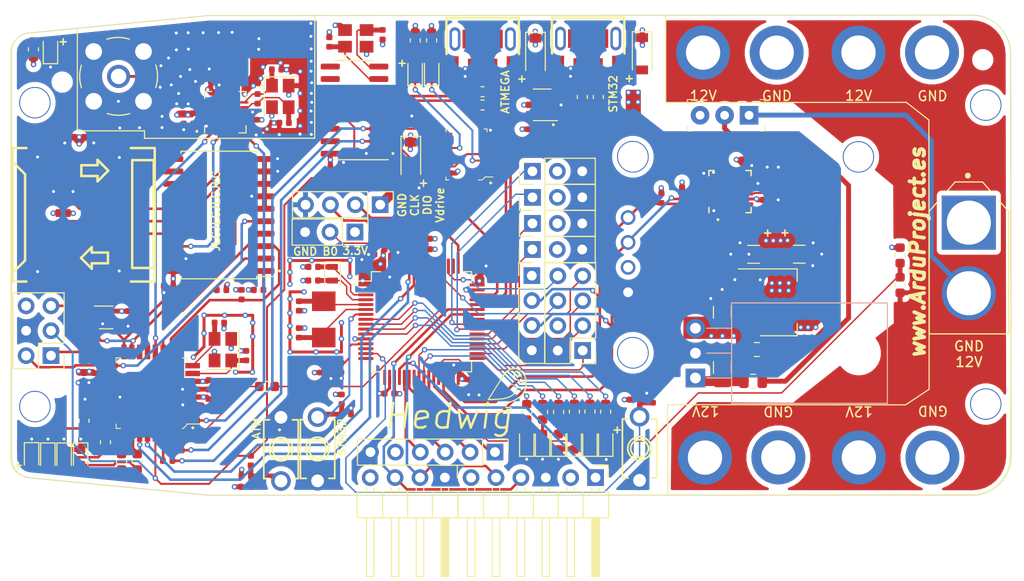
<source format=kicad_pcb>
(kicad_pcb (version 20171130) (host pcbnew "(5.1.6)-1")
  (layers (0 F.Cu signal) (1 In1.Cu power) (2 In2.Cu power) (31 B.Cu signal) (34 B.Paste user) (35 F.Paste user) (36 B.SilkS user) (37 F.SilkS user) (38 B.Mask user) (39 F.Mask user) (44 Edge.Cuts user))
  (net 0 "")
  (net 1 GND)
  (net 2 Vdrive)
  (net 3 V3)
  (net 4 +5V)
  (net 5 +3V3)
  (net 6 VDDA)
  (net 7 "Net-(C15-Pad1)")
  (net 8 "Net-(C16-Pad1)")
  (net 9 RST_ATM328p)
  (net 10 XTAL1_ATM328p)
  (net 11 XTAL2_ATM328p)
  (net 12 RST)
  (net 13 "Net-(C20-Pad1)")
  (net 14 "Net-(C21-Pad1)")
  (net 15 "Net-(C22-Pad2)")
  (net 16 BOTON)
  (net 17 "Net-(C24-Pad1)")
  (net 18 /HSE_IN)
  (net 19 /HSE_OUT)
  (net 20 /LSE_IN)
  (net 21 /LSE_OUT)
  (net 22 "Net-(C34-Pad1)")
  (net 23 NRF_XC1)
  (net 24 NRF_XC2)
  (net 25 "Net-(C37-Pad2)")
  (net 26 "Net-(C37-Pad1)")
  (net 27 NRF_VDD_PA)
  (net 28 "Net-(C46-Pad1)")
  (net 29 "Net-(C47-Pad1)")
  (net 30 "Net-(C48-Pad1)")
  (net 31 "Net-(D3-Pad2)")
  (net 32 "Net-(D4-Pad2)")
  (net 33 "Net-(D5-Pad2)")
  (net 34 "Net-(D6-Pad2)")
  (net 35 "Net-(D7-Pad2)")
  (net 36 "Net-(D8-Pad2)")
  (net 37 "Net-(D10-Pad2)")
  (net 38 "Net-(D10-Pad1)")
  (net 39 "Net-(D11-Pad1)")
  (net 40 "Net-(D11-Pad2)")
  (net 41 "Net-(D12-Pad2)")
  (net 42 "Net-(D13-Pad2)")
  (net 43 "Net-(D14-Pad2)")
  (net 44 "Net-(D15-Pad2)")
  (net 45 "Net-(D16-Pad2)")
  (net 46 +12C)
  (net 47 +12V)
  (net 48 ATM328p_D-)
  (net 49 ATM328p_D+)
  (net 50 "Net-(J1-Pad6)")
  (net 51 SWCLK)
  (net 52 SWDIO)
  (net 53 "Net-(J3-Pad6)")
  (net 54 STM32_D+)
  (net 55 STM32_D-)
  (net 56 MISO_ATM328p)
  (net 57 SCK_ATM328p)
  (net 58 MOSI_ATM328p)
  (net 59 I2C2_SDA)
  (net 60 I2C2_SCL)
  (net 61 USART1_RX)
  (net 62 USART1_TX)
  (net 63 "Net-(J7-Pad2)")
  (net 64 MANDO_4)
  (net 65 MANDO_3)
  (net 66 MANDO_2)
  (net 67 MANDO_6)
  (net 68 MANDO_1)
  (net 69 MANDO_5)
  (net 70 SPI1_CS)
  (net 71 SPI1_MOSI)
  (net 72 SPI1_MISO)
  (net 73 SPI1_SCK)
  (net 74 MOTOR_1)
  (net 75 MOTOR_3)
  (net 76 ON_OFF_LIDAR)
  (net 77 MOTOR_2)
  (net 78 MOTOR_4)
  (net 79 NRF_ANT2)
  (net 80 NRF_ANT1)
  (net 81 RX_ATM328p)
  (net 82 TX_ATM328p)
  (net 83 LED_6)
  (net 84 LED_5)
  (net 85 LED_4)
  (net 86 LED_3)
  (net 87 LED_2)
  (net 88 LED_1)
  (net 89 /USB_CH340G_D+)
  (net 90 /USB_STM32_D+)
  (net 91 /USB_STM32_D-)
  (net 92 "Net-(R19-Pad2)")
  (net 93 LED1_ATM)
  (net 94 LED2_ATM)
  (net 95 LED3_ATM)
  (net 96 LED4_ATM)
  (net 97 I2C1_SCL)
  (net 98 I2C1_SDA)
  (net 99 ADC_Vbat)
  (net 100 CS_nRF_ATM328p)
  (net 101 CS_SD_ATM328p)
  (net 102 BOOT0)
  (net 103 "Net-(R34-Pad2)")
  (net 104 "Net-(R35-Pad2)")
  (net 105 D2_ATM328p)
  (net 106 DO_COMU)
  (net 107 "Net-(R39-Pad1)")
  (net 108 NRF_IRQ)
  (net 109 NRF_CE)
  (net 110 CS_nRF_74HC245)
  (net 111 SCK_74HC245)
  (net 112 MOSI_74HC245)
  (net 113 CS_SD_74HC245)
  (net 114 MISO_SD_OUT)
  (net 115 /USB_CH340G_D-)
  (net 116 RX_LED)
  (net 117 TX_LED)
  (net 118 "Net-(D1-Pad2)")
  (net 119 "Net-(D9-Pad2)")
  (module Crystal:Crystal_SMD_5032-2Pin_5.0x3.2mm (layer F.Cu) (at 111.81 95.96 270)
    (fp_text reference Y3)
    (fp_text value 8Mhz)
    (pad 2 smd rect (at 1.85 0 270) (size 2 2.4) (layers F.Cu F.Paste F.Mask) (net 19 /HSE_OUT))
    (pad 1 smd rect (at -1.85 0 270) (size 2 2.4) (layers F.Cu F.Paste F.Mask) (net 18 /HSE_IN))
  )
  (module CURSO_LIBRERIA:LECHUZA (layer F.Cu) (at 130.51536 103.0986)
    (fp_text reference G*** hide)
    (fp_text value LOGO hide)
  )
  (module CURSO_LIBRERIA:JLCPCB_MountingHole_1.152mm (layer F.Cu) (at 85.12556 71.74992)
    (fp_text reference REF**)
    (fp_text value MountingHole_1.152mm)
    (pad "" np_thru_hole circle (at 0 0) (size 1.152 1.152) (drill 1.152) (layers *.Cu *.Mask))
  )
  (module CURSO_LIBRERIA:JLCPCB_MountingHole_1.152mm (layer F.Cu) (at 84.6328 102.90556)
    (fp_text reference REF**)
    (fp_text value MountingHole_1.152mm)
    (pad "" np_thru_hole circle (at 0 0) (size 1.152 1.152) (drill 1.152) (layers *.Cu *.Mask))
  )
  (module CURSO_LIBRERIA:JLCPCB_MountingHole_1.152mm (layer F.Cu) (at 179.0446 69.469)
    (fp_text reference REF**)
    (fp_text value MountingHole_1.152mm)
    (pad "" np_thru_hole circle (at 0 0) (size 1.152 1.152) (drill 1.152) (layers *.Cu *.Mask))
  )
  (module CURSO_LIBRERIA:FRAME_DRONE_95mm (layer F.Cu) (at 141.1732 90.17508)
    (fp_text reference REF**)
    (fp_text value PRUEBA_FRAME_DRONE_95mm)
    (pad "" np_thru_hole circle (at 2.16704 9.17328 270) (size 3.2 3.2) (drill 3) (layers *.Cu *.Mask))
    (pad "" np_thru_hole circle (at 2.16704 -10.82672 270) (size 3.2 3.2) (drill 3) (layers *.Cu *.Mask))
    (pad "" np_thru_hole circle (at 38.17504 14.42328 270) (size 3.2 3.2) (drill 3) (layers *.Cu *.Mask))
    (pad "" np_thru_hole circle (at 38.17504 -16.07672 270) (size 3.2 3.2) (drill 3) (layers *.Cu *.Mask))
    (pad "" np_thru_hole circle (at -58.83296 -16.32672 270) (size 3.2 3.2) (drill 3) (layers *.Cu *.Mask))
    (pad "" np_thru_hole circle (at -58.83296 14.67328 270) (size 3.2 3.2) (drill 3) (layers *.Cu *.Mask))
  )
  (module CURSO_LIBRERIA:MICRO-USB-SMD_5P-P0.65-H-F_MICRO5.9MMUSB (layer F.Cu) (at 138.78 68.835 180)
    (fp_text reference J3)
    (fp_text value USB_B_Micro hide)
    (pad "" np_thru_hole circle (at 2 -0.575 180) (size 0.6 0.6) (drill 0.6) (layers *.Cu *.Mask))
    (pad "" np_thru_hole circle (at -2 -0.575 180) (size 0.6 0.6) (drill 0.6) (layers *.Cu *.Mask))
    (pad 1 smd rect (at -1.3 -1.525 180) (size 0.4 2.1) (layers F.Cu F.Paste F.Mask) (net 119 "Net-(D9-Pad2)"))
    (pad 2 smd rect (at -0.65 -1.525 180) (size 0.4 2.1) (layers F.Cu F.Paste F.Mask) (net 55 STM32_D-))
    (pad 3 smd rect (at 0 -1.525 180) (size 0.4 2.1) (layers F.Cu F.Paste F.Mask) (net 54 STM32_D+))
    (pad 4 smd rect (at 0.65 -1.525 180) (size 0.4 2.1) (layers F.Cu F.Paste F.Mask))
    (pad 5 smd rect (at 1.3 -1.525 180) (size 0.4 2.1) (layers F.Cu F.Paste F.Mask) (net 1 GND))
    (pad 6 smd rect (at -3.2 -0.725 180) (size 1.5 1) (layers F.Cu F.Paste F.Mask) (net 53 "Net-(J3-Pad6)"))
    (pad 6 smd rect (at 3.2 -0.725 180) (size 1.5 1) (layers F.Cu F.Paste F.Mask) (net 53 "Net-(J3-Pad6)"))
    (pad 6 smd rect (at -1.1 1.525 180) (size 1.9 1.9) (layers F.Cu F.Paste F.Mask) (net 53 "Net-(J3-Pad6)"))
    (pad 6 smd rect (at 1.1 1.525 180) (size 1.9 1.9) (layers F.Cu F.Paste F.Mask) (net 53 "Net-(J3-Pad6)"))
    (pad 6 thru_hole oval (at 2.825 1.525 180) (size 1.1 2.4) (drill oval 0.6 1.8) (layers *.Cu *.Paste *.Mask) (net 53 "Net-(J3-Pad6)"))
    (pad 6 thru_hole oval (at -2.825 1.525 180) (size 1.1 2.4) (drill oval 0.6 1.8) (layers *.Cu *.Paste *.Mask) (net 53 "Net-(J3-Pad6)"))
  )
  (module CURSO_LIBRERIA:MICRO-USB-SMD_5P-P0.65-H-F_MICRO5.9MMUSB (layer F.Cu) (at 128.02 68.885 180)
    (fp_text reference J1)
    (fp_text value USB_B_Micro hide)
    (pad 6 thru_hole oval (at -2.825 1.525 180) (size 1.1 2.4) (drill oval 0.6 1.8) (layers *.Cu *.Paste *.Mask) (net 50 "Net-(J1-Pad6)"))
    (pad 6 thru_hole oval (at 2.825 1.525 180) (size 1.1 2.4) (drill oval 0.6 1.8) (layers *.Cu *.Paste *.Mask) (net 50 "Net-(J1-Pad6)"))
    (pad 6 smd rect (at 1.1 1.525 180) (size 1.9 1.9) (layers F.Cu F.Paste F.Mask) (net 50 "Net-(J1-Pad6)"))
    (pad 6 smd rect (at -1.1 1.525 180) (size 1.9 1.9) (layers F.Cu F.Paste F.Mask) (net 50 "Net-(J1-Pad6)"))
    (pad 6 smd rect (at 3.2 -0.725 180) (size 1.5 1) (layers F.Cu F.Paste F.Mask) (net 50 "Net-(J1-Pad6)"))
    (pad 6 smd rect (at -3.2 -0.725 180) (size 1.5 1) (layers F.Cu F.Paste F.Mask) (net 50 "Net-(J1-Pad6)"))
    (pad 5 smd rect (at 1.3 -1.525 180) (size 0.4 2.1) (layers F.Cu F.Paste F.Mask) (net 1 GND))
    (pad 4 smd rect (at 0.65 -1.525 180) (size 0.4 2.1) (layers F.Cu F.Paste F.Mask))
    (pad 3 smd rect (at 0 -1.525 180) (size 0.4 2.1) (layers F.Cu F.Paste F.Mask) (net 49 ATM328p_D+))
    (pad 2 smd rect (at -0.65 -1.525 180) (size 0.4 2.1) (layers F.Cu F.Paste F.Mask) (net 48 ATM328p_D-))
    (pad 1 smd rect (at -1.3 -1.525 180) (size 0.4 2.1) (layers F.Cu F.Paste F.Mask) (net 118 "Net-(D1-Pad2)"))
    (pad "" np_thru_hole circle (at -2 -0.575 180) (size 0.6 0.6) (drill 0.6) (layers *.Cu *.Mask))
    (pad "" np_thru_hole circle (at 2 -0.575 180) (size 0.6 0.6) (drill 0.6) (layers *.Cu *.Mask))
  )
  (module Crystal:Crystal_SMD_3225-4Pin_3.2x2.5mm (layer F.Cu) (at 115.08 67.29)
    (fp_text reference Y2)
    (fp_text value 12Mhz)
    (pad 4 smd rect (at -1.1 -0.85) (size 1.4 1.2) (layers F.Cu F.Paste F.Mask) (net 1 GND))
    (pad 3 smd rect (at 1.1 -0.85) (size 1.4 1.2) (layers F.Cu F.Paste F.Mask) (net 14 "Net-(C21-Pad1)"))
    (pad 2 smd rect (at 1.1 0.85) (size 1.4 1.2) (layers F.Cu F.Paste F.Mask) (net 1 GND))
    (pad 1 smd rect (at -1.1 0.85) (size 1.4 1.2) (layers F.Cu F.Paste F.Mask) (net 13 "Net-(C20-Pad1)"))
  )
  (module CURSO_LIBRERIA:TF-SMD_472192001 (layer F.Cu) (at 86.77 85.21 270)
    (fp_text reference U7)
    (fp_text value MICROSD_C164170 hide)
    (pad 1 smd rect (at 3.2 1.55 270) (size 0.8 1.5) (layers F.Cu F.Paste F.Mask))
    (pad 2 smd rect (at 2.1 1.55 270) (size 0.8 1.5) (layers F.Cu F.Paste F.Mask) (net 113 CS_SD_74HC245))
    (pad 3 smd rect (at 1 1.55 270) (size 0.8 1.5) (layers F.Cu F.Paste F.Mask) (net 112 MOSI_74HC245))
    (pad 4 smd rect (at -0.1 1.55 270) (size 0.8 1.5) (layers F.Cu F.Paste F.Mask) (net 5 +3V3))
    (pad 5 smd rect (at -1.2 1.55 270) (size 0.8 1.5) (layers F.Cu F.Paste F.Mask) (net 111 SCK_74HC245))
    (pad 6 smd rect (at -2.3 1.55 270) (size 0.8 1.5) (layers F.Cu F.Paste F.Mask) (net 1 GND))
    (pad 7 smd rect (at -3.4 1.55 270) (size 0.8 1.5) (layers F.Cu F.Paste F.Mask) (net 114 MISO_SD_OUT))
    (pad 8 smd rect (at -4.5 1.55 270) (size 0.8 1.5) (layers F.Cu F.Paste F.Mask))
    (pad 9 smd rect (at 6.88 -4.15 270) (size 1.45 2) (layers F.Cu F.Paste F.Mask) (net 1 GND))
    (pad 10 smd rect (at -6.88 -4.15 270) (size 1.45 2) (layers F.Cu F.Paste F.Mask) (net 1 GND))
    (pad 11 smd rect (at -6.88 4.15 270) (size 1.45 2) (layers F.Cu F.Paste F.Mask) (net 1 GND))
    (pad 12 smd rect (at 6.88 4.15 270) (size 1.45 2) (layers F.Cu F.Paste F.Mask) (net 1 GND))
  )
  (module Sensor_Motion:InvenSense_QFN-24_4x4mm_P0.5mm (layer F.Cu) (at 153.2558 82.92088 90)
    (fp_text reference U10)
    (fp_text value MPU-6050)
    (pad 24 smd roundrect (at -1.25 -1.95 180) (size 0.85 0.3) (layers F.Cu F.Paste F.Mask) (net 59 I2C2_SDA))
    (pad 23 smd roundrect (at -0.75 -1.95 180) (size 0.85 0.3) (layers F.Cu F.Paste F.Mask) (net 60 I2C2_SCL))
    (pad 22 smd roundrect (at -0.25 -1.95 180) (size 0.85 0.3) (layers F.Cu F.Paste F.Mask))
    (pad 21 smd roundrect (at 0.25 -1.95 180) (size 0.85 0.3) (layers F.Cu F.Paste F.Mask))
    (pad 20 smd roundrect (at 0.75 -1.95 180) (size 0.85 0.3) (layers F.Cu F.Paste F.Mask) (net 29 "Net-(C47-Pad1)"))
    (pad 19 smd roundrect (at 1.25 -1.95 180) (size 0.85 0.3) (layers F.Cu F.Paste F.Mask))
    (pad 18 smd roundrect (at 1.95 -1.25 90) (size 0.85 0.3) (layers F.Cu F.Paste F.Mask) (net 1 GND))
    (pad 17 smd roundrect (at 1.95 -0.75 90) (size 0.85 0.3) (layers F.Cu F.Paste F.Mask))
    (pad 16 smd roundrect (at 1.95 -0.25 90) (size 0.85 0.3) (layers F.Cu F.Paste F.Mask))
    (pad 15 smd roundrect (at 1.95 0.25 90) (size 0.85 0.3) (layers F.Cu F.Paste F.Mask))
    (pad 14 smd roundrect (at 1.95 0.75 90) (size 0.85 0.3) (layers F.Cu F.Paste F.Mask))
    (pad 13 smd roundrect (at 1.95 1.25 90) (size 0.85 0.3) (layers F.Cu F.Paste F.Mask) (net 5 +3V3))
    (pad 12 smd roundrect (at 1.25 1.95 180) (size 0.85 0.3) (layers F.Cu F.Paste F.Mask))
    (pad 11 smd roundrect (at 0.75 1.95 180) (size 0.85 0.3) (layers F.Cu F.Paste F.Mask) (net 1 GND))
    (pad 10 smd roundrect (at 0.25 1.95 180) (size 0.85 0.3) (layers F.Cu F.Paste F.Mask) (net 28 "Net-(C46-Pad1)"))
    (pad 9 smd roundrect (at -0.25 1.95 180) (size 0.85 0.3) (layers F.Cu F.Paste F.Mask) (net 107 "Net-(R39-Pad1)"))
    (pad 8 smd roundrect (at -0.75 1.95 180) (size 0.85 0.3) (layers F.Cu F.Paste F.Mask) (net 5 +3V3))
    (pad 7 smd roundrect (at -1.25 1.95 180) (size 0.85 0.3) (layers F.Cu F.Paste F.Mask))
    (pad 6 smd roundrect (at -1.95 1.25 90) (size 0.85 0.3) (layers F.Cu F.Paste F.Mask))
    (pad 5 smd roundrect (at -1.95 0.75 90) (size 0.85 0.3) (layers F.Cu F.Paste F.Mask))
    (pad 4 smd roundrect (at -1.95 0.25 90) (size 0.85 0.3) (layers F.Cu F.Paste F.Mask))
    (pad 3 smd roundrect (at -1.95 -0.25 90) (size 0.85 0.3) (layers F.Cu F.Paste F.Mask))
    (pad 2 smd roundrect (at -1.95 -0.75 90) (size 0.85 0.3) (layers F.Cu F.Paste F.Mask))
    (pad 1 smd roundrect (at -1.95 -1.25 90) (size 0.85 0.3) (layers F.Cu F.Paste F.Mask) (net 1 GND))
  )
  (module Capacitor_SMD:C_0402_1005Metric (layer F.Cu) (at 157.10636 83.7674)
    (fp_text reference C43)
    (fp_text value 10nF)
    (pad 1 smd roundrect (at -0.485 0) (size 0.59 0.64) (layers F.Cu F.Paste F.Mask) (net 5 +3V3))
    (pad 2 smd roundrect (at 0.485 0) (size 0.59 0.64) (layers F.Cu F.Paste F.Mask) (net 1 GND))
  )
  (module Package_QFP:LQFP-64_10x10mm_P0.5mm (layer F.Cu) (at 121.78 96.2)
    (fp_text reference U4)
    (fp_text value STM32F103R8T6)
    (pad 64 smd roundrect (at -3.75 -5.675) (size 0.3 1.55) (layers F.Cu F.Paste F.Mask) (net 5 +3V3))
    (pad 63 smd roundrect (at -3.25 -5.675) (size 0.3 1.55) (layers F.Cu F.Paste F.Mask) (net 1 GND))
    (pad 62 smd roundrect (at -2.75 -5.675) (size 0.3 1.55) (layers F.Cu F.Paste F.Mask))
    (pad 61 smd roundrect (at -2.25 -5.675) (size 0.3 1.55) (layers F.Cu F.Paste F.Mask))
    (pad 60 smd roundrect (at -1.75 -5.675) (size 0.3 1.55) (layers F.Cu F.Paste F.Mask) (net 102 BOOT0))
    (pad 59 smd roundrect (at -1.25 -5.675) (size 0.3 1.55) (layers F.Cu F.Paste F.Mask) (net 98 I2C1_SDA))
    (pad 58 smd roundrect (at -0.75 -5.675) (size 0.3 1.55) (layers F.Cu F.Paste F.Mask) (net 97 I2C1_SCL))
    (pad 57 smd roundrect (at -0.25 -5.675) (size 0.3 1.55) (layers F.Cu F.Paste F.Mask))
    (pad 56 smd roundrect (at 0.25 -5.675) (size 0.3 1.55) (layers F.Cu F.Paste F.Mask))
    (pad 55 smd roundrect (at 0.75 -5.675) (size 0.3 1.55) (layers F.Cu F.Paste F.Mask))
    (pad 54 smd roundrect (at 1.25 -5.675) (size 0.3 1.55) (layers F.Cu F.Paste F.Mask))
    (pad 53 smd roundrect (at 1.75 -5.675) (size 0.3 1.55) (layers F.Cu F.Paste F.Mask) (net 106 DO_COMU))
    (pad 52 smd roundrect (at 2.25 -5.675) (size 0.3 1.55) (layers F.Cu F.Paste F.Mask) (net 67 MANDO_6))
    (pad 51 smd roundrect (at 2.75 -5.675) (size 0.3 1.55) (layers F.Cu F.Paste F.Mask) (net 69 MANDO_5))
    (pad 50 smd roundrect (at 3.25 -5.675) (size 0.3 1.55) (layers F.Cu F.Paste F.Mask))
    (pad 49 smd roundrect (at 3.75 -5.675) (size 0.3 1.55) (layers F.Cu F.Paste F.Mask) (net 51 SWCLK))
    (pad 48 smd roundrect (at 5.675 -3.75) (size 1.55 0.3) (layers F.Cu F.Paste F.Mask) (net 5 +3V3))
    (pad 47 smd roundrect (at 5.675 -3.25) (size 1.55 0.3) (layers F.Cu F.Paste F.Mask) (net 1 GND))
    (pad 46 smd roundrect (at 5.675 -2.75) (size 1.55 0.3) (layers F.Cu F.Paste F.Mask) (net 52 SWDIO))
    (pad 45 smd roundrect (at 5.675 -2.25) (size 1.55 0.3) (layers F.Cu F.Paste F.Mask) (net 90 /USB_STM32_D+))
    (pad 44 smd roundrect (at 5.675 -1.75) (size 1.55 0.3) (layers F.Cu F.Paste F.Mask) (net 91 /USB_STM32_D-))
    (pad 43 smd roundrect (at 5.675 -1.25) (size 1.55 0.3) (layers F.Cu F.Paste F.Mask) (net 61 USART1_RX))
    (pad 42 smd roundrect (at 5.675 -0.75) (size 1.55 0.3) (layers F.Cu F.Paste F.Mask) (net 62 USART1_TX))
    (pad 41 smd roundrect (at 5.675 -0.25) (size 1.55 0.3) (layers F.Cu F.Paste F.Mask))
    (pad 40 smd roundrect (at 5.675 0.25) (size 1.55 0.3) (layers F.Cu F.Paste F.Mask) (net 74 MOTOR_1))
    (pad 39 smd roundrect (at 5.675 0.75) (size 1.55 0.3) (layers F.Cu F.Paste F.Mask) (net 77 MOTOR_2))
    (pad 38 smd roundrect (at 5.675 1.25) (size 1.55 0.3) (layers F.Cu F.Paste F.Mask) (net 75 MOTOR_3))
    (pad 37 smd roundrect (at 5.675 1.75) (size 1.55 0.3) (layers F.Cu F.Paste F.Mask) (net 78 MOTOR_4))
    (pad 36 smd roundrect (at 5.675 2.25) (size 1.55 0.3) (layers F.Cu F.Paste F.Mask) (net 68 MANDO_1))
    (pad 35 smd roundrect (at 5.675 2.75) (size 1.55 0.3) (layers F.Cu F.Paste F.Mask) (net 66 MANDO_2))
    (pad 34 smd roundrect (at 5.675 3.25) (size 1.55 0.3) (layers F.Cu F.Paste F.Mask) (net 65 MANDO_3))
    (pad 33 smd roundrect (at 5.675 3.75) (size 1.55 0.3) (layers F.Cu F.Paste F.Mask) (net 64 MANDO_4))
    (pad 32 smd roundrect (at 3.75 5.675) (size 0.3 1.55) (layers F.Cu F.Paste F.Mask) (net 5 +3V3))
    (pad 31 smd roundrect (at 3.25 5.675) (size 0.3 1.55) (layers F.Cu F.Paste F.Mask) (net 1 GND))
    (pad 30 smd roundrect (at 2.75 5.675) (size 0.3 1.55) (layers F.Cu F.Paste F.Mask) (net 59 I2C2_SDA))
    (pad 29 smd roundrect (at 2.25 5.675) (size 0.3 1.55) (layers F.Cu F.Paste F.Mask) (net 60 I2C2_SCL))
    (pad 28 smd roundrect (at 1.75 5.675) (size 0.3 1.55) (layers F.Cu F.Paste F.Mask) (net 92 "Net-(R19-Pad2)"))
    (pad 27 smd roundrect (at 1.25 5.675) (size 0.3 1.55) (layers F.Cu F.Paste F.Mask) (net 99 ADC_Vbat))
    (pad 26 smd roundrect (at 0.75 5.675) (size 0.3 1.55) (layers F.Cu F.Paste F.Mask) (net 70 SPI1_CS))
    (pad 25 smd roundrect (at 0.25 5.675) (size 0.3 1.55) (layers F.Cu F.Paste F.Mask) (net 83 LED_6))
    (pad 24 smd roundrect (at -0.25 5.675) (size 0.3 1.55) (layers F.Cu F.Paste F.Mask) (net 84 LED_5))
    (pad 23 smd roundrect (at -0.75 5.675) (size 0.3 1.55) (layers F.Cu F.Paste F.Mask) (net 71 SPI1_MOSI))
    (pad 22 smd roundrect (at -1.25 5.675) (size 0.3 1.55) (layers F.Cu F.Paste F.Mask) (net 72 SPI1_MISO))
    (pad 21 smd roundrect (at -1.75 5.675) (size 0.3 1.55) (layers F.Cu F.Paste F.Mask) (net 73 SPI1_SCK))
    (pad 20 smd roundrect (at -2.25 5.675) (size 0.3 1.55) (layers F.Cu F.Paste F.Mask) (net 76 ON_OFF_LIDAR))
    (pad 19 smd roundrect (at -2.75 5.675) (size 0.3 1.55) (layers F.Cu F.Paste F.Mask) (net 5 +3V3))
    (pad 18 smd roundrect (at -3.25 5.675) (size 0.3 1.55) (layers F.Cu F.Paste F.Mask) (net 1 GND))
    (pad 17 smd roundrect (at -3.75 5.675) (size 0.3 1.55) (layers F.Cu F.Paste F.Mask))
    (pad 16 smd roundrect (at -5.675 3.75) (size 1.55 0.3) (layers F.Cu F.Paste F.Mask))
    (pad 15 smd roundrect (at -5.675 3.25) (size 1.55 0.3) (layers F.Cu F.Paste F.Mask) (net 16 BOTON))
    (pad 14 smd roundrect (at -5.675 2.75) (size 1.55 0.3) (layers F.Cu F.Paste F.Mask))
    (pad 13 smd roundrect (at -5.675 2.25) (size 1.55 0.3) (layers F.Cu F.Paste F.Mask) (net 6 VDDA))
    (pad 12 smd roundrect (at -5.675 1.75) (size 1.55 0.3) (layers F.Cu F.Paste F.Mask) (net 1 GND))
    (pad 11 smd roundrect (at -5.675 1.25) (size 1.55 0.3) (layers F.Cu F.Paste F.Mask) (net 85 LED_4))
    (pad 10 smd roundrect (at -5.675 0.75) (size 1.55 0.3) (layers F.Cu F.Paste F.Mask) (net 86 LED_3))
    (pad 9 smd roundrect (at -5.675 0.25) (size 1.55 0.3) (layers F.Cu F.Paste F.Mask) (net 87 LED_2))
    (pad 8 smd roundrect (at -5.675 -0.25) (size 1.55 0.3) (layers F.Cu F.Paste F.Mask) (net 88 LED_1))
    (pad 7 smd roundrect (at -5.675 -0.75) (size 1.55 0.3) (layers F.Cu F.Paste F.Mask) (net 12 RST))
    (pad 6 smd roundrect (at -5.675 -1.25) (size 1.55 0.3) (layers F.Cu F.Paste F.Mask) (net 19 /HSE_OUT))
    (pad 5 smd roundrect (at -5.675 -1.75) (size 1.55 0.3) (layers F.Cu F.Paste F.Mask) (net 18 /HSE_IN))
    (pad 4 smd roundrect (at -5.675 -2.25) (size 1.55 0.3) (layers F.Cu F.Paste F.Mask) (net 21 /LSE_OUT))
    (pad 3 smd roundrect (at -5.675 -2.75) (size 1.55 0.3) (layers F.Cu F.Paste F.Mask) (net 20 /LSE_IN))
    (pad 2 smd roundrect (at -5.675 -3.25) (size 1.55 0.3) (layers F.Cu F.Paste F.Mask))
    (pad 1 smd roundrect (at -5.675 -3.75) (size 1.55 0.3) (layers F.Cu F.Paste F.Mask) (net 5 +3V3))
  )
  (module Package_SO:SOIC-16_3.9x9.9mm_P1.27mm (layer F.Cu) (at 114.95 74.61 180)
    (fp_text reference U1)
    (fp_text value CH340G)
    (pad 16 smd roundrect (at 2.475 -4.445 180) (size 1.95 0.6) (layers F.Cu F.Paste F.Mask) (net 2 Vdrive))
    (pad 15 smd roundrect (at 2.475 -3.175 180) (size 1.95 0.6) (layers F.Cu F.Paste F.Mask))
    (pad 14 smd roundrect (at 2.475 -1.905 180) (size 1.95 0.6) (layers F.Cu F.Paste F.Mask))
    (pad 13 smd roundrect (at 2.475 -0.635 180) (size 1.95 0.6) (layers F.Cu F.Paste F.Mask) (net 8 "Net-(C16-Pad1)"))
    (pad 12 smd roundrect (at 2.475 0.635 180) (size 1.95 0.6) (layers F.Cu F.Paste F.Mask))
    (pad 11 smd roundrect (at 2.475 1.905 180) (size 1.95 0.6) (layers F.Cu F.Paste F.Mask))
    (pad 10 smd roundrect (at 2.475 3.175 180) (size 1.95 0.6) (layers F.Cu F.Paste F.Mask))
    (pad 9 smd roundrect (at 2.475 4.445 180) (size 1.95 0.6) (layers F.Cu F.Paste F.Mask))
    (pad 8 smd roundrect (at -2.475 4.445 180) (size 1.95 0.6) (layers F.Cu F.Paste F.Mask) (net 14 "Net-(C21-Pad1)"))
    (pad 7 smd roundrect (at -2.475 3.175 180) (size 1.95 0.6) (layers F.Cu F.Paste F.Mask) (net 13 "Net-(C20-Pad1)"))
    (pad 6 smd roundrect (at -2.475 1.905 180) (size 1.95 0.6) (layers F.Cu F.Paste F.Mask) (net 115 /USB_CH340G_D-))
    (pad 5 smd roundrect (at -2.475 0.635 180) (size 1.95 0.6) (layers F.Cu F.Paste F.Mask) (net 89 /USB_CH340G_D+))
    (pad 4 smd roundrect (at -2.475 -0.635 180) (size 1.95 0.6) (layers F.Cu F.Paste F.Mask) (net 3 V3))
    (pad 3 smd roundrect (at -2.475 -1.905 180) (size 1.95 0.6) (layers F.Cu F.Paste F.Mask) (net 117 TX_LED))
    (pad 2 smd roundrect (at -2.475 -3.175 180) (size 1.95 0.6) (layers F.Cu F.Paste F.Mask) (net 116 RX_LED))
    (pad 1 smd roundrect (at -2.475 -4.445 180) (size 1.95 0.6) (layers F.Cu F.Paste F.Mask) (net 1 GND))
  )
  (module Capacitor_SMD:C_0402_1005Metric (layer F.Cu) (at 112.97 80.4)
    (fp_text reference C1)
    (fp_text value 100nF)
    (pad 2 smd roundrect (at 0.485 0) (size 0.59 0.64) (layers F.Cu F.Paste F.Mask) (net 1 GND))
    (pad 1 smd roundrect (at -0.485 0) (size 0.59 0.64) (layers F.Cu F.Paste F.Mask) (net 2 Vdrive))
  )
  (module Capacitor_SMD:C_0402_1005Metric (layer F.Cu) (at 119.7241 75.2273)
    (fp_text reference C2)
    (fp_text value 100nF)
    (pad 2 smd roundrect (at 0.485 0) (size 0.59 0.64) (layers F.Cu F.Paste F.Mask) (net 1 GND))
    (pad 1 smd roundrect (at -0.485 0) (size 0.59 0.64) (layers F.Cu F.Paste F.Mask) (net 3 V3))
  )
  (module Capacitor_SMD:C_0402_1005Metric (layer F.Cu) (at 87.36 101.93 270)
    (fp_text reference C3)
    (fp_text value 4.7uF)
    (pad 1 smd roundrect (at -0.485 0 270) (size 0.59 0.64) (layers F.Cu F.Paste F.Mask) (net 4 +5V))
    (pad 2 smd roundrect (at 0.485 0 270) (size 0.59 0.64) (layers F.Cu F.Paste F.Mask) (net 1 GND))
  )
  (module Capacitor_SMD:C_0402_1005Metric (layer F.Cu) (at 100.07 102.63 270)
    (fp_text reference C4)
    (fp_text value 100nF)
    (pad 2 smd roundrect (at 0.485 0 270) (size 0.59 0.64) (layers F.Cu F.Paste F.Mask) (net 1 GND))
    (pad 1 smd roundrect (at -0.485 0 270) (size 0.59 0.64) (layers F.Cu F.Paste F.Mask) (net 4 +5V))
  )
  (module Capacitor_SMD:C_0402_1005Metric (layer F.Cu) (at 100.07 104.57 270)
    (fp_text reference C5)
    (fp_text value 100nF)
    (pad 1 smd roundrect (at -0.485 0 270) (size 0.59 0.64) (layers F.Cu F.Paste F.Mask) (net 4 +5V))
    (pad 2 smd roundrect (at 0.485 0 270) (size 0.59 0.64) (layers F.Cu F.Paste F.Mask) (net 1 GND))
  )
  (module Capacitor_SMD:C_0402_1005Metric (layer F.Cu) (at 88.41 101.93 270)
    (fp_text reference C6)
    (fp_text value 100nF)
    (pad 2 smd roundrect (at 0.485 0 270) (size 0.59 0.64) (layers F.Cu F.Paste F.Mask) (net 1 GND))
    (pad 1 smd roundrect (at -0.485 0 270) (size 0.59 0.64) (layers F.Cu F.Paste F.Mask) (net 4 +5V))
  )
  (module Capacitor_SMD:C_0402_1005Metric (layer F.Cu) (at 118.51 88.8)
    (fp_text reference C7)
    (fp_text value 4.7uF)
    (pad 2 smd roundrect (at 0.485 0) (size 0.59 0.64) (layers F.Cu F.Paste F.Mask) (net 1 GND))
    (pad 1 smd roundrect (at -0.485 0) (size 0.59 0.64) (layers F.Cu F.Paste F.Mask) (net 5 +3V3))
  )
  (module Capacitor_SMD:C_0402_1005Metric (layer F.Cu) (at 127.79 90.98 90)
    (fp_text reference C10)
    (fp_text value 100nF)
    (pad 2 smd roundrect (at 0.485 0 90) (size 0.59 0.64) (layers F.Cu F.Paste F.Mask) (net 1 GND))
    (pad 1 smd roundrect (at -0.485 0 90) (size 0.59 0.64) (layers F.Cu F.Paste F.Mask) (net 5 +3V3))
  )
  (module Capacitor_SMD:C_0402_1005Metric (layer F.Cu) (at 116.96 89.82 90)
    (fp_text reference C11)
    (fp_text value 100nF)
    (pad 1 smd roundrect (at -0.485 0 90) (size 0.59 0.64) (layers F.Cu F.Paste F.Mask) (net 5 +3V3))
    (pad 2 smd roundrect (at 0.485 0 90) (size 0.59 0.64) (layers F.Cu F.Paste F.Mask) (net 1 GND))
  )
  (module Capacitor_SMD:C_0402_1005Metric (layer F.Cu) (at 115.71 90.905 90)
    (fp_text reference C12)
    (fp_text value 100nF)
    (pad 2 smd roundrect (at 0.485 0 90) (size 0.59 0.64) (layers F.Cu F.Paste F.Mask) (net 1 GND))
    (pad 1 smd roundrect (at -0.485 0 90) (size 0.59 0.64) (layers F.Cu F.Paste F.Mask) (net 5 +3V3))
  )
  (module Capacitor_SMD:C_0402_1005Metric (layer F.Cu) (at 113.58372 100.8912 270)
    (fp_text reference C13)
    (fp_text value 1uF)
    (pad 1 smd roundrect (at -0.485 0 270) (size 0.59 0.64) (layers F.Cu F.Paste F.Mask) (net 6 VDDA))
    (pad 2 smd roundrect (at 0.485 0 270) (size 0.59 0.64) (layers F.Cu F.Paste F.Mask) (net 1 GND))
  )
  (module Capacitor_SMD:C_0402_1005Metric (layer F.Cu) (at 112.52708 100.89628 270)
    (fp_text reference C14)
    (fp_text value 100nF)
    (pad 1 smd roundrect (at -0.485 0 270) (size 0.59 0.64) (layers F.Cu F.Paste F.Mask) (net 6 VDDA))
    (pad 2 smd roundrect (at 0.485 0 270) (size 0.59 0.64) (layers F.Cu F.Paste F.Mask) (net 1 GND))
  )
  (module Capacitor_SMD:C_0402_1005Metric (layer F.Cu) (at 120.43932 82.53476)
    (fp_text reference C15)
    (fp_text value 100nF)
    (pad 1 smd roundrect (at -0.485 0) (size 0.59 0.64) (layers F.Cu F.Paste F.Mask) (net 7 "Net-(C15-Pad1)"))
    (pad 2 smd roundrect (at 0.485 0) (size 0.59 0.64) (layers F.Cu F.Paste F.Mask) (net 1 GND))
  )
  (module Capacitor_SMD:C_0402_1005Metric (layer F.Cu) (at 112.995 81.55 180)
    (fp_text reference C16)
    (fp_text value 100nF)
    (pad 2 smd roundrect (at 0.485 0 180) (size 0.59 0.64) (layers F.Cu F.Paste F.Mask) (net 9 RST_ATM328p))
    (pad 1 smd roundrect (at -0.485 0 180) (size 0.59 0.64) (layers F.Cu F.Paste F.Mask) (net 8 "Net-(C16-Pad1)"))
  )
  (module Capacitor_SMD:C_0402_1005Metric (layer F.Cu) (at 103.89 99.655 90)
    (fp_text reference C17)
    (fp_text value 12pF)
    (pad 1 smd roundrect (at -0.485 0 90) (size 0.59 0.64) (layers F.Cu F.Paste F.Mask) (net 10 XTAL1_ATM328p))
    (pad 2 smd roundrect (at 0.485 0 90) (size 0.59 0.64) (layers F.Cu F.Paste F.Mask) (net 1 GND))
  )
  (module Capacitor_SMD:C_0402_1005Metric (layer F.Cu) (at 101.16 96.3)
    (fp_text reference C18)
    (fp_text value 12pF)
    (pad 2 smd roundrect (at 0.485 0) (size 0.59 0.64) (layers F.Cu F.Paste F.Mask) (net 1 GND))
    (pad 1 smd roundrect (at -0.485 0) (size 0.59 0.64) (layers F.Cu F.Paste F.Mask) (net 11 XTAL2_ATM328p))
  )
  (module Capacitor_SMD:C_0402_1005Metric (layer F.Cu) (at 114.105 105.63)
    (fp_text reference C19)
    (fp_text value 100nF)
    (pad 2 smd roundrect (at 0.485 0) (size 0.59 0.64) (layers F.Cu F.Paste F.Mask) (net 1 GND))
    (pad 1 smd roundrect (at -0.485 0) (size 0.59 0.64) (layers F.Cu F.Paste F.Mask) (net 12 RST))
  )
  (module Capacitor_SMD:C_0402_1005Metric (layer F.Cu) (at 112.38 67.66 90)
    (fp_text reference C20)
    (fp_text value 33pF)
    (pad 1 smd roundrect (at -0.485 0 90) (size 0.59 0.64) (layers F.Cu F.Paste F.Mask) (net 13 "Net-(C20-Pad1)"))
    (pad 2 smd roundrect (at 0.485 0 90) (size 0.59 0.64) (layers F.Cu F.Paste F.Mask) (net 1 GND))
  )
  (module Capacitor_SMD:C_0402_1005Metric (layer F.Cu) (at 117.81 66.915 270)
    (fp_text reference C21)
    (fp_text value 33pF)
    (pad 1 smd roundrect (at -0.485 0 270) (size 0.59 0.64) (layers F.Cu F.Paste F.Mask) (net 14 "Net-(C21-Pad1)"))
    (pad 2 smd roundrect (at 0.485 0 270) (size 0.59 0.64) (layers F.Cu F.Paste F.Mask) (net 1 GND))
  )
  (module Capacitor_SMD:C_0402_1005Metric (layer F.Cu) (at 103.895 111.93)
    (fp_text reference C22)
    (fp_text value 100nF)
    (pad 2 smd roundrect (at 0.485 0) (size 0.59 0.64) (layers F.Cu F.Paste F.Mask) (net 15 "Net-(C22-Pad2)"))
    (pad 1 smd roundrect (at -0.485 0) (size 0.59 0.64) (layers F.Cu F.Paste F.Mask) (net 1 GND))
  )
  (module Capacitor_SMD:C_0402_1005Metric (layer F.Cu) (at 145.37944 103.97744 90)
    (fp_text reference C23)
    (fp_text value 100nF)
    (pad 1 smd roundrect (at -0.485 0 90) (size 0.59 0.64) (layers F.Cu F.Paste F.Mask) (net 16 BOTON))
    (pad 2 smd roundrect (at 0.485 0 90) (size 0.59 0.64) (layers F.Cu F.Paste F.Mask) (net 1 GND))
  )
  (module Capacitor_SMD:C_0402_1005Metric (layer F.Cu) (at 87.93 103.5 180)
    (fp_text reference C24)
    (fp_text value 100nF)
    (pad 1 smd roundrect (at -0.485 0 180) (size 0.59 0.64) (layers F.Cu F.Paste F.Mask) (net 17 "Net-(C24-Pad1)"))
    (pad 2 smd roundrect (at 0.485 0 180) (size 0.59 0.64) (layers F.Cu F.Paste F.Mask) (net 1 GND))
  )
  (module Capacitor_SMD:C_0402_1005Metric (layer F.Cu) (at 109.29 94.59 270)
    (fp_text reference C25)
    (fp_text value 20pF)
    (pad 1 smd roundrect (at -0.485 0 270) (size 0.59 0.64) (layers F.Cu F.Paste F.Mask) (net 18 /HSE_IN))
    (pad 2 smd roundrect (at 0.485 0 270) (size 0.59 0.64) (layers F.Cu F.Paste F.Mask) (net 1 GND))
  )
  (module Capacitor_SMD:C_0402_1005Metric (layer F.Cu) (at 109.28 97.33 90)
    (fp_text reference C26)
    (fp_text value 20pF)
    (pad 2 smd roundrect (at 0.485 0 90) (size 0.59 0.64) (layers F.Cu F.Paste F.Mask) (net 1 GND))
    (pad 1 smd roundrect (at -0.485 0 90) (size 0.59 0.64) (layers F.Cu F.Paste F.Mask) (net 19 /HSE_OUT))
  )
  (module Capacitor_SMD:C_0402_1005Metric (layer F.Cu) (at 97.41 74.44 90)
    (fp_text reference C27)
    (fp_text value 1uF)
    (pad 2 smd roundrect (at 0.485 0 90) (size 0.59 0.64) (layers F.Cu F.Paste F.Mask) (net 1 GND))
    (pad 1 smd roundrect (at -0.485 0 90) (size 0.59 0.64) (layers F.Cu F.Paste F.Mask) (net 5 +3V3))
  )
  (module Capacitor_SMD:C_0402_1005Metric (layer F.Cu) (at 99.8069 71.6661 180)
    (fp_text reference C28)
    (fp_text value 10nF)
    (pad 1 smd roundrect (at -0.485 0 180) (size 0.59 0.64) (layers F.Cu F.Paste F.Mask) (net 5 +3V3))
    (pad 2 smd roundrect (at 0.485 0 180) (size 0.59 0.64) (layers F.Cu F.Paste F.Mask) (net 1 GND))
  )
  (module Capacitor_SMD:C_0402_1005Metric (layer F.Cu) (at 104.93 76.08 270)
    (fp_text reference C29)
    (fp_text value 10nF)
    (pad 1 smd roundrect (at -0.485 0 270) (size 0.59 0.64) (layers F.Cu F.Paste F.Mask) (net 5 +3V3))
    (pad 2 smd roundrect (at 0.485 0 270) (size 0.59 0.64) (layers F.Cu F.Paste F.Mask) (net 1 GND))
  )
  (module Capacitor_SMD:C_0402_1005Metric (layer F.Cu) (at 98.51 74.43 90)
    (fp_text reference C30)
    (fp_text value 10nF)
    (pad 1 smd roundrect (at -0.485 0 90) (size 0.59 0.64) (layers F.Cu F.Paste F.Mask) (net 5 +3V3))
    (pad 2 smd roundrect (at 0.485 0 90) (size 0.59 0.64) (layers F.Cu F.Paste F.Mask) (net 1 GND))
  )
  (module Capacitor_SMD:C_0402_1005Metric (layer F.Cu) (at 110.74 90.6 180)
    (fp_text reference C31)
    (fp_text value 10pF)
    (pad 1 smd roundrect (at -0.485 0 180) (size 0.59 0.64) (layers F.Cu F.Paste F.Mask) (net 20 /LSE_IN))
    (pad 2 smd roundrect (at 0.485 0 180) (size 0.59 0.64) (layers F.Cu F.Paste F.Mask) (net 1 GND))
  )
  (module Capacitor_SMD:C_0402_1005Metric (layer F.Cu) (at 110.73 91.99 180)
    (fp_text reference C32)
    (fp_text value 10pF)
    (pad 2 smd roundrect (at 0.485 0 180) (size 0.59 0.64) (layers F.Cu F.Paste F.Mask) (net 1 GND))
    (pad 1 smd roundrect (at -0.485 0 180) (size 0.59 0.64) (layers F.Cu F.Paste F.Mask) (net 21 /LSE_OUT))
  )
  (module Capacitor_SMD:C_0402_1005Metric (layer F.Cu) (at 95.9739 92.5449 180)
    (fp_text reference C33)
    (fp_text value 100nF)
    (pad 1 smd roundrect (at -0.485 0 180) (size 0.59 0.64) (layers F.Cu F.Paste F.Mask) (net 4 +5V))
    (pad 2 smd roundrect (at 0.485 0 180) (size 0.59 0.64) (layers F.Cu F.Paste F.Mask) (net 1 GND))
  )
  (module Capacitor_SMD:C_0402_1005Metric (layer F.Cu) (at 98.015 76 180)
    (fp_text reference C34)
    (fp_text value 33nF)
    (pad 1 smd roundrect (at -0.485 0 180) (size 0.59 0.64) (layers F.Cu F.Paste F.Mask) (net 22 "Net-(C34-Pad1)"))
    (pad 2 smd roundrect (at 0.485 0 180) (size 0.59 0.64) (layers F.Cu F.Paste F.Mask) (net 1 GND))
  )
  (module Capacitor_SMD:C_0402_1005Metric (layer F.Cu) (at 107 70.46)
    (fp_text reference C35)
    (fp_text value 12pF)
    (pad 2 smd roundrect (at 0.485 0) (size 0.59 0.64) (layers F.Cu F.Paste F.Mask) (net 1 GND))
    (pad 1 smd roundrect (at -0.485 0) (size 0.59 0.64) (layers F.Cu F.Paste F.Mask) (net 23 NRF_XC1))
  )
  (module Capacitor_SMD:C_0402_1005Metric (layer F.Cu) (at 107.77 75.91 180)
    (fp_text reference C36)
    (fp_text value 12pF)
    (pad 1 smd roundrect (at -0.485 0 180) (size 0.59 0.64) (layers F.Cu F.Paste F.Mask) (net 24 NRF_XC2))
    (pad 2 smd roundrect (at 0.485 0 180) (size 0.59 0.64) (layers F.Cu F.Paste F.Mask) (net 1 GND))
  )
  (module Capacitor_SMD:C_0402_1005Metric (layer F.Cu) (at 100 68.42)
    (fp_text reference C37)
    (fp_text value 1.5pF)
    (pad 1 smd roundrect (at -0.485 0) (size 0.59 0.64) (layers F.Cu F.Paste F.Mask) (net 26 "Net-(C37-Pad1)"))
    (pad 2 smd roundrect (at 0.485 0) (size 0.59 0.64) (layers F.Cu F.Paste F.Mask) (net 25 "Net-(C37-Pad2)"))
  )
  (module Capacitor_SMD:C_0402_1005Metric (layer F.Cu) (at 99.53 69.935 90)
    (fp_text reference C38)
    (fp_text value 1pF)
    (pad 2 smd roundrect (at 0.485 0 90) (size 0.59 0.64) (layers F.Cu F.Paste F.Mask) (net 26 "Net-(C37-Pad1)"))
    (pad 1 smd roundrect (at -0.485 0 90) (size 0.59 0.64) (layers F.Cu F.Paste F.Mask) (net 1 GND))
  )
  (module Capacitor_SMD:C_0402_1005Metric (layer F.Cu) (at 85.85688 77.3536)
    (fp_text reference C39)
    (fp_text value 100nF)
    (pad 2 smd roundrect (at 0.485 0) (size 0.59 0.64) (layers F.Cu F.Paste F.Mask) (net 5 +3V3))
    (pad 1 smd roundrect (at -0.485 0) (size 0.59 0.64) (layers F.Cu F.Paste F.Mask) (net 1 GND))
  )
  (module Capacitor_SMD:C_0402_1005Metric (layer F.Cu) (at 87.86188 77.3536 180)
    (fp_text reference C40)
    (fp_text value 4.7uF)
    (pad 1 smd roundrect (at -0.485 0 180) (size 0.59 0.64) (layers F.Cu F.Paste F.Mask) (net 1 GND))
    (pad 2 smd roundrect (at 0.485 0 180) (size 0.59 0.64) (layers F.Cu F.Paste F.Mask) (net 5 +3V3))
  )
  (module Capacitor_SMD:C_0402_1005Metric (layer F.Cu) (at 104.15 67.32 180)
    (fp_text reference C41)
    (fp_text value 2.2nF)
    (pad 1 smd roundrect (at -0.485 0 180) (size 0.59 0.64) (layers F.Cu F.Paste F.Mask) (net 1 GND))
    (pad 2 smd roundrect (at 0.485 0 180) (size 0.59 0.64) (layers F.Cu F.Paste F.Mask) (net 27 NRF_VDD_PA))
  )
  (module Capacitor_SMD:C_0402_1005Metric (layer F.Cu) (at 104.13 68.41 180)
    (fp_text reference C42)
    (fp_text value 4.7pF)
    (pad 1 smd roundrect (at -0.485 0 180) (size 0.59 0.64) (layers F.Cu F.Paste F.Mask) (net 1 GND))
    (pad 2 smd roundrect (at 0.485 0 180) (size 0.59 0.64) (layers F.Cu F.Paste F.Mask) (net 27 NRF_VDD_PA))
  )
  (module Capacitor_SMD:C_0402_1005Metric (layer F.Cu) (at 91.84 95.59 90)
    (fp_text reference C44)
    (fp_text value 100nF)
    (pad 2 smd roundrect (at 0.485 0 90) (size 0.59 0.64) (layers F.Cu F.Paste F.Mask) (net 5 +3V3))
    (pad 1 smd roundrect (at -0.485 0 90) (size 0.59 0.64) (layers F.Cu F.Paste F.Mask) (net 1 GND))
  )
  (module Capacitor_SMD:C_0402_1005Metric (layer F.Cu) (at 154.9758 79.66088)
    (fp_text reference C45)
    (fp_text value 100nF)
    (pad 1 smd roundrect (at -0.485 0) (size 0.59 0.64) (layers F.Cu F.Paste F.Mask) (net 5 +3V3))
    (pad 2 smd roundrect (at 0.485 0) (size 0.59 0.64) (layers F.Cu F.Paste F.Mask) (net 1 GND))
  )
  (module Capacitor_SMD:C_0402_1005Metric (layer F.Cu) (at 157.06104 81.48904 90)
    (fp_text reference C46)
    (fp_text value 100nF)
    (pad 2 smd roundrect (at 0.485 0 90) (size 0.59 0.64) (layers F.Cu F.Paste F.Mask) (net 1 GND))
    (pad 1 smd roundrect (at -0.485 0 90) (size 0.59 0.64) (layers F.Cu F.Paste F.Mask) (net 28 "Net-(C46-Pad1)"))
  )
  (module Capacitor_SMD:C_0402_1005Metric (layer F.Cu) (at 149.9858 81.66588 90)
    (fp_text reference C47)
    (fp_text value 2.2nF)
    (pad 2 smd roundrect (at 0.485 0 90) (size 0.59 0.64) (layers F.Cu F.Paste F.Mask) (net 1 GND))
    (pad 1 smd roundrect (at -0.485 0 90) (size 0.59 0.64) (layers F.Cu F.Paste F.Mask) (net 29 "Net-(C47-Pad1)"))
  )
  (module Capacitor_SMD:C_1206_3216Metric (layer F.Cu) (at 152.48 100.86 90)
    (fp_text reference C48)
    (fp_text value 0.22uF)
    (pad 1 smd roundrect (at -1.4 0 90) (size 1.25 1.75) (layers F.Cu F.Paste F.Mask) (roundrect_rratio 0.2) (net 30 "Net-(C48-Pad1)"))
    (pad 2 smd roundrect (at 1.4 0 90) (size 1.25 1.75) (layers F.Cu F.Paste F.Mask) (roundrect_rratio 0.2) (net 1 GND))
  )
  (module Capacitor_SMD:C_1206_3216Metric (layer F.Cu) (at 152.4762 95.22968 90)
    (fp_text reference C49)
    (fp_text value 10uF)
    (pad 1 smd roundrect (at -1.4 0 90) (size 1.25 1.75) (layers F.Cu F.Paste F.Mask) (roundrect_rratio 0.2) (net 4 +5V))
    (pad 2 smd roundrect (at 1.4 0 90) (size 1.25 1.75) (layers F.Cu F.Paste F.Mask) (roundrect_rratio 0.2) (net 1 GND))
  )
  (module Capacitor_SMD:C_1206_3216Metric (layer F.Cu) (at 155.66644 89.32164 180)
    (fp_text reference C50)
    (fp_text value "10uF (t)")
    (pad 2 smd roundrect (at 1.4 0 180) (size 1.25 1.75) (layers F.Cu F.Paste F.Mask) (roundrect_rratio 0.2) (net 1 GND))
    (pad 1 smd roundrect (at -1.4 0 180) (size 1.25 1.75) (layers F.Cu F.Paste F.Mask) (roundrect_rratio 0.2) (net 5 +3V3))
  )
  (module Capacitor_SMD:C_1206_3216Metric (layer F.Cu) (at 160.3248 89.3064)
    (fp_text reference C51)
    (fp_text value "10uF (t)")
    (pad 2 smd roundrect (at 1.4 0) (size 1.25 1.75) (layers F.Cu F.Paste F.Mask) (roundrect_rratio 0.2) (net 1 GND))
    (pad 1 smd roundrect (at -1.4 0) (size 1.25 1.75) (layers F.Cu F.Paste F.Mask) (roundrect_rratio 0.2) (net 5 +3V3))
  )
  (module LED_SMD:LED_0603_1608Metric (layer F.Cu) (at 132.52196 108.44276 90)
    (fp_text reference D3)
    (fp_text value ROJO)
    (pad 2 smd roundrect (at 0.7875 0 90) (size 0.875 0.95) (layers F.Cu F.Paste F.Mask) (net 31 "Net-(D3-Pad2)"))
    (pad 1 smd roundrect (at -0.7875 0 90) (size 0.875 0.95) (layers F.Cu F.Paste F.Mask) (net 1 GND))
  )
  (module LED_SMD:LED_0603_1608Metric (layer F.Cu) (at 134.1374 108.44276 90)
    (fp_text reference D4)
    (fp_text value ROJO)
    (pad 1 smd roundrect (at -0.7875 0 90) (size 0.875 0.95) (layers F.Cu F.Paste F.Mask) (net 1 GND))
    (pad 2 smd roundrect (at 0.7875 0 90) (size 0.875 0.95) (layers F.Cu F.Paste F.Mask) (net 32 "Net-(D4-Pad2)"))
  )
  (module LED_SMD:LED_0603_1608Metric (layer F.Cu) (at 135.75792 108.44286 90)
    (fp_text reference D5)
    (fp_text value ROJO)
    (pad 2 smd roundrect (at 0.7875 0 90) (size 0.875 0.95) (layers F.Cu F.Paste F.Mask) (net 33 "Net-(D5-Pad2)"))
    (pad 1 smd roundrect (at -0.7875 0 90) (size 0.875 0.95) (layers F.Cu F.Paste F.Mask) (net 1 GND))
  )
  (module LED_SMD:LED_0603_1608Metric (layer F.Cu) (at 138.96848 108.44286 90)
    (fp_text reference D6)
    (fp_text value AZUL)
    (pad 1 smd roundrect (at -0.7875 0 90) (size 0.875 0.95) (layers F.Cu F.Paste F.Mask) (net 1 GND))
    (pad 2 smd roundrect (at 0.7875 0 90) (size 0.875 0.95) (layers F.Cu F.Paste F.Mask) (net 34 "Net-(D6-Pad2)"))
  )
  (module LED_SMD:LED_0603_1608Metric (layer F.Cu) (at 140.57884 108.44286 90)
    (fp_text reference D7)
    (fp_text value AZUL)
    (pad 2 smd roundrect (at 0.7875 0 90) (size 0.875 0.95) (layers F.Cu F.Paste F.Mask) (net 35 "Net-(D7-Pad2)"))
    (pad 1 smd roundrect (at -0.7875 0 90) (size 0.875 0.95) (layers F.Cu F.Paste F.Mask) (net 1 GND))
  )
  (module LED_SMD:LED_0603_1608Metric (layer F.Cu) (at 137.3632 108.43768 90)
    (fp_text reference D8)
    (fp_text value VERDE)
    (pad 2 smd roundrect (at 0.7875 0 90) (size 0.875 0.95) (layers F.Cu F.Paste F.Mask) (net 36 "Net-(D8-Pad2)"))
    (pad 1 smd roundrect (at -0.7875 0 90) (size 0.875 0.95) (layers F.Cu F.Paste F.Mask) (net 1 GND))
  )
  (module LED_SMD:LED_0603_1608Metric (layer F.Cu) (at 122.82188 70.64302 90)
    (fp_text reference D10)
    (fp_text value VERDE)
    (pad 2 smd roundrect (at 0.7875 0 90) (size 0.875 0.95) (layers F.Cu F.Paste F.Mask) (net 37 "Net-(D10-Pad2)"))
    (pad 1 smd roundrect (at -0.7875 0 90) (size 0.875 0.95) (layers F.Cu F.Paste F.Mask) (net 38 "Net-(D10-Pad1)"))
  )
  (module LED_SMD:LED_0603_1608Metric (layer F.Cu) (at 121.13428 70.64822 90)
    (fp_text reference D11)
    (fp_text value VERDE)
    (pad 1 smd roundrect (at -0.7875 0 90) (size 0.875 0.95) (layers F.Cu F.Paste F.Mask) (net 39 "Net-(D11-Pad1)"))
    (pad 2 smd roundrect (at 0.7875 0 90) (size 0.875 0.95) (layers F.Cu F.Paste F.Mask) (net 40 "Net-(D11-Pad2)"))
  )
  (module LED_SMD:LED_0603_1608Metric (layer F.Cu) (at 82 110.0225 270)
    (fp_text reference D12)
    (fp_text value ROJO)
    (pad 2 smd roundrect (at 0.7875 0 270) (size 0.875 0.95) (layers F.Cu F.Paste F.Mask) (net 41 "Net-(D12-Pad2)"))
    (pad 1 smd roundrect (at -0.7875 0 270) (size 0.875 0.95) (layers F.Cu F.Paste F.Mask) (net 1 GND))
  )
  (module LED_SMD:LED_0603_1608Metric (layer F.Cu) (at 85.32 110.0525 270)
    (fp_text reference D13)
    (fp_text value ROJO)
    (pad 1 smd roundrect (at -0.7875 0 270) (size 0.875 0.95) (layers F.Cu F.Paste F.Mask) (net 1 GND))
    (pad 2 smd roundrect (at 0.7875 0 270) (size 0.875 0.95) (layers F.Cu F.Paste F.Mask) (net 42 "Net-(D13-Pad2)"))
  )
  (module LED_SMD:LED_0603_1608Metric (layer F.Cu) (at 83.66 110.0525 270)
    (fp_text reference D14)
    (fp_text value VERDE)
    (pad 2 smd roundrect (at 0.7875 0 270) (size 0.875 0.95) (layers F.Cu F.Paste F.Mask) (net 43 "Net-(D14-Pad2)"))
    (pad 1 smd roundrect (at -0.7875 0 270) (size 0.875 0.95) (layers F.Cu F.Paste F.Mask) (net 1 GND))
  )
  (module LED_SMD:LED_0603_1608Metric (layer F.Cu) (at 87.01 110.0425 270)
    (fp_text reference D15)
    (fp_text value AZUL)
    (pad 1 smd roundrect (at -0.7875 0 270) (size 0.875 0.95) (layers F.Cu F.Paste F.Mask) (net 1 GND))
    (pad 2 smd roundrect (at 0.7875 0 270) (size 0.875 0.95) (layers F.Cu F.Paste F.Mask) (net 44 "Net-(D15-Pad2)"))
  )
  (module LED_SMD:LED_0603_1608Metric (layer F.Cu) (at 83.93 68.39 90)
    (fp_text reference D16)
    (fp_text value VERDE)
    (pad 2 smd roundrect (at 0.7875 0 90) (size 0.875 0.95) (layers F.Cu F.Paste F.Mask) (net 45 "Net-(D16-Pad2)"))
    (pad 1 smd roundrect (at -0.7875 0 90) (size 0.875 0.95) (layers F.Cu F.Paste F.Mask) (net 1 GND))
  )
  (module Inductor_SMD:L_0805_2012Metric (layer F.Cu) (at 155.99156 99.02952)
    (fp_text reference FB1)
    (fp_text value "100Ohm @ 100Mhz")
    (pad 2 smd roundrect (at 0.9375 0) (size 0.975 1.4) (layers F.Cu F.Paste F.Mask) (net 2 Vdrive))
    (pad 1 smd roundrect (at -0.9375 0) (size 0.975 1.4) (layers F.Cu F.Paste F.Mask) (net 4 +5V))
  )
  (module Inductor_SMD:L_0805_2012Metric (layer F.Cu) (at 155.61056 102.26548)
    (fp_text reference FB2)
    (fp_text value "100Ohm @ 100Mhz")
    (pad 1 smd roundrect (at -0.9375 0) (size 0.975 1.4) (layers F.Cu F.Paste F.Mask) (net 30 "Net-(C48-Pad1)"))
    (pad 2 smd roundrect (at 0.9375 0) (size 0.975 1.4) (layers F.Cu F.Paste F.Mask) (net 46 +12C))
  )
  (module CURSO_LIBRERIA:MountingHole_3.5mm_5.5mm (layer F.Cu) (at 150.70328 110.0582)
    (fp_text reference H1)
    (fp_text value M12V)
    (pad 1 thru_hole circle (at 0 0) (size 5.5 5.5) (drill 3.5) (layers *.Cu *.Mask) (net 47 +12V))
  )
  (module CURSO_LIBRERIA:MountingHole_3.5mm_5.5mm (layer F.Cu) (at 150.51024 68.74256)
    (fp_text reference H2)
    (fp_text value M12V)
    (pad 1 thru_hole circle (at 0 0) (size 5.5 5.5) (drill 3.5) (layers *.Cu *.Mask) (net 47 +12V))
  )
  (module CURSO_LIBRERIA:MountingHole_3.5mm_5.5mm (layer F.Cu) (at 166.40048 110.04296)
    (fp_text reference H3)
    (fp_text value M12V)
    (pad 1 thru_hole circle (at 0 0) (size 5.5 5.5) (drill 3.5) (layers *.Cu *.Mask) (net 47 +12V))
  )
  (module CURSO_LIBRERIA:MountingHole_3.5mm_5.5mm (layer F.Cu) (at 166.36492 68.73748)
    (fp_text reference H4)
    (fp_text value M12V)
    (pad 1 thru_hole circle (at 0 0) (size 5.5 5.5) (drill 3.5) (layers *.Cu *.Mask) (net 47 +12V))
  )
  (module CURSO_LIBRERIA:MountingHole_3.5mm_5.5mm (layer F.Cu) (at 173.86808 68.72224)
    (fp_text reference H5)
    (fp_text value MGND)
    (pad 1 thru_hole circle (at 0 0) (size 5.5 5.5) (drill 3.5) (layers *.Cu *.Mask) (net 1 GND))
  )
  (module CURSO_LIBRERIA:MountingHole_3.5mm_5.5mm (layer F.Cu) (at 173.90872 110.0582)
    (fp_text reference H6)
    (fp_text value MGND)
    (pad 1 thru_hole circle (at 0 0) (size 5.5 5.5) (drill 3.5) (layers *.Cu *.Mask) (net 1 GND))
  )
  (module CURSO_LIBRERIA:MountingHole_3.5mm_5.5mm (layer F.Cu) (at 158.19 110.04)
    (fp_text reference H7)
    (fp_text value MGND)
    (pad 1 thru_hole circle (at 0 0) (size 5.5 5.5) (drill 3.5) (layers *.Cu *.Mask) (net 1 GND))
  )
  (module CURSO_LIBRERIA:MountingHole_3.5mm_5.5mm (layer F.Cu) (at 158.02 68.75)
    (fp_text reference H8)
    (fp_text value MGND)
    (pad 1 thru_hole circle (at 0 0) (size 5.5 5.5) (drill 3.5) (layers *.Cu *.Mask) (net 1 GND))
  )
  (module Connector_PinHeader_2.54mm:PinHeader_1x04_P2.54mm_Vertical (layer F.Cu) (at 117.57 84.26 270)
    (fp_text reference J2)
    (fp_text value SWD)
    (pad 4 thru_hole oval (at 0 7.62 270) (size 1.7 1.7) (drill 1) (layers *.Cu *.Mask) (net 1 GND))
    (pad 3 thru_hole oval (at 0 5.08 270) (size 1.7 1.7) (drill 1) (layers *.Cu *.Mask) (net 51 SWCLK))
    (pad 2 thru_hole oval (at 0 2.54 270) (size 1.7 1.7) (drill 1) (layers *.Cu *.Mask) (net 52 SWDIO))
    (pad 1 thru_hole rect (at 0 0 270) (size 1.7 1.7) (drill 1) (layers *.Cu *.Mask) (net 7 "Net-(C15-Pad1)"))
  )
  (module Connector_PinHeader_2.54mm:PinHeader_2x03_P2.54mm_Vertical (layer F.Cu) (at 83.9851 99.6569 180)
    (fp_text reference J4)
    (fp_text value ICSP)
    (pad 6 thru_hole oval (at 2.54 5.08 180) (size 1.7 1.7) (drill 1) (layers *.Cu *.Mask) (net 4 +5V))
    (pad 5 thru_hole oval (at 0 5.08 180) (size 1.7 1.7) (drill 1) (layers *.Cu *.Mask) (net 58 MOSI_ATM328p))
    (pad 4 thru_hole oval (at 2.54 2.54 180) (size 1.7 1.7) (drill 1) (layers *.Cu *.Mask) (net 1 GND))
    (pad 3 thru_hole oval (at 0 2.54 180) (size 1.7 1.7) (drill 1) (layers *.Cu *.Mask) (net 9 RST_ATM328p))
    (pad 2 thru_hole oval (at 2.54 0 180) (size 1.7 1.7) (drill 1) (layers *.Cu *.Mask) (net 57 SCK_ATM328p))
    (pad 1 thru_hole rect (at 0 0 180) (size 1.7 1.7) (drill 1) (layers *.Cu *.Mask) (net 56 MISO_ATM328p))
  )
  (module CURSO_LIBRERIA:OLED (layer F.Cu) (at 143.36 89.38 90)
    (fp_text reference J5)
    (fp_text value OLED)
    (pad 1 thru_hole circle (at -3.81 -0.5 90) (size 1.5 1.5) (drill 1) (layers *.Cu *.Mask) (net 1 GND))
    (pad 2 thru_hole circle (at -1.27 -0.5 90) (size 1.5 1.5) (drill 1) (layers *.Cu *.Mask) (net 4 +5V))
    (pad 3 thru_hole circle (at 1.27 -0.5 90) (size 1.5 1.5) (drill 1) (layers *.Cu *.Mask) (net 60 I2C2_SCL))
    (pad 4 thru_hole circle (at 3.81 -0.5 90) (size 1.5 1.5) (drill 1) (layers *.Cu *.Mask) (net 59 I2C2_SDA))
    (pad "" np_thru_hole circle (at -10 0 90) (size 3.2 3.2) (drill 3) (layers *.Cu *.Mask))
    (pad "" np_thru_hole circle (at 10 0 90) (size 3.2 3.2) (drill 3) (layers *.Cu *.Mask))
    (pad "" np_thru_hole circle (at 10 23 90) (size 3.2 3.2) (drill 3) (layers *.Cu *.Mask))
    (pad "" np_thru_hole circle (at -10 23 90) (size 3.2 3.2) (drill 3) (layers *.Cu *.Mask))
  )
  (module Connector_PinHeader_2.54mm:PinHeader_1x04_P2.54mm_Horizontal (layer F.Cu) (at 124.17 112.1 270)
    (fp_text reference J6)
    (fp_text value CONN_STM32_USART)
    (pad 4 thru_hole oval (at 0 7.62 270) (size 1.7 1.7) (drill 1) (layers *.Cu *.Mask) (net 4 +5V))
    (pad 3 thru_hole oval (at 0 5.08 270) (size 1.7 1.7) (drill 1) (layers *.Cu *.Mask) (net 61 USART1_RX))
    (pad 2 thru_hole oval (at 0 2.54 270) (size 1.7 1.7) (drill 1) (layers *.Cu *.Mask) (net 62 USART1_TX))
    (pad 1 thru_hole rect (at 0 0 270) (size 1.7 1.7) (drill 1) (layers *.Cu *.Mask) (net 1 GND))
  )
  (module Connector_PinHeader_2.54mm:PinHeader_1x03_P2.54mm_Vertical (layer F.Cu) (at 114.99088 87.05088 270)
    (fp_text reference J7)
    (fp_text value jumper)
    (pad 1 thru_hole rect (at 0 0 270) (size 1.7 1.7) (drill 1) (layers *.Cu *.Mask) (net 5 +3V3))
    (pad 2 thru_hole oval (at 0 2.54 270) (size 1.7 1.7) (drill 1) (layers *.Cu *.Mask) (net 63 "Net-(J7-Pad2)"))
    (pad 3 thru_hole oval (at 0 5.08 270) (size 1.7 1.7) (drill 1) (layers *.Cu *.Mask) (net 1 GND))
  )
  (module Connector_PinHeader_2.54mm:PinHeader_2x04_P2.54mm_Vertical (layer F.Cu) (at 138.2268 99.1362 180)
    (fp_text reference J8)
    (fp_text value CONN_MANDO)
    (pad 8 thru_hole oval (at 2.54 7.62 180) (size 1.7 1.7) (drill 1) (layers *.Cu *.Mask) (net 69 MANDO_5))
    (pad 7 thru_hole oval (at 0 7.62 180) (size 1.7 1.7) (drill 1) (layers *.Cu *.Mask) (net 68 MANDO_1))
    (pad 6 thru_hole oval (at 2.54 5.08 180) (size 1.7 1.7) (drill 1) (layers *.Cu *.Mask) (net 67 MANDO_6))
    (pad 5 thru_hole oval (at 0 5.08 180) (size 1.7 1.7) (drill 1) (layers *.Cu *.Mask) (net 66 MANDO_2))
    (pad 4 thru_hole oval (at 2.54 2.54 180) (size 1.7 1.7) (drill 1) (layers *.Cu *.Mask) (net 4 +5V))
    (pad 3 thru_hole oval (at 0 2.54 180) (size 1.7 1.7) (drill 1) (layers *.Cu *.Mask) (net 65 MANDO_3))
    (pad 2 thru_hole oval (at 2.54 0 180) (size 1.7 1.7) (drill 1) (layers *.Cu *.Mask) (net 1 GND))
    (pad 1 thru_hole rect (at 0 0 180) (size 1.7 1.7) (drill 1) (layers *.Cu *.Mask) (net 64 MANDO_4))
  )
  (module Connector_PinHeader_2.54mm:PinHeader_1x06_P2.54mm_Vertical (layer F.Cu) (at 129.28 109.5 270)
    (fp_text reference J9)
    (fp_text value CONN_STM32_SPI)
    (pad 6 thru_hole oval (at 0 12.7 270) (size 1.7 1.7) (drill 1) (layers *.Cu *.Mask) (net 1 GND))
    (pad 5 thru_hole oval (at 0 10.16 270) (size 1.7 1.7) (drill 1) (layers *.Cu *.Mask) (net 4 +5V))
    (pad 4 thru_hole oval (at 0 7.62 270) (size 1.7 1.7) (drill 1) (layers *.Cu *.Mask) (net 73 SPI1_SCK))
    (pad 3 thru_hole oval (at 0 5.08 270) (size 1.7 1.7) (drill 1) (layers *.Cu *.Mask) (net 72 SPI1_MISO))
    (pad 2 thru_hole oval (at 0 2.54 270) (size 1.7 1.7) (drill 1) (layers *.Cu *.Mask) (net 71 SPI1_MOSI))
    (pad 1 thru_hole rect (at 0 0 270) (size 1.7 1.7) (drill 1) (layers *.Cu *.Mask) (net 70 SPI1_CS))
  )
  (module Connector_PinHeader_2.54mm:PinHeader_1x03_P2.54mm_Vertical (layer F.Cu) (at 133.10108 80.8482 90)
    (fp_text reference J10)
    (fp_text value CONN_MOT_1)
    (pad 1 thru_hole rect (at 0 0 90) (size 1.7 1.7) (drill 1) (layers *.Cu *.Mask) (net 74 MOTOR_1))
    (pad 2 thru_hole oval (at 0 2.54 90) (size 1.7 1.7) (drill 1) (layers *.Cu *.Mask))
    (pad 3 thru_hole oval (at 0 5.08 90) (size 1.7 1.7) (drill 1) (layers *.Cu *.Mask) (net 1 GND))
  )
  (module Connector_PinHeader_2.54mm:PinHeader_1x03_P2.54mm_Vertical (layer F.Cu) (at 133.10108 86.16696 90)
    (fp_text reference J11)
    (fp_text value CONN_MOT_3)
    (pad 1 thru_hole rect (at 0 0 90) (size 1.7 1.7) (drill 1) (layers *.Cu *.Mask) (net 75 MOTOR_3))
    (pad 2 thru_hole oval (at 0 2.54 90) (size 1.7 1.7) (drill 1) (layers *.Cu *.Mask))
    (pad 3 thru_hole oval (at 0 5.08 90) (size 1.7 1.7) (drill 1) (layers *.Cu *.Mask) (net 1 GND))
  )
  (module Connector_PinHeader_2.54mm:PinHeader_1x06_P2.54mm_Horizontal (layer F.Cu) (at 139.54252 112.10036 270)
    (fp_text reference J12)
    (fp_text value LIDAR)
    (pad 6 thru_hole oval (at 0 12.7 270) (size 1.7 1.7) (drill 1) (layers *.Cu *.Mask) (net 4 +5V))
    (pad 5 thru_hole oval (at 0 10.16 270) (size 1.7 1.7) (drill 1) (layers *.Cu *.Mask) (net 62 USART1_TX))
    (pad 4 thru_hole oval (at 0 7.62 270) (size 1.7 1.7) (drill 1) (layers *.Cu *.Mask) (net 61 USART1_RX))
    (pad 3 thru_hole oval (at 0 5.08 270) (size 1.7 1.7) (drill 1) (layers *.Cu *.Mask) (net 1 GND))
    (pad 2 thru_hole oval (at 0 2.54 270) (size 1.7 1.7) (drill 1) (layers *.Cu *.Mask) (net 5 +3V3))
    (pad 1 thru_hole rect (at 0 0 270) (size 1.7 1.7) (drill 1) (layers *.Cu *.Mask) (net 76 ON_OFF_LIDAR))
  )
  (module Connector_PinHeader_2.54mm:PinHeader_1x04_P2.54mm_Vertical (layer F.Cu) (at 133.03504 91.49588)
    (fp_text reference J13)
    (fp_text value CONN_STM32_I2C)
    (pad 4 thru_hole oval (at 0 7.62) (size 1.7 1.7) (drill 1) (layers *.Cu *.Mask) (net 1 GND))
    (pad 3 thru_hole oval (at 0 5.08) (size 1.7 1.7) (drill 1) (layers *.Cu *.Mask) (net 60 I2C2_SCL))
    (pad 2 thru_hole oval (at 0 2.54) (size 1.7 1.7) (drill 1) (layers *.Cu *.Mask) (net 59 I2C2_SDA))
    (pad 1 thru_hole rect (at 0 0) (size 1.7 1.7) (drill 1) (layers *.Cu *.Mask) (net 4 +5V))
  )
  (module Connector_PinHeader_2.54mm:PinHeader_1x03_P2.54mm_Vertical (layer F.Cu) (at 133.10616 83.51012 90)
    (fp_text reference J14)
    (fp_text value CONN_MOT_2)
    (pad 3 thru_hole oval (at 0 5.08 90) (size 1.7 1.7) (drill 1) (layers *.Cu *.Mask) (net 1 GND))
    (pad 2 thru_hole oval (at 0 2.54 90) (size 1.7 1.7) (drill 1) (layers *.Cu *.Mask))
    (pad 1 thru_hole rect (at 0 0 90) (size 1.7 1.7) (drill 1) (layers *.Cu *.Mask) (net 77 MOTOR_2))
  )
  (module Connector_PinHeader_2.54mm:PinHeader_1x03_P2.54mm_Vertical (layer F.Cu) (at 133.096 88.82888 90)
    (fp_text reference J15)
    (fp_text value CONN_MOT_4)
    (pad 3 thru_hole oval (at 0 5.08 90) (size 1.7 1.7) (drill 1) (layers *.Cu *.Mask) (net 1 GND))
    (pad 2 thru_hole oval (at 0 2.54 90) (size 1.7 1.7) (drill 1) (layers *.Cu *.Mask))
    (pad 1 thru_hole rect (at 0 0 90) (size 1.7 1.7) (drill 1) (layers *.Cu *.Mask) (net 78 MOTOR_4))
  )
  (module CURSO_LIBRERIA:SMA_142-0701-201 (layer F.Cu) (at 90.88 71.17)
    (fp_text reference J16)
    (fp_text value Conn_Coaxial)
    (pad 1 thru_hole circle (at 0 0) (size 2.3622 2.3622) (drill 1.5748) (layers *.Cu *.Mask) (net 26 "Net-(C37-Pad1)"))
    (pad 2 thru_hole circle (at 2.54 -2.54) (size 2.5527 2.5527) (drill 1.7018) (layers *.Cu *.Mask) (net 1 GND))
    (pad 2 thru_hole circle (at -2.54 -2.54) (size 2.5527 2.5527) (drill 1.7018) (layers *.Cu *.Mask) (net 1 GND))
    (pad 2 thru_hole circle (at -2.54 2.54) (size 2.5527 2.5527) (drill 1.7018) (layers *.Cu *.Mask) (net 1 GND))
    (pad 2 thru_hole circle (at 2.54 2.54) (size 2.5527 2.5527) (drill 1.7018) (layers *.Cu *.Mask) (net 1 GND))
  )
  (module CURSO_LIBRERIA:AMASS_XT60-M (layer F.Cu) (at 177.62 89.69 270)
    (fp_text reference J17)
    (fp_text value XT-60)
    (pad 2 thru_hole circle (at 3.6 0 270) (size 5.516 5.516) (drill 4.5) (layers *.Cu *.Mask) (net 47 +12V))
    (pad 1 thru_hole rect (at -3.6 0 270) (size 5.516 5.516) (drill 4.5) (layers *.Cu *.Mask) (net 1 GND))
  )
  (module Inductor_SMD:L_0402_1005Metric (layer F.Cu) (at 111.49 100.9 90)
    (fp_text reference L1)
    (fp_text value 27nH)
    (pad 2 smd roundrect (at 0.485 0 90) (size 0.59 0.64) (layers F.Cu F.Paste F.Mask) (net 6 VDDA))
    (pad 1 smd roundrect (at -0.485 0 90) (size 0.59 0.64) (layers F.Cu F.Paste F.Mask) (net 5 +3V3))
  )
  (module Inductor_SMD:L_0402_1005Metric (layer F.Cu) (at 101.51 68.875 90)
    (fp_text reference L2)
    (fp_text value 3.9nH)
    (pad 2 smd roundrect (at 0.485 0 90) (size 0.59 0.64) (layers F.Cu F.Paste F.Mask) (net 25 "Net-(C37-Pad2)"))
    (pad 1 smd roundrect (at -0.485 0 90) (size 0.59 0.64) (layers F.Cu F.Paste F.Mask) (net 79 NRF_ANT2))
  )
  (module Inductor_SMD:L_0402_1005Metric (layer F.Cu) (at 101.965 70.44)
    (fp_text reference L3)
    (fp_text value 8.2nH)
    (pad 1 smd roundrect (at -0.485 0) (size 0.59 0.64) (layers F.Cu F.Paste F.Mask) (net 79 NRF_ANT2))
    (pad 2 smd roundrect (at 0.485 0) (size 0.59 0.64) (layers F.Cu F.Paste F.Mask) (net 80 NRF_ANT1))
  )
  (module Inductor_SMD:L_0402_1005Metric (layer F.Cu) (at 102.54 68.885 90)
    (fp_text reference L4)
    (fp_text value 2.7nH)
    (pad 1 smd roundrect (at -0.485 0 90) (size 0.59 0.64) (layers F.Cu F.Paste F.Mask) (net 80 NRF_ANT1))
    (pad 2 smd roundrect (at 0.485 0 90) (size 0.59 0.64) (layers F.Cu F.Paste F.Mask) (net 27 NRF_VDD_PA))
  )
  (module Resistor_SMD:R_0402_1005Metric (layer F.Cu) (at 95.8826 110.38332)
    (fp_text reference R1)
    (fp_text value 1k)
    (pad 2 smd roundrect (at 0.485 0) (size 0.59 0.64) (layers F.Cu F.Paste F.Mask) (net 116 RX_LED))
    (pad 1 smd roundrect (at -0.485 0) (size 0.59 0.64) (layers F.Cu F.Paste F.Mask) (net 81 RX_ATM328p))
  )
  (module Resistor_SMD:R_0402_1005Metric (layer F.Cu) (at 96.8248 109.30636)
    (fp_text reference R2)
    (fp_text value 1k)
    (pad 1 smd roundrect (at -0.485 0) (size 0.59 0.64) (layers F.Cu F.Paste F.Mask) (net 82 TX_ATM328p))
    (pad 2 smd roundrect (at 0.485 0) (size 0.59 0.64) (layers F.Cu F.Paste F.Mask) (net 117 TX_LED))
  )
  (module Resistor_SMD:R_0402_1005Metric (layer F.Cu) (at 113.63452 104.10684 270)
    (fp_text reference R11)
    (fp_text value 10k)
    (pad 2 smd roundrect (at 0.485 0 270) (size 0.59 0.64) (layers F.Cu F.Paste F.Mask) (net 12 RST))
    (pad 1 smd roundrect (at -0.485 0 270) (size 0.59 0.64) (layers F.Cu F.Paste F.Mask) (net 5 +3V3))
  )
  (module Resistor_SMD:R_0402_1005Metric (layer F.Cu) (at 143.54556 104.14508)
    (fp_text reference R12)
    (fp_text value 10k)
    (pad 1 smd roundrect (at -0.485 0) (size 0.59 0.64) (layers F.Cu F.Paste F.Mask) (net 5 +3V3))
    (pad 2 smd roundrect (at 0.485 0) (size 0.59 0.64) (layers F.Cu F.Paste F.Mask) (net 16 BOTON))
  )
  (module Resistor_SMD:R_0402_1005Metric (layer F.Cu) (at 103.87 113.04)
    (fp_text reference R13)
    (fp_text value 10k)
    (pad 2 smd roundrect (at 0.485 0) (size 0.59 0.64) (layers F.Cu F.Paste F.Mask) (net 15 "Net-(C22-Pad2)"))
    (pad 1 smd roundrect (at -0.485 0) (size 0.59 0.64) (layers F.Cu F.Paste F.Mask) (net 4 +5V))
  )
  (module Resistor_SMD:R_0402_1005Metric (layer F.Cu) (at 132.6388 77.0382 270)
    (fp_text reference R14)
    (fp_text value 1.5k)
    (pad 1 smd roundrect (at -0.485 0 270) (size 0.59 0.64) (layers F.Cu F.Paste F.Mask) (net 5 +3V3))
    (pad 2 smd roundrect (at 0.485 0 270) (size 0.59 0.64) (layers F.Cu F.Paste F.Mask) (net 90 /USB_STM32_D+))
  )
  (module Resistor_SMD:R_0402_1005Metric (layer F.Cu) (at 104.37 110.365 90)
    (fp_text reference R15)
    (fp_text value 330)
    (pad 1 smd roundrect (at -0.485 0 90) (size 0.59 0.64) (layers F.Cu F.Paste F.Mask) (net 15 "Net-(C22-Pad2)"))
    (pad 2 smd roundrect (at 0.485 0 90) (size 0.59 0.64) (layers F.Cu F.Paste F.Mask) (net 9 RST_ATM328p))
  )
  (module Resistor_SMD:R_0603_1608Metric (layer F.Cu) (at 87.35 106.2975 90)
    (fp_text reference R20)
    (fp_text value 1.5k)
    (pad 1 smd roundrect (at -0.7875 0 90) (size 0.875 0.95) (layers F.Cu F.Paste F.Mask) (net 41 "Net-(D12-Pad2)"))
    (pad 2 smd roundrect (at 0.7875 0 90) (size 0.875 0.95) (layers F.Cu F.Paste F.Mask) (net 93 LED1_ATM))
  )
  (module Resistor_SMD:R_0603_1608Metric (layer F.Cu) (at 89.54 108.4975 90)
    (fp_text reference R21)
    (fp_text value 1.5k)
    (pad 2 smd roundrect (at 0.7875 0 90) (size 0.875 0.95) (layers F.Cu F.Paste F.Mask) (net 94 LED2_ATM))
    (pad 1 smd roundrect (at -0.7875 0 90) (size 0.875 0.95) (layers F.Cu F.Paste F.Mask) (net 42 "Net-(D13-Pad2)"))
  )
  (module Resistor_SMD:R_0603_1608Metric (layer F.Cu) (at 91.18 110.4875 90)
    (fp_text reference R22)
    (fp_text value 1k)
    (pad 2 smd roundrect (at 0.7875 0 90) (size 0.875 0.95) (layers F.Cu F.Paste F.Mask) (net 95 LED3_ATM))
    (pad 1 smd roundrect (at -0.7875 0 90) (size 0.875 0.95) (layers F.Cu F.Paste F.Mask) (net 43 "Net-(D14-Pad2)"))
  )
  (module Resistor_SMD:R_0603_1608Metric (layer F.Cu) (at 92.78 110.49 90)
    (fp_text reference R23)
    (fp_text value 1k)
    (pad 1 smd roundrect (at -0.7875 0 90) (size 0.875 0.95) (layers F.Cu F.Paste F.Mask) (net 44 "Net-(D15-Pad2)"))
    (pad 2 smd roundrect (at 0.7875 0 90) (size 0.875 0.95) (layers F.Cu F.Paste F.Mask) (net 96 LED4_ATM))
  )
  (module Resistor_SMD:R_0603_1608Metric (layer F.Cu) (at 121.14428 67.49072 270)
    (fp_text reference R24)
    (fp_text value 1k)
    (pad 1 smd roundrect (at -0.7875 0 270) (size 0.875 0.95) (layers F.Cu F.Paste F.Mask) (net 2 Vdrive))
    (pad 2 smd roundrect (at 0.7875 0 270) (size 0.875 0.95) (layers F.Cu F.Paste F.Mask) (net 40 "Net-(D11-Pad2)"))
  )
  (module Resistor_SMD:R_0402_1005Metric (layer F.Cu) (at 148.36648 83.01736 270)
    (fp_text reference R25)
    (fp_text value 4.7k)
    (pad 1 smd roundrect (at -0.485 0 270) (size 0.59 0.64) (layers F.Cu F.Paste F.Mask) (net 5 +3V3))
    (pad 2 smd roundrect (at 0.485 0 270) (size 0.59 0.64) (layers F.Cu F.Paste F.Mask) (net 60 I2C2_SCL))
  )
  (module Resistor_SMD:R_0402_1005Metric (layer F.Cu) (at 146.25828 83.59648 90)
    (fp_text reference R26)
    (fp_text value 4.7k)
    (pad 2 smd roundrect (at 0.485 0 90) (size 0.59 0.64) (layers F.Cu F.Paste F.Mask) (net 5 +3V3))
    (pad 1 smd roundrect (at -0.485 0 90) (size 0.59 0.64) (layers F.Cu F.Paste F.Mask) (net 59 I2C2_SDA))
  )
  (module Resistor_SMD:R_0402_1005Metric (layer F.Cu) (at 122.095 88.8 180)
    (fp_text reference R27)
    (fp_text value 4.7k)
    (pad 2 smd roundrect (at 0.485 0 180) (size 0.59 0.64) (layers F.Cu F.Paste F.Mask) (net 97 I2C1_SCL))
    (pad 1 smd roundrect (at -0.485 0 180) (size 0.59 0.64) (layers F.Cu F.Paste F.Mask) (net 5 +3V3))
  )
  (module Resistor_SMD:R_0402_1005Metric (layer F.Cu) (at 122.1 87.73)
    (fp_text reference R28)
    (fp_text value 4.7k)
    (pad 1 smd roundrect (at -0.485 0) (size 0.59 0.64) (layers F.Cu F.Paste F.Mask) (net 98 I2C1_SDA))
    (pad 2 smd roundrect (at 0.485 0) (size 0.59 0.64) (layers F.Cu F.Paste F.Mask) (net 5 +3V3))
  )
  (module Resistor_SMD:R_0402_1005Metric (layer F.Cu) (at 101.3841 92.964)
    (fp_text reference R30)
    (fp_text value 10k)
    (pad 2 smd roundrect (at 0.485 0) (size 0.59 0.64) (layers F.Cu F.Paste F.Mask) (net 4 +5V))
    (pad 1 smd roundrect (at -0.485 0) (size 0.59 0.64) (layers F.Cu F.Paste F.Mask) (net 100 CS_nRF_ATM328p))
  )
  (module Resistor_SMD:R_0402_1005Metric (layer F.Cu) (at 103.4288 93.4339 90)
    (fp_text reference R31)
    (fp_text value 10k)
    (pad 2 smd roundrect (at 0.485 0 90) (size 0.59 0.64) (layers F.Cu F.Paste F.Mask) (net 4 +5V))
    (pad 1 smd roundrect (at -0.485 0 90) (size 0.59 0.64) (layers F.Cu F.Paste F.Mask) (net 101 CS_SD_ATM328p))
  )
  (module Resistor_SMD:R_0402_1005Metric (layer F.Cu) (at 118.5164 87.69604)
    (fp_text reference R33)
    (fp_text value 10k)
    (pad 2 smd roundrect (at 0.485 0) (size 0.59 0.64) (layers F.Cu F.Paste F.Mask) (net 102 BOOT0))
    (pad 1 smd roundrect (at -0.485 0) (size 0.59 0.64) (layers F.Cu F.Paste F.Mask) (net 63 "Net-(J7-Pad2)"))
  )
  (module Resistor_SMD:R_0402_1005Metric (layer F.Cu) (at 105.1663 92.9513)
    (fp_text reference R34)
    (fp_text value 10k)
    (pad 1 smd roundrect (at -0.485 0) (size 0.59 0.64) (layers F.Cu F.Paste F.Mask) (net 4 +5V))
    (pad 2 smd roundrect (at 0.485 0) (size 0.59 0.64) (layers F.Cu F.Paste F.Mask) (net 103 "Net-(R34-Pad2)"))
  )
  (module Resistor_SMD:R_0402_1005Metric (layer F.Cu) (at 98.0694 72.898)
    (fp_text reference R35)
    (fp_text value 22k)
    (pad 1 smd roundrect (at -0.485 0) (size 0.59 0.64) (layers F.Cu F.Paste F.Mask) (net 1 GND))
    (pad 2 smd roundrect (at 0.485 0) (size 0.59 0.64) (layers F.Cu F.Paste F.Mask) (net 104 "Net-(R35-Pad2)"))
  )
  (module Resistor_SMD:R_0402_1005Metric (layer F.Cu) (at 105.06 73.455 270)
    (fp_text reference R36)
    (fp_text value 1M)
    (pad 2 smd roundrect (at 0.485 0 270) (size 0.59 0.64) (layers F.Cu F.Paste F.Mask) (net 24 NRF_XC2))
    (pad 1 smd roundrect (at -0.485 0 270) (size 0.59 0.64) (layers F.Cu F.Paste F.Mask) (net 23 NRF_XC1))
  )
  (module Resistor_SMD:R_0402_1005Metric (layer F.Cu) (at 158.19104 81.48904 90)
    (fp_text reference R39)
    (fp_text value 4.7k)
    (pad 1 smd roundrect (at -0.485 0 90) (size 0.59 0.64) (layers F.Cu F.Paste F.Mask) (net 107 "Net-(R39-Pad1)"))
    (pad 2 smd roundrect (at 0.485 0 90) (size 0.59 0.64) (layers F.Cu F.Paste F.Mask) (net 1 GND))
  )
  (module CURSO_LIBRERIA:KEY-TH_2P-L6.0-W3.5-P6.50 (layer F.Cu) (at 111.18 109.18 270)
    (fp_text reference SW1)
    (fp_text value RST hide)
    (pad 1 thru_hole circle (at -3.25 0 90) (size 2 2) (drill 1.3) (layers *.Cu *.Mask) (net 12 RST))
    (pad 2 thru_hole circle (at 3.25 0 90) (size 2 2) (drill 1.3) (layers *.Cu *.Mask) (net 1 GND))
  )
  (module CURSO_LIBRERIA:KEY-TH_2P-L6.0-W3.5-P6.50 (layer F.Cu) (at 107.44708 109.19968 90)
    (fp_text reference SW2)
    (fp_text value RST hide)
    (pad 2 thru_hole circle (at 3.25 0 270) (size 2 2) (drill 1.3) (layers *.Cu *.Mask) (net 1 GND))
    (pad 1 thru_hole circle (at -3.25 0 270) (size 2 2) (drill 1.3) (layers *.Cu *.Mask) (net 15 "Net-(C22-Pad2)"))
  )
  (module CURSO_LIBRERIA:KEY-TH_2P-L6.0-W3.5-P6.50 (layer F.Cu) (at 144.03 109.13 270)
    (fp_text reference SW3)
    (fp_text value RST hide)
    (pad 1 thru_hole circle (at -3.25 0 90) (size 2 2) (drill 1.3) (layers *.Cu *.Mask) (net 16 BOTON))
    (pad 2 thru_hole circle (at 3.25 0 90) (size 2 2) (drill 1.3) (layers *.Cu *.Mask) (net 1 GND))
  )
  (module CURSO_LIBRERIA:Switch_Slide (layer F.Cu) (at 155.2048 75.1332 180)
    (fp_text reference SW4)
    (fp_text value SW_Push_SPDT)
    (pad 3 thru_hole circle (at 5 0 180) (size 1.9 1.9) (drill 0.9) (layers *.Cu *.Mask))
    (pad 2 thru_hole circle (at 2.5 0 180) (size 1.9 1.9) (drill 0.9) (layers *.Cu *.Mask) (net 46 +12C))
    (pad 1 thru_hole rect (at 0 0 180) (size 1.9 1.9) (drill 0.9) (layers *.Cu *.Mask) (net 47 +12V))
  )
  (module digikey-footprints:TQFP-32_7x7mm (layer F.Cu) (at 94.23 103.48 180)
    (fp_text reference U2)
    (fp_text value ATMEGA328P-AU)
    (pad 32 smd rect (at -2.8 -4.2 180) (size 0.55 1.5) (layers F.Cu F.Paste F.Mask) (net 105 D2_ATM328p))
    (pad 31 smd rect (at -2 -4.2 180) (size 0.55 1.5) (layers F.Cu F.Paste F.Mask) (net 82 TX_ATM328p))
    (pad 30 smd rect (at -1.2 -4.2 180) (size 0.55 1.5) (layers F.Cu F.Paste F.Mask) (net 81 RX_ATM328p))
    (pad 29 smd rect (at -0.4 -4.2 180) (size 0.55 1.5) (layers F.Cu F.Paste F.Mask) (net 9 RST_ATM328p))
    (pad 28 smd rect (at 0.4 -4.2 180) (size 0.55 1.5) (layers F.Cu F.Paste F.Mask) (net 97 I2C1_SCL))
    (pad 27 smd rect (at 1.2 -4.2 180) (size 0.55 1.5) (layers F.Cu F.Paste F.Mask) (net 98 I2C1_SDA))
    (pad 26 smd rect (at 2 -4.2 180) (size 0.55 1.5) (layers F.Cu F.Paste F.Mask) (net 96 LED4_ATM))
    (pad 25 smd rect (at 2.8 -4.2 180) (size 0.55 1.5) (layers F.Cu F.Paste F.Mask) (net 95 LED3_ATM))
    (pad 24 smd rect (at 4.2 -2.8 180) (size 1.5 0.55) (layers F.Cu F.Paste F.Mask) (net 94 LED2_ATM))
    (pad 23 smd rect (at 4.2 -2 180) (size 1.5 0.55) (layers F.Cu F.Paste F.Mask) (net 93 LED1_ATM))
    (pad 22 smd rect (at 4.2 -1.2 180) (size 1.5 0.55) (layers F.Cu F.Paste F.Mask))
    (pad 21 smd rect (at 4.2 -0.4 180) (size 1.5 0.55) (layers F.Cu F.Paste F.Mask) (net 1 GND))
    (pad 20 smd rect (at 4.2 0.4 180) (size 1.5 0.55) (layers F.Cu F.Paste F.Mask) (net 17 "Net-(C24-Pad1)"))
    (pad 19 smd rect (at 4.2 1.2 180) (size 1.5 0.55) (layers F.Cu F.Paste F.Mask))
    (pad 18 smd rect (at 4.2 2 180) (size 1.5 0.55) (layers F.Cu F.Paste F.Mask) (net 4 +5V))
    (pad 17 smd rect (at 4.2 2.8 180) (size 1.5 0.55) (layers F.Cu F.Paste F.Mask) (net 57 SCK_ATM328p))
    (pad 16 smd rect (at 2.8 4.2 180) (size 0.55 1.5) (layers F.Cu F.Paste F.Mask) (net 56 MISO_ATM328p))
    (pad 15 smd rect (at 2 4.2 180) (size 0.55 1.5) (layers F.Cu F.Paste F.Mask) (net 58 MOSI_ATM328p))
    (pad 14 smd rect (at 1.2 4.2 180) (size 0.55 1.5) (layers F.Cu F.Paste F.Mask))
    (pad 13 smd rect (at 0.4 4.2 180) (size 0.55 1.5) (layers F.Cu F.Paste F.Mask))
    (pad 12 smd rect (at -0.4 4.2 180) (size 0.55 1.5) (layers F.Cu F.Paste F.Mask) (net 109 NRF_CE))
    (pad 11 smd rect (at -1.2 4.2 180) (size 0.55 1.5) (layers F.Cu F.Paste F.Mask) (net 100 CS_nRF_ATM328p))
    (pad 10 smd rect (at -2 4.2 180) (size 0.55 1.5) (layers F.Cu F.Paste F.Mask) (net 101 CS_SD_ATM328p))
    (pad 8 smd rect (at -4.2 2.8 180) (size 1.5 0.55) (layers F.Cu F.Paste F.Mask) (net 11 XTAL2_ATM328p))
    (pad 7 smd rect (at -4.2 2 180) (size 1.5 0.55) (layers F.Cu F.Paste F.Mask) (net 10 XTAL1_ATM328p))
    (pad 6 smd rect (at -4.2 1.2 180) (size 1.5 0.55) (layers F.Cu F.Paste F.Mask) (net 4 +5V))
    (pad 5 smd rect (at -4.2 0.4 180) (size 1.5 0.55) (layers F.Cu F.Paste F.Mask) (net 1 GND))
    (pad 4 smd rect (at -4.2 -0.4 180) (size 1.5 0.55) (layers F.Cu F.Paste F.Mask) (net 4 +5V))
    (pad 3 smd rect (at -4.2 -1.2 180) (size 1.5 0.55) (layers F.Cu F.Paste F.Mask) (net 1 GND))
    (pad 2 smd rect (at -4.2 -2 180) (size 1.5 0.55) (layers F.Cu F.Paste F.Mask))
    (pad 1 smd rect (at -4.2 -2.8 180) (size 1.5 0.55) (layers F.Cu F.Paste F.Mask) (net 108 NRF_IRQ))
    (pad 9 smd rect (at -2.8 4.2 180) (size 0.55 1.5) (layers F.Cu F.Paste F.Mask))
  )
  (module digikey-footprints:SOIC-8_W3.9mm (layer F.Cu) (at 126.37 79.13 90)
    (fp_text reference U3)
    (fp_text value LM358DR)
    (pad 3 smd rect (at 0.635 2.45 90) (size 0.6 2) (layers F.Cu F.Paste F.Mask) (net 116 RX_LED))
    (pad 8 smd rect (at -1.905 -2.45 90) (size 0.6 2) (layers F.Cu F.Paste F.Mask) (net 2 Vdrive))
    (pad 7 smd rect (at -0.635 -2.45 90) (size 0.6 2) (layers F.Cu F.Paste F.Mask) (net 39 "Net-(D11-Pad1)"))
    (pad 6 smd rect (at 0.635 -2.45 90) (size 0.6 2) (layers F.Cu F.Paste F.Mask) (net 39 "Net-(D11-Pad1)"))
    (pad 5 smd rect (at 1.905 -2.45 90) (size 0.6 2) (layers F.Cu F.Paste F.Mask) (net 117 TX_LED))
    (pad 4 smd rect (at 1.905 2.45 90) (size 0.6 2) (layers F.Cu F.Paste F.Mask) (net 1 GND))
    (pad 2 smd rect (at -0.635 2.45 90) (size 0.6 2) (layers F.Cu F.Paste F.Mask) (net 38 "Net-(D10-Pad1)"))
    (pad 1 smd rect (at -1.905 2.45 90) (size 0.6 2) (layers F.Cu F.Paste F.Mask) (net 38 "Net-(D10-Pad1)"))
  )
  (module Package_DFN_QFN:QFN-20-1EP_4x4mm_P0.5mm_EP2.5x2.5mm (layer F.Cu) (at 101.77 74.82 90)
    (fp_text reference U5)
    (fp_text value nRF24L01P)
    (pad 21 smd rect (at 0 0 90) (size 2.5 2.5) (layers F.Cu F.Mask))
    (pad 20 smd roundrect (at -1 -1.9375 90) (size 0.25 0.825) (layers F.Cu F.Paste F.Mask) (net 1 GND))
    (pad 19 smd roundrect (at -0.5 -1.9375 90) (size 0.25 0.825) (layers F.Cu F.Paste F.Mask) (net 22 "Net-(C34-Pad1)"))
    (pad 18 smd roundrect (at 0 -1.9375 90) (size 0.25 0.825) (layers F.Cu F.Paste F.Mask) (net 5 +3V3))
    (pad 17 smd roundrect (at 0.5 -1.9375 90) (size 0.25 0.825) (layers F.Cu F.Paste F.Mask) (net 1 GND))
    (pad 16 smd roundrect (at 1 -1.9375 90) (size 0.25 0.825) (layers F.Cu F.Paste F.Mask) (net 104 "Net-(R35-Pad2)"))
    (pad 15 smd roundrect (at 1.9375 -1 90) (size 0.825 0.25) (layers F.Cu F.Paste F.Mask) (net 5 +3V3))
    (pad 14 smd roundrect (at 1.9375 -0.5 90) (size 0.825 0.25) (layers F.Cu F.Paste F.Mask) (net 1 GND))
    (pad 13 smd roundrect (at 1.9375 0 90) (size 0.825 0.25) (layers F.Cu F.Paste F.Mask) (net 79 NRF_ANT2))
    (pad 12 smd roundrect (at 1.9375 0.5 90) (size 0.825 0.25) (layers F.Cu F.Paste F.Mask) (net 80 NRF_ANT1))
    (pad 11 smd roundrect (at 1.9375 1 90) (size 0.825 0.25) (layers F.Cu F.Paste F.Mask) (net 27 NRF_VDD_PA))
    (pad 10 smd roundrect (at 1 1.9375 90) (size 0.25 0.825) (layers F.Cu F.Paste F.Mask) (net 23 NRF_XC1))
    (pad 9 smd roundrect (at 0.5 1.9375 90) (size 0.25 0.825) (layers F.Cu F.Paste F.Mask) (net 24 NRF_XC2))
    (pad 8 smd roundrect (at 0 1.9375 90) (size 0.25 0.825) (layers F.Cu F.Paste F.Mask) (net 1 GND))
    (pad 7 smd roundrect (at -0.5 1.9375 90) (size 0.25 0.825) (layers F.Cu F.Paste F.Mask) (net 5 +3V3))
    (pad 6 smd roundrect (at -1 1.9375 90) (size 0.25 0.825) (layers F.Cu F.Paste F.Mask) (net 108 NRF_IRQ))
    (pad 5 smd roundrect (at -1.9375 1 90) (size 0.825 0.25) (layers F.Cu F.Paste F.Mask) (net 56 MISO_ATM328p))
    (pad 4 smd roundrect (at -1.9375 0.5 90) (size 0.825 0.25) (layers F.Cu F.Paste F.Mask) (net 112 MOSI_74HC245))
    (pad 3 smd roundrect (at -1.9375 0 90) (size 0.825 0.25) (layers F.Cu F.Paste F.Mask) (net 111 SCK_74HC245))
    (pad 2 smd roundrect (at -1.9375 -0.5 90) (size 0.825 0.25) (layers F.Cu F.Paste F.Mask) (net 110 CS_nRF_74HC245))
    (pad 1 smd roundrect (at -1.9375 -1 90) (size 0.825 0.25) (layers F.Cu F.Paste F.Mask) (net 109 NRF_CE))
  )
  (module Package_SO:SOIC-20W_7.5x12.8mm_P1.27mm (layer F.Cu) (at 101.11 85.31 180)
    (fp_text reference U6)
    (fp_text value 74HC245)
    (pad 20 smd roundrect (at 4.65 -5.715 180) (size 2.05 0.6) (layers F.Cu F.Paste F.Mask) (net 4 +5V))
    (pad 19 smd roundrect (at 4.65 -4.445 180) (size 2.05 0.6) (layers F.Cu F.Paste F.Mask) (net 1 GND))
    (pad 18 smd roundrect (at 4.65 -3.175 180) (size 2.05 0.6) (layers F.Cu F.Paste F.Mask) (net 110 CS_nRF_74HC245))
    (pad 17 smd roundrect (at 4.65 -1.905 180) (size 2.05 0.6) (layers F.Cu F.Paste F.Mask) (net 113 CS_SD_74HC245))
    (pad 16 smd roundrect (at 4.65 -0.635 180) (size 2.05 0.6) (layers F.Cu F.Paste F.Mask) (net 112 MOSI_74HC245))
    (pad 15 smd roundrect (at 4.65 0.635 180) (size 2.05 0.6) (layers F.Cu F.Paste F.Mask) (net 111 SCK_74HC245))
    (pad 14 smd roundrect (at 4.65 1.905 180) (size 2.05 0.6) (layers F.Cu F.Paste F.Mask))
    (pad 13 smd roundrect (at 4.65 3.175 180) (size 2.05 0.6) (layers F.Cu F.Paste F.Mask))
    (pad 12 smd roundrect (at 4.65 4.445 180) (size 2.05 0.6) (layers F.Cu F.Paste F.Mask))
    (pad 11 smd roundrect (at 4.65 5.715 180) (size 2.05 0.6) (layers F.Cu F.Paste F.Mask))
    (pad 10 smd roundrect (at -4.65 5.715 180) (size 2.05 0.6) (layers F.Cu F.Paste F.Mask) (net 1 GND))
    (pad 9 smd roundrect (at -4.65 4.445 180) (size 2.05 0.6) (layers F.Cu F.Paste F.Mask) (net 1 GND))
    (pad 8 smd roundrect (at -4.65 3.175 180) (size 2.05 0.6) (layers F.Cu F.Paste F.Mask) (net 1 GND))
    (pad 7 smd roundrect (at -4.65 1.905 180) (size 2.05 0.6) (layers F.Cu F.Paste F.Mask) (net 1 GND))
    (pad 6 smd roundrect (at -4.65 0.635 180) (size 2.05 0.6) (layers F.Cu F.Paste F.Mask) (net 1 GND))
    (pad 5 smd roundrect (at -4.65 -0.635 180) (size 2.05 0.6) (layers F.Cu F.Paste F.Mask) (net 57 SCK_ATM328p))
    (pad 4 smd roundrect (at -4.65 -1.905 180) (size 2.05 0.6) (layers F.Cu F.Paste F.Mask) (net 58 MOSI_ATM328p))
    (pad 3 smd roundrect (at -4.65 -3.175 180) (size 2.05 0.6) (layers F.Cu F.Paste F.Mask) (net 101 CS_SD_ATM328p))
    (pad 2 smd roundrect (at -4.65 -4.445 180) (size 2.05 0.6) (layers F.Cu F.Paste F.Mask) (net 100 CS_nRF_ATM328p))
    (pad 1 smd roundrect (at -4.65 -5.715 180) (size 2.05 0.6) (layers F.Cu F.Paste F.Mask) (net 103 "Net-(R34-Pad2)"))
  )
  (module Package_TO_SOT_SMD:SOT-23-6 (layer F.Cu) (at 134.1 74.07 180)
    (fp_text reference U8)
    (fp_text value SRV05-4)
    (pad 5 smd rect (at 1.1 0 180) (size 1.06 0.65) (layers F.Cu F.Paste F.Mask) (net 2 Vdrive))
    (pad 6 smd rect (at 1.1 -0.95 180) (size 1.06 0.65) (layers F.Cu F.Paste F.Mask) (net 49 ATM328p_D+))
    (pad 4 smd rect (at 1.1 0.95 180) (size 1.06 0.65) (layers F.Cu F.Paste F.Mask) (net 48 ATM328p_D-))
    (pad 3 smd rect (at -1.1 0.95 180) (size 1.06 0.65) (layers F.Cu F.Paste F.Mask) (net 54 STM32_D+))
    (pad 2 smd rect (at -1.1 0 180) (size 1.06 0.65) (layers F.Cu F.Paste F.Mask) (net 1 GND))
    (pad 1 smd rect (at -1.1 -0.95 180) (size 1.06 0.65) (layers F.Cu F.Paste F.Mask) (net 55 STM32_D-))
  )
  (module Package_TO_SOT_SMD:SOT-353_SC-70-5 (layer F.Cu) (at 89.61 95.76)
    (fp_text reference U9)
    (fp_text value 74AHC1G125)
    (pad 5 smd rect (at 0.95 -0.65) (size 0.65 0.4) (layers F.Cu F.Paste F.Mask) (net 5 +3V3))
    (pad 4 smd rect (at 0.95 0.65) (size 0.65 0.4) (layers F.Cu F.Paste F.Mask) (net 56 MISO_ATM328p))
    (pad 2 smd rect (at -0.95 0) (size 0.65 0.4) (layers F.Cu F.Paste F.Mask) (net 114 MISO_SD_OUT))
    (pad 3 smd rect (at -0.95 0.65) (size 0.65 0.4) (layers F.Cu F.Paste F.Mask) (net 1 GND))
    (pad 1 smd rect (at -0.95 -0.65) (size 0.65 0.4) (layers F.Cu F.Paste F.Mask) (net 113 CS_SD_74HC245))
  )
  (module Package_TO_SOT_THT:TO-220-3_Horizontal_TabDown (layer B.Cu) (at 149.73 101.94 90)
    (fp_text reference U11)
    (fp_text value LM7805_TO220)
    (pad 3 thru_hole oval (at 5.08 0 90) (size 1.905 2) (drill 1.1) (layers *.Cu *.Mask) (net 4 +5V))
    (pad 2 thru_hole oval (at 2.54 0 90) (size 1.905 2) (drill 1.1) (layers *.Cu *.Mask) (net 1 GND))
    (pad 1 thru_hole rect (at 0 0 90) (size 1.905 2) (drill 1.1) (layers *.Cu *.Mask) (net 30 "Net-(C48-Pad1)"))
    (pad "" np_thru_hole oval (at 2.54 16.66 90) (size 3.5 3.5) (drill 3.5) (layers *.Cu *.Mask))
  )
  (module Package_TO_SOT_SMD:SOT-223-3_TabPin2 (layer F.Cu) (at 158.2 94.22)
    (fp_text reference U12)
    (fp_text value AMS1117-3.3)
    (pad 1 smd rect (at -3.15 -2.3) (size 2 1.5) (layers F.Cu F.Paste F.Mask) (net 1 GND))
    (pad 3 smd rect (at -3.15 2.3) (size 2 1.5) (layers F.Cu F.Paste F.Mask) (net 4 +5V))
    (pad 2 smd rect (at -3.15 0) (size 2 1.5) (layers F.Cu F.Paste F.Mask) (net 5 +3V3))
    (pad 2 smd rect (at 3.15 0) (size 2 3.8) (layers F.Cu F.Paste F.Mask) (net 5 +3V3))
  )
  (module Crystal:Crystal_SMD_3225-4Pin_3.2x2.5mm (layer F.Cu) (at 101.52 99.05 90)
    (fp_text reference Y1)
    (fp_text value 16Mhz)
    (pad 1 smd rect (at -1.1 0.85 90) (size 1.4 1.2) (layers F.Cu F.Paste F.Mask) (net 10 XTAL1_ATM328p))
    (pad 2 smd rect (at 1.1 0.85 90) (size 1.4 1.2) (layers F.Cu F.Paste F.Mask) (net 1 GND))
    (pad 3 smd rect (at 1.1 -0.85 90) (size 1.4 1.2) (layers F.Cu F.Paste F.Mask) (net 11 XTAL2_ATM328p))
    (pad 4 smd rect (at -1.1 -0.85 90) (size 1.4 1.2) (layers F.Cu F.Paste F.Mask) (net 1 GND))
  )
  (module Crystal:Crystal_SMD_2012-2Pin_2.0x1.2mm (layer F.Cu) (at 112.71 91.3 270)
    (fp_text reference Y4)
    (fp_text value 32.768kHz)
    (pad 2 smd rect (at 0.7 0 270) (size 0.6 1.1) (layers F.Cu F.Paste F.Mask) (net 21 /LSE_OUT))
    (pad 1 smd rect (at -0.7 0 270) (size 0.6 1.1) (layers F.Cu F.Paste F.Mask) (net 20 /LSE_IN))
  )
  (module Crystal:Crystal_SMD_3225-4Pin_3.2x2.5mm (layer F.Cu) (at 107.38 73.21 270)
    (fp_text reference Y5)
    (fp_text value 16Mhz)
    (pad 4 smd rect (at -1.1 -0.85 270) (size 1.4 1.2) (layers F.Cu F.Paste F.Mask) (net 1 GND))
    (pad 3 smd rect (at 1.1 -0.85 270) (size 1.4 1.2) (layers F.Cu F.Paste F.Mask) (net 24 NRF_XC2))
    (pad 2 smd rect (at 1.1 0.85 270) (size 1.4 1.2) (layers F.Cu F.Paste F.Mask) (net 1 GND))
    (pad 1 smd rect (at -1.1 0.85 270) (size 1.4 1.2) (layers F.Cu F.Paste F.Mask) (net 23 NRF_XC1))
  )
  (module Resistor_SMD:R_0603_1608Metric (layer F.Cu) (at 122.81408 67.49532 270)
    (fp_text reference R18)
    (fp_text value 1k)
    (pad 2 smd roundrect (at 0.7875 0 270) (size 0.875 0.95) (layers F.Cu F.Paste F.Mask) (net 37 "Net-(D10-Pad2)"))
    (pad 1 smd roundrect (at -0.7875 0 270) (size 0.875 0.95) (layers F.Cu F.Paste F.Mask) (net 2 Vdrive))
  )
  (module Resistor_SMD:R_0603_1608Metric (layer F.Cu) (at 128.01102 74.08672)
    (fp_text reference R9)
    (fp_text value 22)
    (pad 2 smd roundrect (at 0.7875 0) (size 0.875 0.95) (layers F.Cu F.Paste F.Mask) (net 49 ATM328p_D+))
    (pad 1 smd roundrect (at -0.7875 0) (size 0.875 0.95) (layers F.Cu F.Paste F.Mask) (net 89 /USB_CH340G_D+))
  )
  (module Resistor_SMD:R_0603_1608Metric (layer F.Cu) (at 128.0161 72.73036)
    (fp_text reference R10)
    (fp_text value 22)
    (pad 1 smd roundrect (at -0.7875 0) (size 0.875 0.95) (layers F.Cu F.Paste F.Mask) (net 115 /USB_CH340G_D-))
    (pad 2 smd roundrect (at 0.7875 0) (size 0.875 0.95) (layers F.Cu F.Paste F.Mask) (net 48 ATM328p_D-))
  )
  (module Resistor_SMD:R_0603_1608Metric (layer F.Cu) (at 139.827 73.2663 270)
    (fp_text reference R16)
    (fp_text value 22)
    (pad 2 smd roundrect (at 0.7875 0 270) (size 0.875 0.95) (layers F.Cu F.Paste F.Mask) (net 91 /USB_STM32_D-))
    (pad 1 smd roundrect (at -0.7875 0 270) (size 0.875 0.95) (layers F.Cu F.Paste F.Mask) (net 55 STM32_D-))
  )
  (module Resistor_SMD:R_0603_1608Metric (layer F.Cu) (at 138.1887 73.2664 270)
    (fp_text reference R17)
    (fp_text value 22)
    (pad 1 smd roundrect (at -0.7875 0 270) (size 0.875 0.95) (layers F.Cu F.Paste F.Mask) (net 54 STM32_D+))
    (pad 2 smd roundrect (at 0.7875 0 270) (size 0.875 0.95) (layers F.Cu F.Paste F.Mask) (net 90 /USB_STM32_D+))
  )
  (module Resistor_SMD:R_0603_1608Metric (layer F.Cu) (at 106.0196 102.80396 180)
    (fp_text reference R37)
    (fp_text value 4.7k)
    (pad 1 smd roundrect (at -0.7875 0 180) (size 0.875 0.95) (layers F.Cu F.Paste F.Mask) (net 106 DO_COMU))
    (pad 2 smd roundrect (at 0.7875 0 180) (size 0.875 0.95) (layers F.Cu F.Paste F.Mask) (net 105 D2_ATM328p))
  )
  (module Capacitor_SMD:C_0402_1005Metric (layer F.Cu) (at 118.50892 103.52532 180)
    (fp_text reference C8)
    (fp_text value 100nF)
    (pad 1 smd roundrect (at -0.485 0 180) (size 0.59 0.64) (layers F.Cu F.Paste F.Mask) (net 5 +3V3))
    (pad 2 smd roundrect (at 0.485 0 180) (size 0.59 0.64) (layers F.Cu F.Paste F.Mask) (net 1 GND))
  )
  (module Capacitor_SMD:C_0402_1005Metric (layer F.Cu) (at 126.57836 102.58552 270)
    (fp_text reference C9)
    (fp_text value 100nF)
    (pad 2 smd roundrect (at 0.485 0 270) (size 0.59 0.64) (layers F.Cu F.Paste F.Mask) (net 1 GND))
    (pad 1 smd roundrect (at -0.485 0 270) (size 0.59 0.64) (layers F.Cu F.Paste F.Mask) (net 5 +3V3))
  )
  (module Resistor_SMD:R_0402_1005Metric (layer F.Cu) (at 127.64008 102.58552 90)
    (fp_text reference R19)
    (fp_text value 10k)
    (pad 1 smd roundrect (at -0.485 0 90) (size 0.59 0.64) (layers F.Cu F.Paste F.Mask) (net 1 GND))
    (pad 2 smd roundrect (at 0.485 0 90) (size 0.59 0.64) (layers F.Cu F.Paste F.Mask) (net 92 "Net-(R19-Pad2)"))
  )
  (module Resistor_SMD:R_0603_1608Metric (layer F.Cu) (at 132.52196 105.39476 270)
    (fp_text reference R3)
    (fp_text value 750)
    (pad 1 smd roundrect (at -0.7875 0 270) (size 0.875 0.95) (layers F.Cu F.Paste F.Mask) (net 83 LED_6))
    (pad 2 smd roundrect (at 0.7875 0 270) (size 0.875 0.95) (layers F.Cu F.Paste F.Mask) (net 31 "Net-(D3-Pad2)"))
  )
  (module Resistor_SMD:R_0603_1608Metric (layer F.Cu) (at 134.13232 105.39476 270)
    (fp_text reference R4)
    (fp_text value 750)
    (pad 2 smd roundrect (at 0.7875 0 270) (size 0.875 0.95) (layers F.Cu F.Paste F.Mask) (net 32 "Net-(D4-Pad2)"))
    (pad 1 smd roundrect (at -0.7875 0 270) (size 0.875 0.95) (layers F.Cu F.Paste F.Mask) (net 84 LED_5))
  )
  (module Resistor_SMD:R_0603_1608Metric (layer F.Cu) (at 135.76808 105.39466 270)
    (fp_text reference R5)
    (fp_text value 750)
    (pad 1 smd roundrect (at -0.7875 0 270) (size 0.875 0.95) (layers F.Cu F.Paste F.Mask) (net 85 LED_4))
    (pad 2 smd roundrect (at 0.7875 0 270) (size 0.875 0.95) (layers F.Cu F.Paste F.Mask) (net 33 "Net-(D5-Pad2)"))
  )
  (module Resistor_SMD:R_0603_1608Metric (layer F.Cu) (at 138.96848 105.36428 270)
    (fp_text reference R6)
    (fp_text value 220)
    (pad 2 smd roundrect (at 0.7875 0 270) (size 0.875 0.95) (layers F.Cu F.Paste F.Mask) (net 34 "Net-(D6-Pad2)"))
    (pad 1 smd roundrect (at -0.7875 0 270) (size 0.875 0.95) (layers F.Cu F.Paste F.Mask) (net 87 LED_2))
  )
  (module Resistor_SMD:R_0603_1608Metric (layer F.Cu) (at 140.56868 105.37962 270)
    (fp_text reference R7)
    (fp_text value 220)
    (pad 2 smd roundrect (at 0.7875 0 270) (size 0.875 0.95) (layers F.Cu F.Paste F.Mask) (net 35 "Net-(D7-Pad2)"))
    (pad 1 smd roundrect (at -0.7875 0 270) (size 0.875 0.95) (layers F.Cu F.Paste F.Mask) (net 88 LED_1))
  )
  (module Resistor_SMD:R_0603_1608Metric (layer F.Cu) (at 137.37844 105.36946 270)
    (fp_text reference R8)
    (fp_text value 220)
    (pad 1 smd roundrect (at -0.7875 0 270) (size 0.875 0.95) (layers F.Cu F.Paste F.Mask) (net 86 LED_3))
    (pad 2 smd roundrect (at 0.7875 0 270) (size 0.875 0.95) (layers F.Cu F.Paste F.Mask) (net 36 "Net-(D8-Pad2)"))
  )
  (module Resistor_SMD:R_0603_1608Metric (layer F.Cu) (at 170.60926 92.45336 90)
    (fp_text reference R29)
    (fp_text value 47k)
    (pad 1 smd roundrect (at -0.7875 0 90) (size 0.875 0.95) (layers F.Cu F.Paste F.Mask) (net 47 +12V))
    (pad 2 smd roundrect (at 0.7875 0 90) (size 0.875 0.95) (layers F.Cu F.Paste F.Mask) (net 99 ADC_Vbat))
  )
  (module Resistor_SMD:R_0603_1608Metric (layer F.Cu) (at 170.60926 89.42578 90)
    (fp_text reference R32)
    (fp_text value 15k)
    (pad 2 smd roundrect (at 0.7875 0 90) (size 0.875 0.95) (layers F.Cu F.Paste F.Mask) (net 1 GND))
    (pad 1 smd roundrect (at -0.7875 0 90) (size 0.875 0.95) (layers F.Cu F.Paste F.Mask) (net 99 ADC_Vbat))
  )
  (module Resistor_SMD:R_0603_1608Metric (layer F.Cu) (at 82.19 68.4075 90)
    (fp_text reference R38)
    (fp_text value 220)
    (pad 1 smd roundrect (at -0.7875 0 90) (size 0.875 0.95) (layers F.Cu F.Paste F.Mask) (net 5 +3V3))
    (pad 2 smd roundrect (at 0.7875 0 90) (size 0.875 0.95) (layers F.Cu F.Paste F.Mask) (net 45 "Net-(D16-Pad2)"))
  )
  (module Diode_SMD:D_SOD-123 (layer F.Cu) (at 133.41096 68.92036 270)
    (fp_text reference D1)
    (fp_text value B5819W)
    (pad 1 smd rect (at -1.65 0 270) (size 0.9 1.2) (layers F.Cu F.Paste F.Mask) (net 2 Vdrive))
    (pad 2 smd rect (at 1.65 0 270) (size 0.9 1.2) (layers F.Cu F.Paste F.Mask) (net 118 "Net-(D1-Pad2)"))
  )
  (module Diode_SMD:D_SOD-123 (layer F.Cu) (at 120.69064 79.53348 270)
    (fp_text reference D2)
    (fp_text value B5819W)
    (pad 1 smd rect (at -1.65 0 270) (size 0.9 1.2) (layers F.Cu F.Paste F.Mask) (net 2 Vdrive))
    (pad 2 smd rect (at 1.65 0 270) (size 0.9 1.2) (layers F.Cu F.Paste F.Mask) (net 7 "Net-(C15-Pad1)"))
  )
  (module Diode_SMD:D_SOD-123 (layer F.Cu) (at 144.29232 68.8594 270)
    (fp_text reference D9)
    (fp_text value B5819W)
    (pad 2 smd rect (at 1.65 0 270) (size 0.9 1.2) (layers F.Cu F.Paste F.Mask) (net 119 "Net-(D9-Pad2)"))
    (pad 1 smd rect (at -1.65 0 270) (size 0.9 1.2) (layers F.Cu F.Paste F.Mask) (net 2 Vdrive))
  )
  (gr_text + (at 158.8643 87.0839) (layer F.SilkS) (effects (font (size 0.8 0.8) (thickness 0.16))))
  (gr_circle (center 105.47604 72.1106) (end 105.553416 72.1106) (layer F.SilkS) (width 0.15))
  (gr_circle (center 114.00028 69.10832) (end 114.077656 69.10832) (layer F.SilkS) (width 0.15))
  (gr_circle (center 135.23468 76.10348) (end 135.312056 76.10348) (layer F.SilkS) (width 0.15))
  (gr_text + (at 85.22716 67.58432) (layer F.SilkS) (effects (font (size 0.8 0.8) (thickness 0.16))))
  (gr_text + (at 141.75232 107.19308) (layer F.SilkS) (effects (font (size 0.8 0.8) (thickness 0.16))))
  (gr_text + (at 80.65008 110.79988) (layer F.SilkS) (effects (font (size 0.8 0.8) (thickness 0.16))))
  (gr_text + (at 121.98604 82.01152) (layer F.SilkS) (effects (font (size 0.8 0.8) (thickness 0.16))))
  (gr_text + (at 119.80164 69.77888) (layer F.SilkS) (effects (font (size 0.8 0.8) (thickness 0.16))))
  (gr_text + (at 132.02412 71.37908) (layer F.SilkS) (effects (font (size 0.8 0.8) (thickness 0.16))))
  (gr_text + (at 142.9766 71.34352) (layer F.SilkS) (effects (font (size 0.8 0.8) (thickness 0.16))))
  (gr_text + (at 157.099 87.0966) (layer F.SilkS) (effects (font (size 0.8 0.8) (thickness 0.16))))
  (gr_circle (center 114.85372 92.46108) (end 114.931096 92.46108) (layer F.SilkS) (width 0.15))
  (gr_circle (center 152.02408 85.78596) (end 152.101456 85.78596) (layer F.SilkS) (width 0.15))
  (gr_circle (center 128.83896 82.03692) (end 128.916336 82.03692) (layer F.SilkS) (width 0.15))
  (gr_circle (center 118.86692 79.03464) (end 118.944296 79.03464) (layer F.SilkS) (width 0.15))
  (gr_circle (center 98.86696 76.76896) (end 98.944336 76.76896) (layer F.SilkS) (width 0.15))
  (gr_circle (center 98.4504 107.02036) (end 98.527776 107.02036) (layer F.SilkS) (width 0.15))
  (gr_circle (center 107.2896 91.01328) (end 107.366976 91.01328) (layer F.SilkS) (width 0.15))
  (gr_text www.ArduProject.es (at 172.3771 89.0778 90) (layer F.SilkS) (effects (font (size 1.5 1.5) (thickness 0.375) italic)))
  (gr_text "GND\n12V" (at 177.64252 99.50196) (layer F.SilkS) (effects (font (size 1 1) (thickness 0.16))))
  (gr_text ATMEGA (at 130.3274 72.76084 90) (layer F.SilkS) (effects (font (size 0.8 0.8))))
  (gr_text STM32 (at 141.34084 72.95388 90) (layer F.SilkS) (effects (font (size 0.8 0.8))))
  (gr_line (start 110.88624 77.48016) (end 110.88624 65.06972) (layer F.SilkS) (width 0.12))
  (gr_line (start 105.37444 77.48016) (end 110.88624 77.48016) (layer F.SilkS) (width 0.12))
  (gr_line (start 93.5228 77.48524) (end 105.37444 77.48016) (layer F.SilkS) (width 0.12))
  (gr_line (start 93.5228 77.37348) (end 93.5228 77.48524) (layer F.SilkS) (width 0.12))
  (gr_line (start 86.66988 76.72324) (end 86.66988 66.27368) (layer F.SilkS) (width 0.12))
  (gr_line (start 93.5228 76.72324) (end 93.5228 77.37348) (layer F.SilkS) (width 0.12))
  (gr_line (start 86.66988 76.72324) (end 93.5228 76.72324) (layer F.SilkS) (width 0.12))
  (gr_text STM32 (at 113.67008 107.98048 90) (layer F.SilkS) (effects (font (size 0.8 0.8))))
  (gr_text ATM (at 104.94772 107.07624 90) (layer F.SilkS) (effects (font (size 0.8 0.8))))
  (gr_text 3.3V (at 115.01628 88.95588) (layer F.SilkS) (effects (font (size 0.8 0.8) (thickness 0.16))))
  (gr_text B0 (at 112.4712 89.02192) (layer F.SilkS) (effects (font (size 0.8 0.8) (thickness 0.16))))
  (gr_text GND (at 109.91596 89.03208) (layer F.SilkS) (effects (font (size 0.8 0.8) (thickness 0.16))))
  (gr_text "GND\nCLK\nDIO\nVdrive" (at 121.7422 84.29752 90) (layer F.SilkS) (effects (font (size 0.8 0.8) (thickness 0.16))))
  (gr_text Hedwig (at 124.55652 105.84688) (layer F.SilkS) (effects (font (size 2.5 2.5) (thickness 0.25) italic)))
  (gr_line (start 146.69516 73.83272) (end 146.69516 64.9986) (layer F.SilkS) (width 0.12))
  (gr_line (start 171.2468 73.81748) (end 146.69516 73.83272) (layer F.SilkS) (width 0.12))
  (gr_line (start 173.54804 75.6158) (end 171.2468 73.81748) (layer F.SilkS) (width 0.12))
  (gr_line (start 173.57344 103.08336) (end 173.54804 75.6158) (layer F.SilkS) (width 0.12))
  (gr_line (start 171.1706 104.67848) (end 173.57344 103.08336) (layer F.SilkS) (width 0.12))
  (gr_line (start 146.8882 104.65816) (end 171.1706 104.67848) (layer F.SilkS) (width 0.12))
  (gr_line (start 146.90852 113.8682) (end 146.8882 104.65816) (layer F.SilkS) (width 0.12))
  (gr_text "GND\n" (at 173.95444 105.28808 180) (layer F.SilkS) (effects (font (size 1 1))))
  (gr_text "GND\n" (at 158.1912 105.34904 180) (layer F.SilkS) (effects (font (size 1 1))))
  (gr_text "GND\n" (at 173.9138 73.18248) (layer F.SilkS) (effects (font (size 1 1))))
  (gr_text "GND\n" (at 158.04388 73.16216) (layer F.SilkS) (effects (font (size 1 1))))
  (gr_text 12V (at 166.38524 73.13168) (layer F.SilkS) (effects (font (size 1 1))))
  (gr_text 12V (at 150.53564 73.13168) (layer F.SilkS) (effects (font (size 1 1))))
  (gr_text 12V (at 166.41572 105.34904 180) (layer F.SilkS) (effects (font (size 1 1))))
  (gr_text 12V (at 150.75916 105.32872 180) (layer F.SilkS) (effects (font (size 1 1))))
  (gr_text JLCJLCJLCJLC (at 100.8126 84.90712 90) (layer F.SilkS) (effects (font (size 0.8 0.8))))
  (gr_line (start 181.97068 109.95406) (end 181.91256 68.903038) (layer Edge.Cuts) (width 0.05))
  (gr_arc (start 177.9811 109.939217) (end 177.965861 113.927016) (angle -90) (layer Edge.Cuts) (width 0.05))
  (gr_arc (start 177.924761 68.887799) (end 181.91256 68.903038) (angle -90) (layer Edge.Cuts) (width 0.05))
  (gr_line (start 100.055861 113.877016) (end 81.715861 112.087016) (layer Edge.Cuts) (width 0.05))
  (gr_arc (start 81.98612 110.11408) (end 79.99476 110.11408) (angle -82.2) (layer Edge.Cuts) (width 0.05))
  (gr_line (start 100.055861 113.877016) (end 177.965861 113.927016) (layer Edge.Cuts) (width 0.05))
  (gr_line (start 79.968899 68.712936) (end 79.994299 110.114936) (layer Edge.Cuts) (width 0.05))
  (gr_arc (start 81.960259 68.712936) (end 79.968899 68.712936) (angle 82.2) (layer Edge.Cuts) (width 0.05))
  (gr_line (start 100.03 64.95) (end 81.69 66.74) (layer Edge.Cuts) (width 0.05))
  (gr_line (start 100.03 64.95) (end 177.94 64.9) (layer Edge.Cuts) (width 0.05))
  (via (at 109.3978 76.2127) (size 0.55) (drill 0.3) (layers F.Cu B.Cu) (net 1))
  (via (at 104.5337 101.346) (size 0.55) (drill 0.3) (layers F.Cu B.Cu) (net 1))
  (via (at 128.37 90.51) (size 0.55) (drill 0.3) (layers F.Cu B.Cu) (net 1))
  (segment (start 127.79 90.495) (end 128.355 90.495) (width 0.5) (layer F.Cu) (net 1))
  (segment (start 128.355 90.495) (end 128.37 90.51) (width 0.5) (layer F.Cu) (net 1))
  (via (at 118.54 91.64) (size 0.55) (drill 0.3) (layers F.Cu B.Cu) (net 1))
  (segment (start 118.53 90.525) (end 118.53 91.63) (width 0.3) (layer F.Cu) (net 1))
  (segment (start 118.53 91.63) (end 118.54 91.64) (width 0.3) (layer F.Cu) (net 1))
  (via (at 115.7 89.86) (size 0.55) (drill 0.3) (layers F.Cu B.Cu) (net 1))
  (segment (start 115.71 90.42) (end 115.71 89.87) (width 0.5) (layer F.Cu) (net 1))
  (segment (start 115.71 89.87) (end 115.7 89.86) (width 0.5) (layer F.Cu) (net 1))
  (segment (start 116.96 89.335) (end 116.385 89.335) (width 0.5) (layer F.Cu) (net 1))
  (via (at 116.38 89.34) (size 0.55) (drill 0.3) (layers F.Cu B.Cu) (net 1))
  (segment (start 116.385 89.335) (end 116.38 89.34) (width 0.5) (layer F.Cu) (net 1))
  (via (at 87.85 102.41) (size 0.55) (drill 0.3) (layers F.Cu B.Cu) (net 1))
  (segment (start 88.41 102.415) (end 87.855 102.415) (width 0.5) (layer F.Cu) (net 1))
  (segment (start 87.855 102.415) (end 87.85 102.41) (width 0.5) (layer F.Cu) (net 1))
  (via (at 86.77 102.42) (size 0.55) (drill 0.3) (layers F.Cu B.Cu) (net 1))
  (segment (start 87.36 102.415) (end 86.775 102.415) (width 0.5) (layer F.Cu) (net 1))
  (segment (start 86.775 102.415) (end 86.77 102.42) (width 0.5) (layer F.Cu) (net 1))
  (via (at 91.02 103.89) (size 0.55) (drill 0.3) (layers F.Cu B.Cu) (net 1))
  (segment (start 90.03 103.88) (end 91.01 103.88) (width 0.5) (layer F.Cu) (net 1))
  (segment (start 91.01 103.88) (end 91.02 103.89) (width 0.5) (layer F.Cu) (net 1))
  (segment (start 99.75 105.055) (end 100.07 105.055) (width 0.5) (layer F.Cu) (net 1))
  (segment (start 98.43 104.68) (end 99.375 104.68) (width 0.5) (layer F.Cu) (net 1))
  (segment (start 99.375 104.68) (end 99.75 105.055) (width 0.5) (layer F.Cu) (net 1))
  (segment (start 100.035 103.08) (end 100.07 103.115) (width 0.5) (layer F.Cu) (net 1))
  (segment (start 98.43 103.08) (end 100.035 103.08) (width 0.5) (layer F.Cu) (net 1))
  (via (at 97.41 103.09) (size 0.55) (drill 0.3) (layers F.Cu B.Cu) (net 1))
  (segment (start 98.43 103.08) (end 97.42 103.08) (width 0.5) (layer F.Cu) (net 1))
  (segment (start 97.42 103.08) (end 97.41 103.09) (width 0.5) (layer F.Cu) (net 1))
  (via (at 97.43 104.68) (size 0.55) (drill 0.3) (layers F.Cu B.Cu) (net 1))
  (segment (start 98.43 104.68) (end 97.43 104.68) (width 0.5) (layer F.Cu) (net 1))
  (via (at 91.84 96.65) (size 0.55) (drill 0.3) (layers F.Cu B.Cu) (net 1))
  (segment (start 91.84 96.075) (end 91.84 96.65) (width 0.5) (layer F.Cu) (net 1))
  (via (at 89.25 96.41) (size 0.55) (drill 0.3) (layers F.Cu B.Cu) (net 1))
  (segment (start 88.66 96.41) (end 89.25 96.41) (width 0.5) (layer F.Cu) (net 1))
  (via (at 86.23 82.91) (size 0.55) (drill 0.3) (layers F.Cu B.Cu) (net 1))
  (segment (start 85.22 82.91) (end 86.23 82.91) (width 0.5) (layer F.Cu) (net 1))
  (via (at 84.24 82.91) (size 0.55) (drill 0.3) (layers F.Cu B.Cu) (net 1))
  (segment (start 85.22 82.91) (end 84.24 82.91) (width 0.5) (layer F.Cu) (net 1))
  (segment (start 98.86001 74.29501) (end 98.51 73.945) (width 0.3) (layer F.Cu) (net 1))
  (segment (start 99.44501 74.29501) (end 98.86001 74.29501) (width 0.3) (layer F.Cu) (net 1))
  (segment (start 99.47 74.32) (end 99.44501 74.29501) (width 0.3) (layer F.Cu) (net 1))
  (segment (start 99.8325 74.32) (end 99.47 74.32) (width 0.3) (layer F.Cu) (net 1))
  (via (at 97.98 73.97) (size 0.55) (drill 0.3) (layers F.Cu B.Cu) (net 1))
  (segment (start 97.41 73.955) (end 97.965 73.955) (width 0.5) (layer F.Cu) (net 1))
  (segment (start 97.965 73.955) (end 97.98 73.97) (width 0.5) (layer F.Cu) (net 1))
  (segment (start 98.485 73.97) (end 98.51 73.945) (width 0.5) (layer F.Cu) (net 1))
  (segment (start 97.98 73.97) (end 98.485 73.97) (width 0.5) (layer F.Cu) (net 1))
  (via (at 96.81 73.97) (size 0.55) (drill 0.3) (layers F.Cu B.Cu) (net 1))
  (segment (start 97.41 73.955) (end 96.825 73.955) (width 0.5) (layer F.Cu) (net 1))
  (segment (start 96.825 73.955) (end 96.81 73.97) (width 0.5) (layer F.Cu) (net 1))
  (via (at 113.83 79.94) (size 0.55) (drill 0.3) (layers F.Cu B.Cu) (net 1))
  (segment (start 113.455 80.4) (end 113.455 80.315) (width 0.5) (layer F.Cu) (net 1))
  (segment (start 113.455 80.315) (end 113.83 79.94) (width 0.5) (layer F.Cu) (net 1))
  (via (at 155.4758 80.26088) (size 0.55) (drill 0.3) (layers F.Cu B.Cu) (net 1))
  (segment (start 155.4608 79.66088) (end 155.4608 80.24588) (width 0.5) (layer F.Cu) (net 1))
  (segment (start 155.4608 80.24588) (end 155.4758 80.26088) (width 0.5) (layer F.Cu) (net 1))
  (via (at 151.6058 84.87088) (size 0.55) (drill 0.3) (layers F.Cu B.Cu) (net 1))
  (segment (start 152.0058 84.87088) (end 151.6058 84.87088) (width 0.3) (layer F.Cu) (net 1))
  (segment (start 152.0058 80.97088) (end 151.5858 80.97088) (width 0.3) (layer F.Cu) (net 1))
  (via (at 151.5758 80.96088) (size 0.55) (drill 0.3) (layers F.Cu B.Cu) (net 1))
  (segment (start 151.5858 80.97088) (end 151.5758 80.96088) (width 0.3) (layer F.Cu) (net 1))
  (segment (start 103.7075 74.82) (end 104.529976 74.82) (width 0.3) (layer F.Cu) (net 1))
  (via (at 104.550031 74.799945) (size 0.55) (drill 0.3) (layers F.Cu B.Cu) (net 1))
  (segment (start 104.529976 74.82) (end 104.550031 74.799945) (width 0.3) (layer F.Cu) (net 1))
  (via (at 109.6772 90.6018) (size 0.55) (drill 0.3) (layers F.Cu B.Cu) (net 1))
  (segment (start 110.255 90.6) (end 109.679 90.6) (width 0.5) (layer F.Cu) (net 1))
  (segment (start 109.679 90.6) (end 109.6772 90.6018) (width 0.5) (layer F.Cu) (net 1))
  (via (at 109.6899 91.9988) (size 0.55) (drill 0.3) (layers F.Cu B.Cu) (net 1))
  (segment (start 110.245 91.99) (end 109.6987 91.99) (width 0.5) (layer F.Cu) (net 1))
  (segment (start 109.6987 91.99) (end 109.6899 91.9988) (width 0.5) (layer F.Cu) (net 1))
  (segment (start 109.29 95.075) (end 109.8522 95.075) (width 0.5) (layer F.Cu) (net 1))
  (via (at 109.855 95.0722) (size 0.55) (drill 0.3) (layers F.Cu B.Cu) (net 1))
  (segment (start 109.8522 95.075) (end 109.855 95.0722) (width 0.5) (layer F.Cu) (net 1))
  (via (at 109.8804 96.8375) (size 0.55) (drill 0.3) (layers F.Cu B.Cu) (net 1))
  (segment (start 109.28 96.845) (end 109.8729 96.845) (width 0.5) (layer F.Cu) (net 1))
  (segment (start 109.8729 96.845) (end 109.8804 96.8375) (width 0.5) (layer F.Cu) (net 1))
  (via (at 114.9985 97.9424) (size 0.55) (drill 0.3) (layers F.Cu B.Cu) (net 1))
  (segment (start 116.105 97.95) (end 115.0061 97.95) (width 0.3) (layer F.Cu) (net 1))
  (segment (start 115.0061 97.95) (end 114.9985 97.9424) (width 0.3) (layer F.Cu) (net 1))
  (via (at 110.5789 89.9541) (size 0.55) (drill 0.3) (layers F.Cu B.Cu) (net 1))
  (segment (start 110.5662 89.9414) (end 110.5789 89.9541) (width 0.3) (layer F.Cu) (net 1))
  (segment (start 110.5789 89.9541) (end 110.60301 89.92999) (width 0.3) (layer F.Cu) (net 1))
  (segment (start 110.60301 89.92999) (end 113.80599 89.92999) (width 0.3) (layer F.Cu) (net 1))
  (via (at 113.6142 96.29648) (size 0.55) (drill 0.3) (layers F.Cu B.Cu) (net 1))
  (segment (start 113.165 99.285002) (end 113.122498 99.285002) (width 0.3) (layer F.Cu) (net 1))
  (via (at 111.0234 99.285002) (size 0.55) (drill 0.3) (layers F.Cu B.Cu) (net 1))
  (via (at 109.8042 93.1545) (size 0.55) (drill 0.3) (layers F.Cu B.Cu) (net 1))
  (segment (start 113.6142 97.9424) (end 113.6142 98.835802) (width 0.3) (layer F.Cu) (net 1))
  (via (at 113.6142 97.9424) (size 0.55) (drill 0.3) (layers F.Cu B.Cu) (net 1))
  (via (at 113.122498 99.285002) (size 0.55) (drill 0.3) (layers F.Cu B.Cu) (net 1))
  (via (at 108.360801 95.309099) (size 0.55) (drill 0.3) (layers F.Cu B.Cu) (net 1))
  (via (at 108.37164 93.86824) (size 0.55) (drill 0.3) (layers F.Cu B.Cu) (net 1))
  (segment (start 108.360801 96.613301) (end 108.360801 95.309099) (width 0.3) (layer F.Cu) (net 1))
  (via (at 108.360801 96.613301) (size 0.55) (drill 0.3) (layers F.Cu B.Cu) (net 1))
  (segment (start 108.360801 96.613301) (end 108.360801 97.772899) (width 0.3) (layer F.Cu) (net 1))
  (segment (start 108.360801 97.772899) (end 108.360801 97.919387) (width 0.3) (layer F.Cu) (net 1))
  (via (at 108.360801 97.772899) (size 0.55) (drill 0.3) (layers F.Cu B.Cu) (net 1))
  (via (at 101.6254 96.901) (size 0.55) (drill 0.3) (layers F.Cu B.Cu) (net 1))
  (segment (start 101.645 96.3) (end 101.645 96.8814) (width 0.5) (layer F.Cu) (net 1))
  (segment (start 101.645 96.8814) (end 101.6254 96.901) (width 0.5) (layer F.Cu) (net 1))
  (via (at 102.362 98.9203) (size 0.55) (drill 0.3) (layers F.Cu B.Cu) (net 1))
  (segment (start 102.37 97.95) (end 102.37 98.9123) (width 0.5) (layer F.Cu) (net 1))
  (segment (start 102.37 98.9123) (end 102.362 98.9203) (width 0.5) (layer F.Cu) (net 1))
  (via (at 100.661459 99.226359) (size 0.55) (drill 0.3) (layers F.Cu B.Cu) (net 1))
  (segment (start 100.67 100.15) (end 100.67 99.2349) (width 0.5) (layer F.Cu) (net 1))
  (segment (start 100.67 99.2349) (end 100.661459 99.226359) (width 0.5) (layer F.Cu) (net 1))
  (via (at 103.350988 99.166319) (size 0.55) (drill 0.3) (layers F.Cu B.Cu) (net 1))
  (segment (start 103.89 99.17) (end 103.354669 99.17) (width 0.5) (layer F.Cu) (net 1))
  (segment (start 103.354669 99.17) (end 103.350988 99.166319) (width 0.5) (layer F.Cu) (net 1))
  (segment (start 104.5337 101.346) (end 104.56001 101.31969) (width 0.3) (layer F.Cu) (net 1))
  (segment (start 104.56001 101.31969) (end 104.56001 98.66721) (width 0.3) (layer F.Cu) (net 1))
  (segment (start 104.56001 98.66721) (end 104.56001 97.70019) (width 0.3) (layer F.Cu) (net 1))
  (via (at 103.7971 95.5421) (size 0.55) (drill 0.3) (layers F.Cu B.Cu) (net 1))
  (via (at 99.594998 97.3836) (size 0.55) (drill 0.3) (layers F.Cu B.Cu) (net 1))
  (via (at 98.512041 99.820141) (size 0.55) (drill 0.3) (layers F.Cu B.Cu) (net 1))
  (via (at 102.811149 101.328464) (size 0.55) (drill 0.3) (layers F.Cu B.Cu) (net 1))
  (via (at 101.6889 95.5421) (size 0.55) (drill 0.3) (layers F.Cu B.Cu) (net 1))
  (via (at 104.56001 96.30501) (size 0.55) (drill 0.3) (layers F.Cu B.Cu) (net 1))
  (segment (start 104.56001 97.70019) (end 104.56001 96.30501) (width 0.3) (layer F.Cu) (net 1))
  (via (at 104.56001 97.70019) (size 0.55) (drill 0.3) (layers F.Cu B.Cu) (net 1))
  (segment (start 112.38 67.175) (end 112.38 66.6392) (width 0.5) (layer F.Cu) (net 1))
  (via (at 112.3823 66.6369) (size 0.55) (drill 0.3) (layers F.Cu B.Cu) (net 1))
  (segment (start 112.38 66.6392) (end 112.3823 66.6369) (width 0.5) (layer F.Cu) (net 1))
  (via (at 117.8179 67.9196) (size 0.55) (drill 0.3) (layers F.Cu B.Cu) (net 1))
  (segment (start 117.81 67.4) (end 117.81 67.9117) (width 0.5) (layer F.Cu) (net 1))
  (segment (start 117.81 67.9117) (end 117.8179 67.9196) (width 0.5) (layer F.Cu) (net 1))
  (via (at 106.7181 75.9206) (size 0.55) (drill 0.3) (layers F.Cu B.Cu) (net 1))
  (segment (start 107.285 75.91) (end 106.7287 75.91) (width 0.5) (layer F.Cu) (net 1))
  (segment (start 106.7287 75.91) (end 106.7181 75.9206) (width 0.5) (layer F.Cu) (net 1))
  (via (at 106.5022 75.2094) (size 0.55) (drill 0.3) (layers F.Cu B.Cu) (net 1))
  (segment (start 106.53 74.31) (end 106.53 75.1816) (width 0.5) (layer F.Cu) (net 1))
  (segment (start 106.53 75.1816) (end 106.5022 75.2094) (width 0.5) (layer F.Cu) (net 1))
  (via (at 108.2421 73.0631) (size 0.55) (drill 0.3) (layers F.Cu B.Cu) (net 1))
  (segment (start 108.23 72.11) (end 108.23 73.051) (width 0.5) (layer F.Cu) (net 1))
  (segment (start 108.23 73.051) (end 108.2421 73.0631) (width 0.5) (layer F.Cu) (net 1))
  (via (at 108.0135 70.485) (size 0.55) (drill 0.3) (layers F.Cu B.Cu) (net 1))
  (segment (start 107.485 70.46) (end 107.9885 70.46) (width 0.5) (layer F.Cu) (net 1))
  (segment (start 107.9885 70.46) (end 108.0135 70.485) (width 0.5) (layer F.Cu) (net 1))
  (segment (start 109.4105 72.306514) (end 109.4105 70.6628) (width 0.3) (layer F.Cu) (net 1))
  (via (at 109.4105 70.6628) (size 0.55) (drill 0.3) (layers F.Cu B.Cu) (net 1))
  (segment (start 109.3978 76.2127) (end 109.3978 74.676) (width 0.3) (layer F.Cu) (net 1))
  (segment (start 109.3978 72.319214) (end 109.4105 72.306514) (width 0.3) (layer F.Cu) (net 1))
  (via (at 105.6132 70.2183) (size 0.55) (drill 0.3) (layers F.Cu B.Cu) (net 1))
  (segment (start 106.04151 69.78999) (end 105.6132 70.2183) (width 0.3) (layer F.Cu) (net 1))
  (segment (start 109.4105 70.6628) (end 108.53769 69.78999) (width 0.3) (layer F.Cu) (net 1))
  (segment (start 108.53769 69.78999) (end 107.40041 69.78999) (width 0.3) (layer F.Cu) (net 1))
  (segment (start 105.6132 70.2183) (end 105.3465 70.485) (width 0.3) (layer F.Cu) (net 1))
  (via (at 103.748191 73.001491) (size 0.55) (drill 0.3) (layers F.Cu B.Cu) (net 1))
  (segment (start 104.766082 71.9836) (end 104.624491 72.125191) (width 0.3) (layer F.Cu) (net 1))
  (via (at 105.3719 71.374) (size 0.55) (drill 0.3) (layers F.Cu B.Cu) (net 1))
  (segment (start 105.3465 70.485) (end 105.3465 71.3486) (width 0.3) (layer F.Cu) (net 1))
  (segment (start 105.3465 71.3486) (end 105.3719 71.374) (width 0.3) (layer F.Cu) (net 1))
  (segment (start 104.766082 71.979818) (end 104.766082 71.9836) (width 0.3) (layer F.Cu) (net 1))
  (segment (start 105.3719 71.374) (end 104.766082 71.979818) (width 0.3) (layer F.Cu) (net 1))
  (via (at 106.0196 76.5429) (size 0.55) (drill 0.3) (layers F.Cu B.Cu) (net 1))
  (segment (start 106.05671 76.58001) (end 106.0196 76.5429) (width 0.3) (layer F.Cu) (net 1))
  (segment (start 109.3978 76.2127) (end 109.03049 76.58001) (width 0.3) (layer F.Cu) (net 1))
  (segment (start 109.03049 76.58001) (end 106.05671 76.58001) (width 0.3) (layer F.Cu) (net 1))
  (segment (start 109.3978 74.676) (end 109.3978 72.898) (width 0.3) (layer F.Cu) (net 1))
  (via (at 109.3978 74.676) (size 0.55) (drill 0.3) (layers F.Cu B.Cu) (net 1))
  (segment (start 109.3978 72.898) (end 109.3978 72.319214) (width 0.3) (layer F.Cu) (net 1))
  (via (at 109.3978 72.898) (size 0.55) (drill 0.3) (layers F.Cu B.Cu) (net 1))
  (segment (start 107.40041 69.78999) (end 106.04151 69.78999) (width 0.3) (layer F.Cu) (net 1))
  (via (at 107.40041 69.78999) (size 0.55) (drill 0.3) (layers F.Cu B.Cu) (net 1))
  (segment (start 104.624491 72.125191) (end 103.748191 73.001491) (width 0.3) (layer F.Cu) (net 1))
  (via (at 104.624491 72.125191) (size 0.55) (drill 0.3) (layers F.Cu B.Cu) (net 1))
  (via (at 126.238 70.3834) (size 0.55) (drill 0.3) (layers F.Cu B.Cu) (net 1))
  (segment (start 126.72 70.41) (end 126.2646 70.41) (width 0.5) (layer F.Cu) (net 1))
  (segment (start 126.2646 70.41) (end 126.238 70.3834) (width 0.5) (layer F.Cu) (net 1))
  (via (at 126.238 71.1708) (size 0.55) (drill 0.3) (layers F.Cu B.Cu) (net 1))
  (segment (start 126.238 70.3834) (end 126.238 71.1708) (width 0.5) (layer F.Cu) (net 1))
  (segment (start 126.72 70.6888) (end 126.238 71.1708) (width 0.5) (layer F.Cu) (net 1))
  (segment (start 126.72 70.41) (end 126.72 70.6888) (width 0.5) (layer F.Cu) (net 1))
  (via (at 136.9949 70.358) (size 0.55) (drill 0.3) (layers F.Cu B.Cu) (net 1))
  (segment (start 137.48 70.36) (end 136.9969 70.36) (width 0.5) (layer F.Cu) (net 1))
  (segment (start 136.9969 70.36) (end 136.9949 70.358) (width 0.5) (layer F.Cu) (net 1))
  (via (at 136.9822 71.1581) (size 0.55) (drill 0.3) (layers F.Cu B.Cu) (net 1))
  (segment (start 136.9949 71.1454) (end 136.9822 71.1581) (width 0.5) (layer F.Cu) (net 1))
  (segment (start 136.9949 70.358) (end 136.9949 71.1454) (width 0.5) (layer F.Cu) (net 1))
  (segment (start 137.48 70.6603) (end 136.9822 71.1581) (width 0.5) (layer F.Cu) (net 1))
  (segment (start 137.48 70.36) (end 137.48 70.6603) (width 0.5) (layer F.Cu) (net 1))
  (segment (start 135.2 74.07) (end 136.0079 74.07) (width 0.5) (layer F.Cu) (net 1))
  (via (at 136.017 74.0791) (size 0.55) (drill 0.3) (layers F.Cu B.Cu) (net 1))
  (segment (start 136.0079 74.07) (end 136.017 74.0791) (width 0.5) (layer F.Cu) (net 1))
  (via (at 120.7897 75.2094) (size 0.55) (drill 0.3) (layers F.Cu B.Cu) (net 1))
  (segment (start 120.2091 75.2273) (end 120.7718 75.2273) (width 0.5) (layer F.Cu) (net 1))
  (segment (start 120.7718 75.2273) (end 120.7897 75.2094) (width 0.5) (layer F.Cu) (net 1))
  (via (at 128.8161 76.6572) (size 0.55) (drill 0.3) (layers F.Cu B.Cu) (net 1))
  (segment (start 128.82 77.225) (end 128.82 76.6611) (width 0.5) (layer F.Cu) (net 1))
  (segment (start 128.82 76.6611) (end 128.8161 76.6572) (width 0.5) (layer F.Cu) (net 1))
  (via (at 116.1542 79.0321) (size 0.55) (drill 0.3) (layers F.Cu B.Cu) (net 1))
  (segment (start 117.425 79.055) (end 116.1771 79.055) (width 0.5) (layer F.Cu) (net 1))
  (segment (start 116.1771 79.055) (end 116.1542 79.0321) (width 0.5) (layer F.Cu) (net 1))
  (via (at 97.7519 89.7636) (size 0.55) (drill 0.3) (layers F.Cu B.Cu) (net 1))
  (segment (start 96.46 89.755) (end 97.7433 89.755) (width 0.5) (layer F.Cu) (net 1))
  (segment (start 97.7433 89.755) (end 97.7519 89.7636) (width 0.5) (layer F.Cu) (net 1))
  (segment (start 105.76 79.595) (end 105.76 84.675) (width 0.5) (layer F.Cu) (net 1))
  (via (at 107.0991 79.5655) (size 0.55) (drill 0.3) (layers F.Cu B.Cu) (net 1))
  (segment (start 105.76 79.595) (end 107.0696 79.595) (width 0.5) (layer F.Cu) (net 1))
  (segment (start 107.0696 79.595) (end 107.0991 79.5655) (width 0.5) (layer F.Cu) (net 1))
  (via (at 107.1118 80.8482) (size 0.55) (drill 0.3) (layers F.Cu B.Cu) (net 1))
  (segment (start 105.76 80.865) (end 107.095 80.865) (width 0.5) (layer F.Cu) (net 1))
  (segment (start 107.095 80.865) (end 107.1118 80.8482) (width 0.5) (layer F.Cu) (net 1))
  (via (at 104.4575 83.3882) (size 0.55) (drill 0.3) (layers F.Cu B.Cu) (net 1))
  (segment (start 105.76 83.405) (end 104.4743 83.405) (width 0.5) (layer F.Cu) (net 1))
  (segment (start 104.4743 83.405) (end 104.4575 83.3882) (width 0.5) (layer F.Cu) (net 1))
  (via (at 82.6135 91.0844) (size 0.55) (drill 0.3) (layers F.Cu B.Cu) (net 1))
  (segment (start 82.62 92.09) (end 82.62 91.0909) (width 0.5) (layer F.Cu) (net 1))
  (segment (start 82.62 91.0909) (end 82.6135 91.0844) (width 0.5) (layer F.Cu) (net 1))
  (via (at 90.9447 91.0209) (size 0.55) (drill 0.3) (layers F.Cu B.Cu) (net 1))
  (segment (start 90.92 92.09) (end 90.92 91.0456) (width 0.5) (layer F.Cu) (net 1))
  (segment (start 90.92 91.0456) (end 90.9447 91.0209) (width 0.5) (layer F.Cu) (net 1))
  (via (at 90.9574 79.4385) (size 0.55) (drill 0.3) (layers F.Cu B.Cu) (net 1))
  (segment (start 90.92 78.33) (end 90.92 79.4011) (width 0.5) (layer F.Cu) (net 1))
  (segment (start 90.92 79.4011) (end 90.9574 79.4385) (width 0.5) (layer F.Cu) (net 1))
  (via (at 82.6135 79.3877) (size 0.55) (drill 0.3) (layers F.Cu B.Cu) (net 1))
  (segment (start 82.62 78.33) (end 82.62 79.3812) (width 0.5) (layer F.Cu) (net 1))
  (segment (start 82.62 79.3812) (end 82.6135 79.3877) (width 0.5) (layer F.Cu) (net 1))
  (via (at 103.4415 111.2774) (size 0.55) (drill 0.3) (layers F.Cu B.Cu) (net 1))
  (segment (start 103.41 111.93) (end 103.41 111.3089) (width 0.5) (layer F.Cu) (net 1))
  (segment (start 103.41 111.3089) (end 103.4415 111.2774) (width 0.5) (layer F.Cu) (net 1))
  (via (at 87.4522 104.1019) (size 0.55) (drill 0.3) (layers F.Cu B.Cu) (net 1))
  (segment (start 87.445 103.5) (end 87.445 104.0947) (width 0.5) (layer F.Cu) (net 1))
  (segment (start 87.445 104.0947) (end 87.4522 104.1019) (width 0.5) (layer F.Cu) (net 1))
  (via (at 97.0026 72.9107) (size 0.55) (drill 0.3) (layers F.Cu B.Cu) (net 1))
  (segment (start 97.5844 72.898) (end 97.0153 72.898) (width 0.5) (layer F.Cu) (net 1))
  (segment (start 97.0153 72.898) (end 97.0026 72.9107) (width 0.5) (layer F.Cu) (net 1))
  (via (at 99.8347 76.2381) (size 0.55) (drill 0.3) (layers F.Cu B.Cu) (net 1))
  (segment (start 99.8325 75.82) (end 99.8325 76.2359) (width 0.3) (layer F.Cu) (net 1))
  (segment (start 99.8325 76.2359) (end 99.8347 76.2381) (width 0.3) (layer F.Cu) (net 1))
  (segment (start 99.8347 75.92001) (end 99.8325 75.92001) (width 0.5) (layer F.Cu) (net 1))
  (segment (start 99.8347 76.2381) (end 99.8347 75.92001) (width 0.5) (layer F.Cu) (net 1))
  (via (at 97.5233 76.6064) (size 0.55) (drill 0.3) (layers F.Cu B.Cu) (net 1))
  (segment (start 97.53 76) (end 97.53 76.5997) (width 0.5) (layer F.Cu) (net 1))
  (segment (start 97.53 76.5997) (end 97.5233 76.6064) (width 0.5) (layer F.Cu) (net 1))
  (via (at 101.141588 72.041788) (size 0.55) (drill 0.3) (layers F.Cu B.Cu) (net 1))
  (segment (start 101.27 72.8825) (end 101.27 72.1702) (width 0.3) (layer F.Cu) (net 1))
  (segment (start 101.27 72.1702) (end 101.141588 72.041788) (width 0.3) (layer F.Cu) (net 1))
  (via (at 105.1941 67.3227) (size 0.55) (drill 0.3) (layers F.Cu B.Cu) (net 1))
  (segment (start 104.635 67.32) (end 105.1914 67.32) (width 0.5) (layer F.Cu) (net 1))
  (segment (start 105.1914 67.32) (end 105.1941 67.3227) (width 0.5) (layer F.Cu) (net 1))
  (via (at 105.1687 68.4022) (size 0.55) (drill 0.3) (layers F.Cu B.Cu) (net 1))
  (segment (start 104.615 68.41) (end 105.1609 68.41) (width 0.5) (layer F.Cu) (net 1))
  (segment (start 105.1609 68.41) (end 105.1687 68.4022) (width 0.5) (layer F.Cu) (net 1))
  (via (at 100.1268 70.4088) (size 0.55) (drill 0.3) (layers F.Cu B.Cu) (net 1))
  (segment (start 99.53 70.42) (end 100.1156 70.42) (width 0.5) (layer F.Cu) (net 1))
  (segment (start 100.1156 70.42) (end 100.1268 70.4088) (width 0.5) (layer F.Cu) (net 1))
  (via (at 98.7298 71.6788) (size 0.55) (drill 0.3) (layers F.Cu B.Cu) (net 1))
  (segment (start 99.3219 71.6661) (end 98.7425 71.6661) (width 0.5) (layer F.Cu) (net 1))
  (segment (start 98.7425 71.6661) (end 98.7298 71.6788) (width 0.5) (layer F.Cu) (net 1))
  (via (at 95.1992 70.0786) (size 0.55) (drill 0.3) (layers F.Cu B.Cu) (net 1))
  (via (at 95.9739 69.2912) (size 0.55) (drill 0.3) (layers F.Cu B.Cu) (net 1))
  (via (at 96.774 68.4657) (size 0.55) (drill 0.3) (layers F.Cu B.Cu) (net 1))
  (via (at 98.0059 68.3895) (size 0.55) (drill 0.3) (layers F.Cu B.Cu) (net 1))
  (via (at 95.123 72.2757) (size 0.55) (drill 0.3) (layers F.Cu B.Cu) (net 1))
  (via (at 96.2533 72.0344) (size 0.55) (drill 0.3) (layers F.Cu B.Cu) (net 1))
  (via (at 97.1931 71.1708) (size 0.55) (drill 0.3) (layers F.Cu B.Cu) (net 1))
  (via (at 98.1456 70.4723) (size 0.55) (drill 0.3) (layers F.Cu B.Cu) (net 1))
  (via (at 96.7613 66.7385) (size 0.55) (drill 0.3) (layers F.Cu B.Cu) (net 1))
  (via (at 97.9805 66.7131) (size 0.55) (drill 0.3) (layers F.Cu B.Cu) (net 1))
  (via (at 99.5045 66.7131) (size 0.55) (drill 0.3) (layers F.Cu B.Cu) (net 1))
  (via (at 101.0793 66.7004) (size 0.55) (drill 0.3) (layers F.Cu B.Cu) (net 1))
  (via (at 102.4636 66.675) (size 0.55) (drill 0.3) (layers F.Cu B.Cu) (net 1))
  (via (at 110.5154 70.6374) (size 0.55) (drill 0.3) (layers F.Cu B.Cu) (net 1))
  (via (at 110.5408 72.898) (size 0.55) (drill 0.3) (layers F.Cu B.Cu) (net 1))
  (via (at 110.5154 74.7014) (size 0.55) (drill 0.3) (layers F.Cu B.Cu) (net 1))
  (via (at 110.5408 75.8571) (size 0.55) (drill 0.3) (layers F.Cu B.Cu) (net 1))
  (via (at 107.2769 77.1144) (size 0.55) (drill 0.3) (layers F.Cu B.Cu) (net 1))
  (via (at 109.3851 77.0636) (size 0.55) (drill 0.3) (layers F.Cu B.Cu) (net 1))
  (via (at 110.5408 77.089) (size 0.55) (drill 0.3) (layers F.Cu B.Cu) (net 1))
  (via (at 95.3135 75.2475) (size 0.55) (drill 0.3) (layers F.Cu B.Cu) (net 1))
  (via (at 95.3135 76.3905) (size 0.55) (drill 0.3) (layers F.Cu B.Cu) (net 1))
  (via (at 93.0148 76.4032) (size 0.55) (drill 0.3) (layers F.Cu B.Cu) (net 1))
  (via (at 90.8558 73.7108) (size 0.55) (drill 0.3) (layers F.Cu B.Cu) (net 1))
  (via (at 90.9955 76.4286) (size 0.55) (drill 0.3) (layers F.Cu B.Cu) (net 1))
  (via (at 110.5281 68.3641) (size 0.55) (drill 0.3) (layers F.Cu B.Cu) (net 1))
  (via (at 110.5027 65.7606) (size 0.55) (drill 0.3) (layers F.Cu B.Cu) (net 1))
  (via (at 110.5027 67.0814) (size 0.55) (drill 0.3) (layers F.Cu B.Cu) (net 1))
  (via (at 110.5281 69.6214) (size 0.55) (drill 0.3) (layers F.Cu B.Cu) (net 1))
  (via (at 110.5789 71.8185) (size 0.55) (drill 0.3) (layers F.Cu B.Cu) (net 1))
  (via (at 110.5789 73.8124) (size 0.55) (drill 0.3) (layers F.Cu B.Cu) (net 1))
  (segment (start 106.0196 76.5429) (end 106.2863 76.8096) (width 0.5) (layer F.Cu) (net 1))
  (segment (start 109.1311 76.8096) (end 109.3851 77.0636) (width 0.5) (layer F.Cu) (net 1))
  (segment (start 106.2863 76.8096) (end 109.1311 76.8096) (width 0.5) (layer F.Cu) (net 1))
  (segment (start 86.99 109.235) (end 87.01 109.255) (width 0.5) (layer F.Cu) (net 1))
  (segment (start 82 109.235) (end 86.99 109.235) (width 0.5) (layer F.Cu) (net 1))
  (segment (start 107.32 107.1957) (end 107.2896 107.2261) (width 0.5) (layer F.Cu) (net 1))
  (segment (start 107.32 105.88) (end 107.32 107.1957) (width 0.5) (layer F.Cu) (net 1))
  (via (at 107.2896 107.2261) (size 0.55) (drill 0.3) (layers F.Cu B.Cu) (net 1))
  (via (at 126.33452 92.94876) (size 0.55) (drill 0.3) (layers F.Cu B.Cu) (net 1))
  (segment (start 127.455 92.95) (end 126.33576 92.95) (width 0.3) (layer F.Cu) (net 1))
  (segment (start 126.33576 92.95) (end 126.33452 92.94876) (width 0.3) (layer F.Cu) (net 1))
  (via (at 121.53392 82.54492) (size 0.55) (drill 0.3) (layers F.Cu B.Cu) (net 1))
  (segment (start 120.92432 82.53476) (end 121.52376 82.53476) (width 0.5) (layer F.Cu) (net 1))
  (segment (start 121.52376 82.53476) (end 121.53392 82.54492) (width 0.5) (layer F.Cu) (net 1))
  (via (at 112.53724 101.99116) (size 0.55) (drill 0.3) (layers F.Cu B.Cu) (net 1))
  (segment (start 112.52708 101.38128) (end 112.52708 101.981) (width 0.5) (layer F.Cu) (net 1))
  (segment (start 112.52708 101.981) (end 112.53724 101.99116) (width 0.5) (layer F.Cu) (net 1))
  (via (at 113.5888 101.97084) (size 0.55) (drill 0.3) (layers F.Cu B.Cu) (net 1))
  (segment (start 113.58372 101.3762) (end 113.58372 101.96576) (width 0.5) (layer F.Cu) (net 1))
  (segment (start 113.58372 101.96576) (end 113.5888 101.97084) (width 0.5) (layer F.Cu) (net 1))
  (via (at 114.59464 105.0036) (size 0.55) (drill 0.3) (layers F.Cu B.Cu) (net 1))
  (segment (start 114.59 105.63) (end 114.59 105.00824) (width 0.5) (layer F.Cu) (net 1))
  (segment (start 114.59 105.00824) (end 114.59464 105.0036) (width 0.5) (layer F.Cu) (net 1))
  (via (at 157.05328 80.42148) (size 0.55) (drill 0.3) (layers F.Cu B.Cu) (net 1))
  (segment (start 157.06104 81.00404) (end 157.06104 80.42924) (width 0.5) (layer F.Cu) (net 1))
  (segment (start 157.06104 80.42924) (end 157.05328 80.42148) (width 0.5) (layer F.Cu) (net 1))
  (via (at 158.1912 80.42656) (size 0.55) (drill 0.3) (layers F.Cu B.Cu) (net 1))
  (segment (start 158.19104 81.00404) (end 158.19104 80.42672) (width 0.5) (layer F.Cu) (net 1))
  (segment (start 158.19104 80.42672) (end 158.1912 80.42656) (width 0.5) (layer F.Cu) (net 1))
  (segment (start 125.03 101.875) (end 125.03 100.655168) (width 0.3) (layer F.Cu) (net 1))
  (segment (start 125.03 100.655168) (end 125.070434 100.614734) (width 0.3) (layer F.Cu) (net 1))
  (via (at 125.070434 100.614734) (size 0.55) (drill 0.3) (layers F.Cu B.Cu) (net 1))
  (segment (start 158.17268 83.7674) (end 158.17596 83.76412) (width 0.5) (layer F.Cu) (net 1))
  (segment (start 157.59136 83.7674) (end 158.17268 83.7674) (width 0.5) (layer F.Cu) (net 1))
  (via (at 158.17596 83.76412) (size 0.55) (drill 0.3) (layers F.Cu B.Cu) (net 1))
  (segment (start 118.02392 103.471734) (end 118.02392 103.52532) (width 0.3) (layer F.Cu) (net 1))
  (segment (start 118.53 102.965654) (end 118.02392 103.471734) (width 0.3) (layer F.Cu) (net 1))
  (segment (start 118.53 101.875) (end 118.53 102.965654) (width 0.3) (layer F.Cu) (net 1))
  (via (at 117.490001 103.51516) (size 0.55) (drill 0.3) (layers F.Cu B.Cu) (net 1))
  (segment (start 118.02392 103.52532) (end 117.500161 103.52532) (width 0.5) (layer F.Cu) (net 1))
  (segment (start 117.500161 103.52532) (end 117.490001 103.51516) (width 0.5) (layer F.Cu) (net 1))
  (segment (start 127.64008 103.07052) (end 127.64008 103.64724) (width 0.5) (layer F.Cu) (net 1))
  (via (at 127.65532 103.66248) (size 0.55) (drill 0.3) (layers F.Cu B.Cu) (net 1))
  (segment (start 127.64008 103.64724) (end 127.65532 103.66248) (width 0.5) (layer F.Cu) (net 1))
  (via (at 150.58136 81.0514) (size 0.55) (drill 0.3) (layers F.Cu B.Cu) (net 1))
  (segment (start 150.11528 81.0514) (end 149.9858 81.18088) (width 0.5) (layer F.Cu) (net 1))
  (segment (start 150.58136 81.0514) (end 150.11528 81.0514) (width 0.5) (layer F.Cu) (net 1))
  (segment (start 152.42 99.4) (end 152.48 99.46) (width 1) (layer F.Cu) (net 1))
  (segment (start 149.73 99.4) (end 152.42 99.4) (width 1) (layer F.Cu) (net 1))
  (segment (start 152.4762 93.82968) (end 151.29972 93.82968) (width 0.5) (layer F.Cu) (net 1))
  (via (at 151.29764 93.8276) (size 0.55) (drill 0.3) (layers F.Cu B.Cu) (net 1))
  (segment (start 151.29972 93.82968) (end 151.29764 93.8276) (width 0.5) (layer F.Cu) (net 1))
  (via (at 152.45588 92.90304) (size 0.55) (drill 0.3) (layers F.Cu B.Cu) (net 1))
  (segment (start 152.4762 93.82968) (end 152.4762 92.92336) (width 0.5) (layer F.Cu) (net 1))
  (segment (start 152.4762 92.92336) (end 152.45588 92.90304) (width 0.5) (layer F.Cu) (net 1))
  (via (at 153.75128 91.90736) (size 0.55) (drill 0.3) (layers F.Cu B.Cu) (net 1))
  (segment (start 155.05 91.92) (end 153.76392 91.92) (width 0.5) (layer F.Cu) (net 1))
  (segment (start 153.76392 91.92) (end 153.75128 91.90736) (width 0.5) (layer F.Cu) (net 1))
  (segment (start 155.05 91.92) (end 156.33948 91.92) (width 0.5) (layer F.Cu) (net 1))
  (via (at 156.34208 91.9226) (size 0.55) (drill 0.3) (layers F.Cu B.Cu) (net 1))
  (segment (start 156.33948 91.92) (end 156.34208 91.9226) (width 0.5) (layer F.Cu) (net 1))
  (via (at 153.33472 89.3064) (size 0.55) (drill 0.3) (layers F.Cu B.Cu) (net 1))
  (segment (start 154.26644 89.32164) (end 153.34996 89.32164) (width 0.5) (layer F.Cu) (net 1))
  (segment (start 153.34996 89.32164) (end 153.33472 89.3064) (width 0.5) (layer F.Cu) (net 1))
  (via (at 155.18892 89.31148) (size 0.55) (drill 0.3) (layers F.Cu B.Cu) (net 1))
  (segment (start 154.26644 89.32164) (end 155.17876 89.32164) (width 0.5) (layer F.Cu) (net 1))
  (segment (start 155.17876 89.32164) (end 155.18892 89.31148) (width 0.5) (layer F.Cu) (net 1))
  (via (at 154.27452 88.14816) (size 0.55) (drill 0.3) (layers F.Cu B.Cu) (net 1))
  (segment (start 154.26644 89.32164) (end 154.26644 88.15624) (width 0.5) (layer F.Cu) (net 1))
  (segment (start 154.26644 88.15624) (end 154.27452 88.14816) (width 0.5) (layer F.Cu) (net 1))
  (via (at 161.74212 88.15324) (size 0.55) (drill 0.3) (layers F.Cu B.Cu) (net 1))
  (segment (start 161.7248 89.3064) (end 161.7248 88.17056) (width 0.5) (layer F.Cu) (net 1))
  (segment (start 161.7248 88.17056) (end 161.74212 88.15324) (width 0.5) (layer F.Cu) (net 1))
  (via (at 162.6108 89.30132) (size 0.55) (drill 0.3) (layers F.Cu B.Cu) (net 1))
  (segment (start 161.7248 89.3064) (end 162.60572 89.3064) (width 0.5) (layer F.Cu) (net 1))
  (segment (start 162.60572 89.3064) (end 162.6108 89.30132) (width 0.5) (layer F.Cu) (net 1))
  (via (at 161.70148 90.4748) (size 0.55) (drill 0.3) (layers F.Cu B.Cu) (net 1))
  (segment (start 161.7248 89.3064) (end 161.7248 90.45148) (width 0.5) (layer F.Cu) (net 1))
  (segment (start 161.7248 90.45148) (end 161.70148 90.4748) (width 0.5) (layer F.Cu) (net 1))
  (segment (start 153.33472 89.08796) (end 154.27452 88.14816) (width 0.5) (layer F.Cu) (net 1))
  (segment (start 153.33472 89.3064) (end 153.33472 89.08796) (width 0.5) (layer F.Cu) (net 1))
  (segment (start 155.18892 89.06256) (end 154.27452 88.14816) (width 0.5) (layer F.Cu) (net 1))
  (segment (start 155.18892 89.31148) (end 155.18892 89.06256) (width 0.5) (layer F.Cu) (net 1))
  (segment (start 162.6108 89.02192) (end 161.74212 88.15324) (width 0.5) (layer F.Cu) (net 1))
  (segment (start 162.6108 89.30132) (end 162.6108 89.02192) (width 0.5) (layer F.Cu) (net 1))
  (segment (start 162.6108 89.56548) (end 161.70148 90.4748) (width 0.5) (layer F.Cu) (net 1))
  (segment (start 162.6108 89.30132) (end 162.6108 89.56548) (width 0.5) (layer F.Cu) (net 1))
  (segment (start 152.2222 92.90304) (end 151.29764 93.8276) (width 0.5) (layer F.Cu) (net 1))
  (segment (start 152.45588 92.90304) (end 152.2222 92.90304) (width 0.5) (layer F.Cu) (net 1))
  (via (at 144.75968 103.48976) (size 0.55) (drill 0.3) (layers F.Cu B.Cu) (net 1))
  (segment (start 145.37944 103.49244) (end 144.76236 103.49244) (width 0.5) (layer F.Cu) (net 1))
  (segment (start 144.76236 103.49244) (end 144.75968 103.48976) (width 0.5) (layer F.Cu) (net 1))
  (segment (start 137.34796 109.19988) (end 137.35304 109.1948) (width 0.5) (layer F.Cu) (net 1))
  (segment (start 132.51688 109.17956) (end 140.6144 109.17956) (width 0.5) (layer F.Cu) (net 1))
  (segment (start 113.6142 96.1771) (end 113.6142 97.9424) (width 0.3) (layer F.Cu) (net 1))
  (segment (start 118.53 90.525) (end 118.53 89.51632) (width 0.3) (layer F.Cu) (net 1))
  (via (at 156.10332 82.084706) (size 0.55) (drill 0.3) (layers F.Cu B.Cu) (net 1))
  (segment (start 155.2058 82.17088) (end 156.017146 82.17088) (width 0.3) (layer F.Cu) (net 1))
  (segment (start 156.017146 82.17088) (end 156.10332 82.084706) (width 0.3) (layer F.Cu) (net 1))
  (segment (start 116.18 68.9098) (end 116.1796 68.9102) (width 0.5) (layer F.Cu) (net 1))
  (segment (start 116.18 68.14) (end 116.18 68.9098) (width 0.5) (layer F.Cu) (net 1))
  (via (at 116.1796 68.9102) (size 0.55) (drill 0.3) (layers F.Cu B.Cu) (net 1))
  (segment (start 88.34688 77.9486) (end 88.34188 77.9536) (width 0.5) (layer F.Cu) (net 1))
  (segment (start 88.34688 77.3536) (end 88.34688 77.9486) (width 0.5) (layer F.Cu) (net 1))
  (via (at 88.34188 77.9536) (size 0.55) (drill 0.3) (layers F.Cu B.Cu) (net 1))
  (segment (start 85.37188 77.9536) (end 85.38188 77.9636) (width 0.5) (layer F.Cu) (net 1))
  (segment (start 85.37188 77.3536) (end 85.37188 77.9536) (width 0.5) (layer F.Cu) (net 1))
  (via (at 85.38188 77.9636) (size 0.55) (drill 0.3) (layers F.Cu B.Cu) (net 1))
  (via (at 82.0166 108.16844) (size 0.55) (drill 0.3) (layers F.Cu B.Cu) (net 1))
  (segment (start 82 109.235) (end 82 108.18504) (width 0.5) (layer F.Cu) (net 1))
  (segment (start 82 108.18504) (end 82.0166 108.16844) (width 0.5) (layer F.Cu) (net 1))
  (segment (start 83.66 109.265) (end 83.66 108.1862) (width 0.5) (layer F.Cu) (net 1))
  (via (at 83.67776 108.16844) (size 0.55) (drill 0.3) (layers F.Cu B.Cu) (net 1))
  (segment (start 83.66 108.1862) (end 83.67776 108.16844) (width 0.5) (layer F.Cu) (net 1))
  (via (at 85.30844 108.16336) (size 0.55) (drill 0.3) (layers F.Cu B.Cu) (net 1))
  (segment (start 85.32 109.265) (end 85.32 108.17492) (width 0.5) (layer F.Cu) (net 1))
  (segment (start 85.32 108.17492) (end 85.30844 108.16336) (width 0.5) (layer F.Cu) (net 1))
  (via (at 87.0204 108.16844) (size 0.55) (drill 0.3) (layers F.Cu B.Cu) (net 1))
  (segment (start 87.01 109.255) (end 87.01 108.17884) (width 0.5) (layer F.Cu) (net 1))
  (segment (start 87.01 108.17884) (end 87.0204 108.16844) (width 0.5) (layer F.Cu) (net 1))
  (via (at 83.94192 70.21576) (size 0.55) (drill 0.3) (layers F.Cu B.Cu) (net 1))
  (segment (start 83.93 69.1775) (end 83.93 70.20384) (width 0.5) (layer F.Cu) (net 1))
  (segment (start 83.93 70.20384) (end 83.94192 70.21576) (width 0.5) (layer F.Cu) (net 1))
  (segment (start 108.360801 94.010613) (end 108.494557 93.876857) (width 0.3) (layer F.Cu) (net 1))
  (segment (start 108.360801 95.309099) (end 108.360801 94.010613) (width 0.3) (layer F.Cu) (net 1))
  (via (at 108.37164 99.27844) (size 0.55) (drill 0.3) (layers F.Cu B.Cu) (net 1))
  (segment (start 108.360801 97.772899) (end 108.360801 99.267601) (width 0.3) (layer F.Cu) (net 1))
  (segment (start 108.360801 99.267601) (end 108.37164 99.27844) (width 0.3) (layer F.Cu) (net 1))
  (segment (start 113.122498 99.285002) (end 113.615682 99.285002) (width 0.3) (layer F.Cu) (net 1))
  (segment (start 113.6142 99.28352) (end 113.6142 98.835802) (width 0.3) (layer F.Cu) (net 1))
  (segment (start 113.615682 99.285002) (end 113.6142 99.28352) (width 0.3) (layer F.Cu) (net 1))
  (via (at 108.36148 89.93632) (size 0.55) (drill 0.3) (layers F.Cu B.Cu) (net 1))
  (via (at 108.36148 91.15044) (size 0.55) (drill 0.3) (layers F.Cu B.Cu) (net 1))
  (via (at 108.36148 92.36456) (size 0.55) (drill 0.3) (layers F.Cu B.Cu) (net 1))
  (segment (start 108.37926 89.9541) (end 108.36148 89.93632) (width 0.3) (layer F.Cu) (net 1))
  (segment (start 110.5789 89.9541) (end 108.37926 89.9541) (width 0.3) (layer F.Cu) (net 1))
  (via (at 114.48288 89.916) (size 0.55) (drill 0.3) (layers F.Cu B.Cu) (net 1))
  (segment (start 113.80599 89.92999) (end 114.46889 89.92999) (width 0.3) (layer F.Cu) (net 1))
  (segment (start 114.46889 89.92999) (end 114.48288 89.916) (width 0.3) (layer F.Cu) (net 1))
  (via (at 114.473929 91.586111) (size 0.55) (drill 0.3) (layers F.Cu B.Cu) (net 1))
  (via (at 99.59848 95.53956) (size 0.55) (drill 0.3) (layers F.Cu B.Cu) (net 1))
  (segment (start 99.594998 98.737184) (end 98.512041 99.820141) (width 0.3) (layer F.Cu) (net 1))
  (segment (start 99.594998 97.3836) (end 99.594998 98.737184) (width 0.3) (layer F.Cu) (net 1))
  (segment (start 99.594998 97.3836) (end 99.594998 95.543042) (width 0.3) (layer F.Cu) (net 1))
  (segment (start 99.594998 95.543042) (end 99.59848 95.53956) (width 0.3) (layer F.Cu) (net 1))
  (segment (start 99.60102 95.5421) (end 99.59848 95.53956) (width 0.3) (layer F.Cu) (net 1))
  (segment (start 101.6889 95.5421) (end 99.60102 95.5421) (width 0.3) (layer F.Cu) (net 1))
  (segment (start 103.7971 95.5421) (end 101.6889 95.5421) (width 0.3) (layer F.Cu) (net 1))
  (segment (start 104.5591 95.5421) (end 104.56001 95.54301) (width 0.3) (layer F.Cu) (net 1))
  (segment (start 103.7971 95.5421) (end 104.5591 95.5421) (width 0.3) (layer F.Cu) (net 1))
  (segment (start 104.56001 95.54301) (end 104.56001 96.30501) (width 0.3) (layer F.Cu) (net 1))
  (segment (start 102.828685 101.346) (end 102.811149 101.328464) (width 0.3) (layer F.Cu) (net 1))
  (segment (start 104.5337 101.346) (end 102.828685 101.346) (width 0.3) (layer F.Cu) (net 1))
  (segment (start 108.378202 99.285002) (end 108.37164 99.27844) (width 0.3) (layer F.Cu) (net 1))
  (segment (start 111.0234 99.285002) (end 108.378202 99.285002) (width 0.3) (layer F.Cu) (net 1))
  (segment (start 113.122498 99.285002) (end 111.0234 99.285002) (width 0.3) (layer F.Cu) (net 1))
  (segment (start 109.79658 93.14688) (end 109.8042 93.1545) (width 0.3) (layer F.Cu) (net 1))
  (segment (start 108.37164 93.14688) (end 109.79658 93.14688) (width 0.3) (layer F.Cu) (net 1))
  (segment (start 108.37164 93.86824) (end 108.37164 93.14688) (width 0.3) (layer F.Cu) (net 1))
  (segment (start 114.48288 89.916) (end 114.48288 91.57716) (width 0.3) (layer F.Cu) (net 1))
  (segment (start 114.48288 91.57716) (end 114.473929 91.586111) (width 0.3) (layer F.Cu) (net 1))
  (segment (start 108.36148 89.93632) (end 108.36148 92.36456) (width 0.3) (layer F.Cu) (net 1))
  (via (at 132.52196 110.22584) (size 0.55) (drill 0.3) (layers F.Cu B.Cu) (net 1))
  (segment (start 132.51688 109.17956) (end 132.51688 110.22076) (width 0.3) (layer F.Cu) (net 1))
  (segment (start 132.51688 110.22076) (end 132.52196 110.22584) (width 0.3) (layer F.Cu) (net 1))
  (via (at 134.13232 110.22584) (size 0.55) (drill 0.3) (layers F.Cu B.Cu) (net 1))
  (segment (start 134.13 109.175) (end 134.13 110.22352) (width 0.3) (layer F.Cu) (net 1))
  (segment (start 134.13 110.22352) (end 134.13232 110.22584) (width 0.3) (layer F.Cu) (net 1))
  (via (at 135.75284 110.23092) (size 0.55) (drill 0.3) (layers F.Cu B.Cu) (net 1))
  (segment (start 135.74776 109.17956) (end 135.74776 110.22584) (width 0.3) (layer F.Cu) (net 1))
  (segment (start 135.74776 110.22584) (end 135.75284 110.23092) (width 0.3) (layer F.Cu) (net 1))
  (via (at 140.63472 110.25124) (size 0.55) (drill 0.3) (layers F.Cu B.Cu) (net 1))
  (via (at 95.51416 93.22308) (size 0.55) (drill 0.3) (layers F.Cu B.Cu) (net 1))
  (segment (start 95.4889 92.5449) (end 95.4889 93.19782) (width 0.5) (layer F.Cu) (net 1))
  (segment (start 95.4889 93.19782) (end 95.51416 93.22308) (width 0.5) (layer F.Cu) (net 1))
  (via (at 126.5936 103.64216) (size 0.55) (drill 0.3) (layers F.Cu B.Cu) (net 1))
  (segment (start 126.57836 103.07052) (end 126.57836 103.62692) (width 0.5) (layer F.Cu) (net 1))
  (segment (start 126.57836 103.62692) (end 126.5936 103.64216) (width 0.5) (layer F.Cu) (net 1))
  (via (at 119.38508 89.13368) (size 0.55) (drill 0.3) (layers F.Cu B.Cu) (net 1))
  (segment (start 118.995 88.8) (end 119.0514 88.8) (width 0.5) (layer F.Cu) (net 1))
  (segment (start 119.0514 88.8) (end 119.38508 89.13368) (width 0.5) (layer F.Cu) (net 1))
  (segment (start 118.995 88.853586) (end 118.995 88.8) (width 0.3) (layer F.Cu) (net 1))
  (segment (start 118.53 89.318586) (end 118.995 88.853586) (width 0.3) (layer F.Cu) (net 1))
  (segment (start 118.53 90.525) (end 118.53 89.318586) (width 0.3) (layer F.Cu) (net 1))
  (segment (start 118.714906 89.13368) (end 118.53 89.318586) (width 0.3) (layer F.Cu) (net 1))
  (segment (start 119.38508 89.13368) (end 118.714906 89.13368) (width 0.3) (layer F.Cu) (net 1))
  (segment (start 104.93 77.1245) (end 104.9147 77.1398) (width 0.5) (layer F.Cu) (net 1))
  (segment (start 104.93 76.565) (end 104.93 77.1245) (width 0.5) (layer F.Cu) (net 1))
  (via (at 104.9147 77.1398) (size 0.55) (drill 0.3) (layers F.Cu B.Cu) (net 1))
  (segment (start 140.57376 110.19028) (end 140.63472 110.25124) (width 0.3) (layer F.Cu) (net 1))
  (segment (start 140.57376 109.2202) (end 140.57376 110.19028) (width 0.3) (layer F.Cu) (net 1))
  (via (at 112.9792 65.95364) (size 0.55) (drill 0.3) (layers F.Cu B.Cu) (net 1))
  (segment (start 113.49364 65.95364) (end 113.98 66.44) (width 0.5) (layer F.Cu) (net 1))
  (segment (start 112.9792 65.95364) (end 113.49364 65.95364) (width 0.5) (layer F.Cu) (net 1))
  (segment (start 170.60926 88.63828) (end 169.80398 88.63828) (width 0.5) (layer F.Cu) (net 1))
  (via (at 169.7736 88.6079) (size 0.55) (drill 0.3) (layers F.Cu B.Cu) (net 1))
  (segment (start 169.80398 88.63828) (end 169.7736 88.6079) (width 0.5) (layer F.Cu) (net 1))
  (via (at 112.49 79.67) (size 0.55) (drill 0.3) (layers F.Cu B.Cu) (net 2))
  (segment (start 112.485 80.4) (end 112.485 79.675) (width 0.5) (layer F.Cu) (net 2))
  (segment (start 112.485 79.675) (end 112.49 79.67) (width 0.5) (layer F.Cu) (net 2))
  (segment (start 112.475 79.655) (end 112.49 79.67) (width 0.5) (layer F.Cu) (net 2))
  (segment (start 112.475 79.055) (end 112.475 79.655) (width 0.5) (layer F.Cu) (net 2))
  (via (at 133.4008 67.945) (size 0.55) (drill 0.3) (layers F.Cu B.Cu) (net 2))
  (segment (start 133.4008 67.2348) (end 133.4008 67.945) (width 0.5) (layer F.Cu) (net 2))
  (via (at 133.3881 66.5734) (size 0.55) (drill 0.3) (layers F.Cu B.Cu) (net 2))
  (segment (start 133.4008 67.2348) (end 133.4008 66.5861) (width 0.5) (layer F.Cu) (net 2))
  (segment (start 133.4008 66.5861) (end 133.3881 66.5734) (width 0.5) (layer F.Cu) (net 2))
  (via (at 132.2197 74.0791) (size 0.55) (drill 0.3) (layers F.Cu B.Cu) (net 2))
  (segment (start 133 74.07) (end 132.2288 74.07) (width 0.5) (layer F.Cu) (net 2))
  (segment (start 132.2288 74.07) (end 132.2197 74.0791) (width 0.5) (layer F.Cu) (net 2))
  (via (at 121.16308 65.98412) (size 0.55) (drill 0.3) (layers F.Cu B.Cu) (net 2))
  (segment (start 121.14428 66.70322) (end 121.14428 66.00292) (width 0.5) (layer F.Cu) (net 2))
  (segment (start 121.14428 66.00292) (end 121.16308 65.98412) (width 0.5) (layer F.Cu) (net 2))
  (via (at 122.80138 65.99682) (size 0.55) (drill 0.3) (layers F.Cu B.Cu) (net 2))
  (segment (start 122.81408 66.70782) (end 122.81408 66.00952) (width 0.5) (layer F.Cu) (net 2))
  (segment (start 122.81408 66.00952) (end 122.80138 65.99682) (width 0.5) (layer F.Cu) (net 2))
  (via (at 120.66524 77.16012) (size 0.55) (drill 0.3) (layers F.Cu B.Cu) (net 2))
  (segment (start 120.65 77.9) (end 120.65 77.17536) (width 0.5) (layer F.Cu) (net 2))
  (segment (start 120.65 77.17536) (end 120.66524 77.16012) (width 0.5) (layer F.Cu) (net 2))
  (via (at 120.64492 78.61808) (size 0.55) (drill 0.3) (layers F.Cu B.Cu) (net 2))
  (segment (start 120.65 77.9) (end 120.65 78.613) (width 0.5) (layer F.Cu) (net 2))
  (segment (start 120.65 78.613) (end 120.64492 78.61808) (width 0.5) (layer F.Cu) (net 2))
  (via (at 142.89024 72.80656) (size 0.55) (drill 0.3) (layers F.Cu B.Cu) (net 2))
  (segment (start 142.89024 75.22972) (end 142.89024 73.80224) (width 0.5) (layer F.Cu) (net 2))
  (via (at 143.8656 72.80656) (size 0.55) (drill 0.3) (layers F.Cu B.Cu) (net 2))
  (via (at 143.8656 73.78192) (size 0.55) (drill 0.3) (layers F.Cu B.Cu) (net 2))
  (segment (start 142.89024 73.80224) (end 142.89024 72.80656) (width 0.5) (layer F.Cu) (net 2))
  (via (at 142.89024 73.80224) (size 0.55) (drill 0.3) (layers F.Cu B.Cu) (net 2))
  (segment (start 143.8656 72.80656) (end 143.8656 73.78192) (width 0.5) (layer F.Cu) (net 2))
  (segment (start 143.8656 73.78192) (end 143.8656 76.09332) (width 0.5) (layer F.Cu) (net 2))
  (segment (start 143.8656 76.09332) (end 143.80972 76.1492) (width 0.5) (layer F.Cu) (net 2))
  (segment (start 143.80972 76.1492) (end 142.89024 75.22972) (width 0.5) (layer F.Cu) (net 2))
  (via (at 125.484831 80.83946) (size 0.55) (drill 0.3) (layers F.Cu B.Cu) (net 2))
  (segment (start 123.92 81.035) (end 125.289291 81.035) (width 0.5) (layer F.Cu) (net 2))
  (segment (start 125.289291 81.035) (end 125.484831 80.83946) (width 0.5) (layer F.Cu) (net 2))
  (segment (start 144.30756 67.22564) (end 144.30756 67.97548) (width 0.5) (layer F.Cu) (net 2))
  (via (at 144.3228 67.99072) (size 0.55) (drill 0.3) (layers F.Cu B.Cu) (net 2))
  (segment (start 144.30756 67.97548) (end 144.3228 67.99072) (width 0.5) (layer F.Cu) (net 2))
  (segment (start 144.30756 67.22564) (end 144.30756 66.45656) (width 0.5) (layer F.Cu) (net 2))
  (via (at 144.3228 66.44132) (size 0.55) (drill 0.3) (layers F.Cu B.Cu) (net 2))
  (segment (start 144.30756 66.45656) (end 144.3228 66.44132) (width 0.5) (layer F.Cu) (net 2))
  (segment (start 160.823762 99.02952) (end 156.92906 99.02952) (width 0.5) (layer F.Cu) (net 2))
  (segment (start 143.80972 76.1492) (end 145.567561 77.907041) (width 0.5) (layer F.Cu) (net 2))
  (segment (start 145.567561 77.907041) (end 158.615541 77.907041) (width 0.5) (layer F.Cu) (net 2))
  (segment (start 163.78428 96.069002) (end 160.823762 99.02952) (width 0.5) (layer F.Cu) (net 2))
  (segment (start 158.615541 77.907041) (end 163.78428 83.07578) (width 0.5) (layer F.Cu) (net 2))
  (segment (start 163.78428 83.07578) (end 163.78428 96.069002) (width 0.5) (layer F.Cu) (net 2))
  (segment (start 119.2341 75.2323) (end 119.2391 75.2273) (width 0.5) (layer F.Cu) (net 3))
  (segment (start 119.2214 75.245) (end 119.2391 75.2273) (width 0.5) (layer F.Cu) (net 3))
  (segment (start 117.425 75.245) (end 119.2214 75.245) (width 0.5) (layer F.Cu) (net 3))
  (segment (start 98.445 102.295) (end 98.43 102.28) (width 0.5) (layer F.Cu) (net 4))
  (segment (start 89.995 101.445) (end 90.03 101.48) (width 0.5) (layer F.Cu) (net 4))
  (segment (start 88.41 101.445) (end 89.995 101.445) (width 0.5) (layer F.Cu) (net 4))
  (via (at 86.79 101.25) (size 0.55) (drill 0.3) (layers F.Cu B.Cu) (net 4))
  (via (at 87.89 101.27) (size 0.55) (drill 0.3) (layers F.Cu B.Cu) (net 4))
  (segment (start 88.41 101.445) (end 87.36 101.445) (width 0.5) (layer F.Cu) (net 4))
  (segment (start 87.535 101.27) (end 87.36 101.445) (width 0.5) (layer F.Cu) (net 4))
  (segment (start 87.89 101.27) (end 87.535 101.27) (width 0.5) (layer F.Cu) (net 4))
  (segment (start 88.235 101.27) (end 88.41 101.445) (width 0.5) (layer F.Cu) (net 4))
  (segment (start 87.89 101.27) (end 88.235 101.27) (width 0.5) (layer F.Cu) (net 4))
  (segment (start 86.81 101.27) (end 86.79 101.25) (width 0.5) (layer F.Cu) (net 4))
  (segment (start 87.89 101.27) (end 86.81 101.27) (width 0.5) (layer F.Cu) (net 4))
  (segment (start 86.79 101.25) (end 86.79 101.4) (width 0.5) (layer F.Cu) (net 4))
  (segment (start 86.835 101.445) (end 87.36 101.445) (width 0.5) (layer F.Cu) (net 4))
  (segment (start 86.79 101.4) (end 86.835 101.445) (width 0.5) (layer F.Cu) (net 4))
  (segment (start 99.865 103.88) (end 100.07 104.085) (width 0.5) (layer F.Cu) (net 4))
  (segment (start 99.935 102.28) (end 100.07 102.145) (width 0.5) (layer F.Cu) (net 4))
  (segment (start 98.43 102.28) (end 99.46 102.28) (width 0.5) (layer F.Cu) (net 4))
  (via (at 99.46 102.28) (size 0.55) (drill 0.3) (layers F.Cu B.Cu) (net 4))
  (segment (start 99.46 102.28) (end 99.935 102.28) (width 0.5) (layer F.Cu) (net 4))
  (segment (start 98.43 103.88) (end 99.54 103.88) (width 0.5) (layer F.Cu) (net 4))
  (via (at 99.54 103.88) (size 0.55) (drill 0.3) (layers F.Cu B.Cu) (net 4))
  (segment (start 99.54 103.88) (end 99.865 103.88) (width 0.5) (layer F.Cu) (net 4))
  (via (at 102.8319 92.9259) (size 0.55) (drill 0.3) (layers F.Cu B.Cu) (net 4))
  (segment (start 103.4288 92.9489) (end 102.8549 92.9489) (width 0.5) (layer F.Cu) (net 4))
  (segment (start 102.8549 92.9489) (end 102.8319 92.9259) (width 0.5) (layer F.Cu) (net 4))
  (via (at 101.977393 92.388893) (size 0.55) (drill 0.3) (layers F.Cu B.Cu) (net 4))
  (segment (start 101.8691 92.964) (end 101.8691 92.497186) (width 0.5) (layer F.Cu) (net 4))
  (segment (start 101.8691 92.497186) (end 101.977393 92.388893) (width 0.5) (layer F.Cu) (net 4))
  (via (at 104.1273 92.9386) (size 0.55) (drill 0.3) (layers F.Cu B.Cu) (net 4))
  (segment (start 104.6813 92.9513) (end 104.14 92.9513) (width 0.5) (layer F.Cu) (net 4))
  (segment (start 104.14 92.9513) (end 104.1273 92.9386) (width 0.5) (layer F.Cu) (net 4))
  (via (at 96.46 91.8048) (size 0.55) (drill 0.3) (layers F.Cu B.Cu) (net 4))
  (segment (start 96.4589 91.8059) (end 96.46 91.8048) (width 0.5) (layer F.Cu) (net 4))
  (segment (start 96.4589 92.5449) (end 96.4589 91.8059) (width 0.5) (layer F.Cu) (net 4))
  (segment (start 96.46 91.025) (end 96.46 91.8048) (width 0.5) (layer F.Cu) (net 4))
  (via (at 102.7049 113.03) (size 0.55) (drill 0.3) (layers F.Cu B.Cu) (net 4))
  (segment (start 103.385 113.04) (end 102.7149 113.04) (width 0.5) (layer F.Cu) (net 4))
  (segment (start 102.7149 113.04) (end 102.7049 113.03) (width 0.5) (layer F.Cu) (net 4))
  (segment (start 149.96032 96.62968) (end 149.73 96.86) (width 1) (layer F.Cu) (net 4))
  (segment (start 152.4762 96.62968) (end 149.96032 96.62968) (width 1) (layer F.Cu) (net 4))
  (segment (start 154.94032 96.62968) (end 155.05 96.52) (width 1) (layer F.Cu) (net 4))
  (segment (start 155.05 99.02546) (end 155.05406 99.02952) (width 1) (layer F.Cu) (net 4))
  (segment (start 154.15208 96.62968) (end 155.05 97.5276) (width 1) (layer F.Cu) (net 4))
  (segment (start 153.52476 96.62968) (end 154.15208 96.62968) (width 1) (layer F.Cu) (net 4))
  (segment (start 152.4762 96.62968) (end 153.52476 96.62968) (width 1) (layer F.Cu) (net 4))
  (segment (start 155.05 97.5276) (end 155.05 99.02546) (width 1) (layer F.Cu) (net 4))
  (segment (start 153.52476 96.62968) (end 154.94032 96.62968) (width 1) (layer F.Cu) (net 4))
  (segment (start 155.05 96.52) (end 155.05 97.5276) (width 1) (layer F.Cu) (net 4))
  (via (at 151.34336 97.64268) (size 0.55) (drill 0.3) (layers F.Cu B.Cu) (net 4))
  (via (at 152.48128 97.64268) (size 0.55) (drill 0.3) (layers F.Cu B.Cu) (net 4))
  (via (at 153.62936 97.6376) (size 0.55) (drill 0.3) (layers F.Cu B.Cu) (net 4))
  (via (at 127.69 92.04) (size 0.55) (drill 0.3) (layers F.Cu B.Cu) (net 5))
  (segment (start 127.55501 92.34999) (end 127.455 92.34999) (width 0.5) (layer F.Cu) (net 5))
  (segment (start 127.69 92.04) (end 127.69 92.215) (width 0.5) (layer F.Cu) (net 5))
  (segment (start 127.69 92.215) (end 127.55501 92.34999) (width 0.5) (layer F.Cu) (net 5))
  (segment (start 127.79 91.465) (end 127.725 91.465) (width 0.5) (layer F.Cu) (net 5))
  (segment (start 127.455 91.735) (end 127.455 92.34999) (width 0.5) (layer F.Cu) (net 5))
  (segment (start 127.725 91.465) (end 127.455 91.735) (width 0.5) (layer F.Cu) (net 5))
  (segment (start 127.79 91.465) (end 127.79 91.62) (width 0.5) (layer F.Cu) (net 5))
  (segment (start 127.79 91.62) (end 127.95 91.78) (width 0.5) (layer F.Cu) (net 5))
  (segment (start 127.95 91.78) (end 127.95 92.3) (width 0.5) (layer F.Cu) (net 5))
  (via (at 115.77 92.01) (size 0.55) (drill 0.3) (layers F.Cu B.Cu) (net 5))
  (segment (start 115.71 91.39) (end 115.71 91.95) (width 0.5) (layer F.Cu) (net 5))
  (segment (start 115.71 91.95) (end 115.77 92.01) (width 0.5) (layer F.Cu) (net 5))
  (via (at 117.59 90.31) (size 0.55) (drill 0.3) (layers F.Cu B.Cu) (net 5))
  (segment (start 116.96 90.305) (end 117.585 90.305) (width 0.5) (layer F.Cu) (net 5))
  (segment (start 117.585 90.305) (end 117.59 90.31) (width 0.5) (layer F.Cu) (net 5))
  (segment (start 117.92999 90.584999) (end 117.92999 90.525) (width 0.5) (layer F.Cu) (net 5))
  (segment (start 117.59 90.31) (end 117.864999 90.584999) (width 0.5) (layer F.Cu) (net 5))
  (segment (start 117.864999 90.584999) (end 117.92999 90.584999) (width 0.5) (layer F.Cu) (net 5))
  (via (at 117.88 89.44) (size 0.55) (drill 0.3) (layers F.Cu B.Cu) (net 5))
  (segment (start 117.88 90.02) (end 117.59 90.31) (width 0.5) (layer F.Cu) (net 5))
  (segment (start 117.88 89.44) (end 117.88 90.02) (width 0.5) (layer F.Cu) (net 5))
  (segment (start 117.88 88.945) (end 118.025 88.8) (width 0.5) (layer F.Cu) (net 5))
  (segment (start 117.88 89.44) (end 117.88 88.945) (width 0.5) (layer F.Cu) (net 5))
  (segment (start 117.379998 90.08001) (end 117.18499 90.08001) (width 0.5) (layer F.Cu) (net 5))
  (segment (start 117.88 89.44) (end 117.88 89.580008) (width 0.5) (layer F.Cu) (net 5))
  (segment (start 117.18499 90.08001) (end 116.96 90.305) (width 0.5) (layer F.Cu) (net 5))
  (segment (start 117.88 89.580008) (end 117.379998 90.08001) (width 0.5) (layer F.Cu) (net 5))
  (segment (start 116.105 91.695) (end 116.105 92.345) (width 0.5) (layer F.Cu) (net 5))
  (segment (start 116.105 92.345) (end 115.77 92.01) (width 0.5) (layer F.Cu) (net 5))
  (segment (start 115.71 91.39) (end 115.8 91.39) (width 0.5) (layer F.Cu) (net 5))
  (segment (start 115.8 91.39) (end 116.105 91.695) (width 0.5) (layer F.Cu) (net 5))
  (via (at 91.19 95.12) (size 0.55) (drill 0.3) (layers F.Cu B.Cu) (net 5))
  (segment (start 90.56 95.11) (end 91.18 95.11) (width 0.5) (layer F.Cu) (net 5))
  (segment (start 91.18 95.11) (end 91.19 95.12) (width 0.5) (layer F.Cu) (net 5))
  (segment (start 91.825 95.12) (end 91.84 95.105) (width 0.5) (layer F.Cu) (net 5))
  (segment (start 91.19 95.12) (end 91.825 95.12) (width 0.5) (layer F.Cu) (net 5))
  (segment (start 86.34188 77.3536) (end 86.86188 77.3536) (width 0.5) (layer F.Cu) (net 5))
  (via (at 86.86188 77.3536) (size 0.55) (drill 0.3) (layers F.Cu B.Cu) (net 5))
  (segment (start 86.86188 77.3536) (end 87.37688 77.3536) (width 0.5) (layer F.Cu) (net 5))
  (via (at 86.86292 78.06436) (size 0.55) (drill 0.3) (layers F.Cu B.Cu) (net 5))
  (segment (start 86.86188 77.3536) (end 86.86188 77.9936) (width 0.5) (layer F.Cu) (net 5))
  (segment (start 86.86188 77.9936) (end 86.87188 78.0036) (width 0.5) (layer F.Cu) (net 5))
  (segment (start 86.34188 77.4736) (end 86.87188 78.0036) (width 0.5) (layer F.Cu) (net 5))
  (segment (start 86.34188 77.3536) (end 86.34188 77.4736) (width 0.5) (layer F.Cu) (net 5))
  (segment (start 87.37688 77.4986) (end 86.87188 78.0036) (width 0.5) (layer F.Cu) (net 5))
  (segment (start 87.37688 77.3536) (end 87.37688 77.4986) (width 0.5) (layer F.Cu) (net 5))
  (segment (start 86.34188 77.3536) (end 87.37688 77.3536) (width 0.5) (layer F.Cu) (net 5))
  (via (at 86.25 85.14) (size 0.55) (drill 0.3) (layers F.Cu B.Cu) (net 5))
  (segment (start 85.22 85.11) (end 86.22 85.11) (width 0.5) (layer F.Cu) (net 5))
  (segment (start 86.22 85.11) (end 86.25 85.14) (width 0.5) (layer F.Cu) (net 5))
  (via (at 84.2 85.13) (size 0.55) (drill 0.3) (layers F.Cu B.Cu) (net 5))
  (segment (start 85.22 85.11) (end 84.22 85.11) (width 0.5) (layer F.Cu) (net 5))
  (segment (start 84.22 85.11) (end 84.2 85.13) (width 0.5) (layer F.Cu) (net 5))
  (segment (start 98.605 74.82) (end 99.8325 74.82) (width 0.3) (layer F.Cu) (net 5))
  (segment (start 98.51 74.915) (end 98.605 74.82) (width 0.3) (layer F.Cu) (net 5))
  (segment (start 98.495 74.93) (end 98.51 74.915) (width 0.5) (layer F.Cu) (net 5))
  (via (at 97.95 75.1) (size 0.55) (drill 0.3) (layers F.Cu B.Cu) (net 5))
  (segment (start 98.5 74.925) (end 98.51 74.915) (width 0.5) (layer F.Cu) (net 5))
  (segment (start 97.41 74.925) (end 98.5 74.925) (width 0.5) (layer F.Cu) (net 5))
  (segment (start 97.585 75.1) (end 97.41 74.925) (width 0.5) (layer F.Cu) (net 5))
  (segment (start 97.95 75.1) (end 97.585 75.1) (width 0.5) (layer F.Cu) (net 5))
  (segment (start 98.325 75.1) (end 98.51 74.915) (width 0.5) (layer F.Cu) (net 5))
  (segment (start 97.95 75.1) (end 98.325 75.1) (width 0.5) (layer F.Cu) (net 5))
  (via (at 96.82 75.11) (size 0.55) (drill 0.3) (layers F.Cu B.Cu) (net 5))
  (segment (start 97.41 74.925) (end 97.005 74.925) (width 0.5) (layer F.Cu) (net 5))
  (segment (start 97.005 74.925) (end 96.82 75.11) (width 0.5) (layer F.Cu) (net 5))
  (segment (start 97.94 75.11) (end 97.95 75.1) (width 0.5) (layer F.Cu) (net 5))
  (segment (start 96.82 75.11) (end 97.94 75.11) (width 0.5) (layer F.Cu) (net 5))
  (segment (start 104.478378 75.595) (end 104.99 75.595) (width 0.3) (layer F.Cu) (net 5))
  (segment (start 104.203378 75.32) (end 104.478378 75.595) (width 0.3) (layer F.Cu) (net 5))
  (segment (start 103.7075 75.32) (end 104.203378 75.32) (width 0.3) (layer F.Cu) (net 5))
  (segment (start 115.77 92.01) (end 116.3051 92.01) (width 0.3) (layer F.Cu) (net 5))
  (segment (start 116.105 92.2101) (end 116.105 92.45) (width 0.3) (layer F.Cu) (net 5))
  (segment (start 116.3051 92.01) (end 116.105 92.2101) (width 0.3) (layer F.Cu) (net 5))
  (segment (start 116.105 92.45) (end 116.2768 92.2782) (width 0.3) (layer F.Cu) (net 5))
  (segment (start 116.2768 92.2782) (end 116.8273 92.2782) (width 0.3) (layer F.Cu) (net 5))
  (segment (start 116.105 92.45) (end 115.9459 92.2909) (width 0.3) (layer F.Cu) (net 5))
  (segment (start 115.9459 92.2909) (end 115.4938 92.2909) (width 0.3) (layer F.Cu) (net 5))
  (segment (start 118.03 90.525) (end 117.8052 90.7498) (width 0.3) (layer F.Cu) (net 5))
  (segment (start 117.8052 90.7498) (end 117.8052 91.2241) (width 0.3) (layer F.Cu) (net 5))
  (via (at 132.0546 76.5556) (size 0.55) (drill 0.3) (layers F.Cu B.Cu) (net 5))
  (segment (start 132.6388 76.5532) (end 132.057 76.5532) (width 0.5) (layer F.Cu) (net 5))
  (segment (start 132.057 76.5532) (end 132.0546 76.5556) (width 0.5) (layer F.Cu) (net 5))
  (segment (start 100.2919 72.50441) (end 100.66999 72.8825) (width 0.5) (layer F.Cu) (net 5))
  (segment (start 100.2919 71.6661) (end 100.2919 72.50441) (width 0.5) (layer F.Cu) (net 5))
  (via (at 105.4862 75.6031) (size 0.55) (drill 0.3) (layers F.Cu B.Cu) (net 5))
  (segment (start 104.93 75.595) (end 105.4781 75.595) (width 0.5) (layer F.Cu) (net 5))
  (segment (start 105.4781 75.595) (end 105.4862 75.6031) (width 0.5) (layer F.Cu) (net 5))
  (via (at 99.9617 72.517) (size 0.55) (drill 0.3) (layers F.Cu B.Cu) (net 5))
  (segment (start 100.2919 72.50441) (end 99.97429 72.50441) (width 0.5) (layer F.Cu) (net 5))
  (segment (start 99.97429 72.50441) (end 99.9617 72.517) (width 0.5) (layer F.Cu) (net 5))
  (segment (start 100.2919 72.1868) (end 99.9617 72.517) (width 0.5) (layer F.Cu) (net 5))
  (segment (start 100.2919 71.6661) (end 100.2919 72.1868) (width 0.5) (layer F.Cu) (net 5))
  (segment (start 100.3272 72.8825) (end 100.66999 72.8825) (width 0.5) (layer F.Cu) (net 5))
  (segment (start 99.9617 72.517) (end 100.3272 72.8825) (width 0.5) (layer F.Cu) (net 5))
  (via (at 123.15952 87.72652) (size 0.55) (drill 0.3) (layers F.Cu B.Cu) (net 5))
  (segment (start 122.585 87.73) (end 123.15604 87.73) (width 0.5) (layer F.Cu) (net 5))
  (segment (start 123.15604 87.73) (end 123.15952 87.72652) (width 0.5) (layer F.Cu) (net 5))
  (via (at 123.1646 88.80348) (size 0.55) (drill 0.3) (layers F.Cu B.Cu) (net 5))
  (segment (start 122.58 88.8) (end 123.16112 88.8) (width 0.5) (layer F.Cu) (net 5))
  (segment (start 123.16112 88.8) (end 123.1646 88.80348) (width 0.5) (layer F.Cu) (net 5))
  (via (at 110.86592 101.39172) (size 0.55) (drill 0.3) (layers F.Cu B.Cu) (net 5))
  (segment (start 111.49 101.385) (end 110.87264 101.385) (width 0.5) (layer F.Cu) (net 5))
  (segment (start 110.87264 101.385) (end 110.86592 101.39172) (width 0.5) (layer F.Cu) (net 5))
  (via (at 113.0046 103.6066) (size 0.55) (drill 0.3) (layers F.Cu B.Cu) (net 5))
  (segment (start 113.63452 103.62184) (end 113.01984 103.62184) (width 0.5) (layer F.Cu) (net 5))
  (segment (start 113.01984 103.62184) (end 113.0046 103.6066) (width 0.5) (layer F.Cu) (net 5))
  (via (at 125.9078 102.02672) (size 0.55) (drill 0.3) (layers F.Cu B.Cu) (net 5))
  (segment (start 126.57836 102.10052) (end 125.9816 102.10052) (width 0.5) (layer F.Cu) (net 5))
  (segment (start 125.9816 102.10052) (end 125.9078 102.02672) (width 0.5) (layer F.Cu) (net 5))
  (segment (start 125.63001 101.97501) (end 125.63001 101.875) (width 0.5) (layer F.Cu) (net 5))
  (segment (start 125.9078 102.02672) (end 125.68172 102.02672) (width 0.5) (layer F.Cu) (net 5))
  (segment (start 125.68172 102.02672) (end 125.63001 101.97501) (width 0.5) (layer F.Cu) (net 5))
  (segment (start 126.57836 102.10052) (end 126.39816 102.10052) (width 0.5) (layer F.Cu) (net 5))
  (segment (start 126.39816 102.10052) (end 125.69952 101.40188) (width 0.5) (layer F.Cu) (net 5))
  (segment (start 119.03 103.48924) (end 118.99392 103.52532) (width 0.3) (layer F.Cu) (net 5))
  (segment (start 119.03 101.875) (end 119.03 103.48924) (width 0.3) (layer F.Cu) (net 5))
  (via (at 119.56288 103.54564) (size 0.55) (drill 0.3) (layers F.Cu B.Cu) (net 5))
  (segment (start 118.99392 103.52532) (end 119.54256 103.52532) (width 0.5) (layer F.Cu) (net 5))
  (segment (start 119.54256 103.52532) (end 119.56288 103.54564) (width 0.5) (layer F.Cu) (net 5))
  (via (at 146.24812 82.54492) (size 0.55) (drill 0.3) (layers F.Cu B.Cu) (net 5))
  (segment (start 146.25828 83.11148) (end 146.25828 82.55508) (width 0.5) (layer F.Cu) (net 5))
  (segment (start 146.25828 82.55508) (end 146.24812 82.54492) (width 0.5) (layer F.Cu) (net 5))
  (via (at 148.36648 81.95564) (size 0.55) (drill 0.3) (layers F.Cu B.Cu) (net 5))
  (segment (start 148.36648 82.53236) (end 148.36648 81.95564) (width 0.5) (layer F.Cu) (net 5))
  (via (at 155.959121 83.662026) (size 0.55) (drill 0.3) (layers F.Cu B.Cu) (net 5))
  (segment (start 155.2058 83.67088) (end 155.950267 83.67088) (width 0.3) (layer F.Cu) (net 5))
  (segment (start 155.950267 83.67088) (end 155.959121 83.662026) (width 0.3) (layer F.Cu) (net 5))
  (segment (start 156.064495 83.7674) (end 155.959121 83.662026) (width 0.5) (layer F.Cu) (net 5))
  (segment (start 156.62136 83.7674) (end 156.064495 83.7674) (width 0.5) (layer F.Cu) (net 5))
  (via (at 157.52572 92.26296) (size 0.55) (drill 0.3) (layers F.Cu B.Cu) (net 5))
  (via (at 158.3436 92.2528) (size 0.55) (drill 0.3) (layers F.Cu B.Cu) (net 5))
  (via (at 159.24276 92.2528) (size 0.55) (drill 0.3) (layers F.Cu B.Cu) (net 5))
  (via (at 157.51556 93.01988) (size 0.55) (drill 0.3) (layers F.Cu B.Cu) (net 5))
  (via (at 158.3436 93.01988) (size 0.55) (drill 0.3) (layers F.Cu B.Cu) (net 5))
  (via (at 159.22752 93.01988) (size 0.55) (drill 0.3) (layers F.Cu B.Cu) (net 5))
  (via (at 160.4772 96.76892) (size 0.55) (drill 0.3) (layers F.Cu B.Cu) (net 5))
  (via (at 161.2138 96.76892) (size 0.55) (drill 0.3) (layers F.Cu B.Cu) (net 5))
  (via (at 162.0012 96.77908) (size 0.55) (drill 0.3) (layers F.Cu B.Cu) (net 5))
  (via (at 156.93136 87.92464) (size 0.55) (drill 0.3) (layers F.Cu B.Cu) (net 5))
  (via (at 157.66796 87.92464) (size 0.55) (drill 0.3) (layers F.Cu B.Cu) (net 5))
  (via (at 158.41472 87.91448) (size 0.55) (drill 0.3) (layers F.Cu B.Cu) (net 5))
  (via (at 159.12592 87.89924) (size 0.55) (drill 0.3) (layers F.Cu B.Cu) (net 5))
  (via (at 82.19948 69.95668) (size 0.55) (drill 0.3) (layers F.Cu B.Cu) (net 5))
  (segment (start 82.19 69.195) (end 82.19 69.9472) (width 0.5) (layer F.Cu) (net 5))
  (segment (start 82.19 69.9472) (end 82.19948 69.95668) (width 0.5) (layer F.Cu) (net 5))
  (via (at 142.48384 104.15016) (size 0.55) (drill 0.3) (layers F.Cu B.Cu) (net 5))
  (segment (start 143.06056 104.14508) (end 142.48892 104.14508) (width 0.5) (layer F.Cu) (net 5))
  (segment (start 142.48892 104.14508) (end 142.48384 104.15016) (width 0.5) (layer F.Cu) (net 5))
  (segment (start 154.5058 79.67588) (end 154.4908 79.66088) (width 0.3) (layer F.Cu) (net 5))
  (via (at 153.90368 79.64932) (size 0.55) (drill 0.3) (layers F.Cu B.Cu) (net 5))
  (segment (start 154.4908 79.66088) (end 153.91524 79.66088) (width 0.5) (layer F.Cu) (net 5))
  (segment (start 153.91524 79.66088) (end 153.90368 79.64932) (width 0.5) (layer F.Cu) (net 5))
  (segment (start 154.5058 80.25144) (end 154.5058 80.27176) (width 0.3) (layer F.Cu) (net 5))
  (segment (start 153.90368 79.64932) (end 154.5058 80.25144) (width 0.3) (layer F.Cu) (net 5))
  (segment (start 154.5058 80.97088) (end 154.5058 80.27176) (width 0.3) (layer F.Cu) (net 5))
  (segment (start 154.5058 80.27176) (end 154.5058 79.67588) (width 0.3) (layer F.Cu) (net 5))
  (segment (start 113.57492 100.415) (end 113.58372 100.4062) (width 0.5) (layer F.Cu) (net 6))
  (segment (start 111.49 100.415) (end 113.57492 100.415) (width 0.5) (layer F.Cu) (net 6))
  (segment (start 113.58372 100.4062) (end 113.77168 100.4062) (width 0.3) (layer F.Cu) (net 6))
  (segment (start 113.90372 100.4062) (end 114.42192 99.888) (width 0.2) (layer F.Cu) (net 6))
  (segment (start 113.58372 100.4062) (end 113.90372 100.4062) (width 0.2) (layer F.Cu) (net 6))
  (segment (start 114.42192 99.888) (end 114.42192 98.75012) (width 0.2) (layer F.Cu) (net 6))
  (segment (start 115.33 98.45) (end 116.105 98.45) (width 0.2) (layer F.Cu) (net 6))
  (segment (start 115.262599 98.517401) (end 115.33 98.45) (width 0.2) (layer F.Cu) (net 6))
  (segment (start 114.654639 98.517401) (end 115.262599 98.517401) (width 0.2) (layer F.Cu) (net 6))
  (segment (start 114.42192 98.75012) (end 114.654639 98.517401) (width 0.2) (layer F.Cu) (net 6))
  (segment (start 117.57 84.26) (end 117.59 84.26) (width 1) (layer F.Cu) (net 7))
  (segment (start 119.95432 82.08292) (end 119.8607 81.9893) (width 0.5) (layer F.Cu) (net 7))
  (segment (start 119.95432 82.53476) (end 119.95432 82.08292) (width 0.5) (layer F.Cu) (net 7))
  (segment (start 119.8607 81.9893) (end 120.65 81.2) (width 1) (layer F.Cu) (net 7))
  (segment (start 119.51716 82.53476) (end 119.4162 82.4338) (width 0.5) (layer F.Cu) (net 7))
  (segment (start 119.95432 82.53476) (end 119.51716 82.53476) (width 0.5) (layer F.Cu) (net 7))
  (segment (start 117.59 84.26) (end 119.4162 82.4338) (width 1) (layer F.Cu) (net 7))
  (segment (start 119.4162 82.4338) (end 119.8607 81.9893) (width 1) (layer F.Cu) (net 7))
  (segment (start 112.475 75.245) (end 113.45 75.245) (width 0.2) (layer F.Cu) (net 8))
  (segment (start 112.475 75.245) (end 113.8022 75.245) (width 0.2) (layer F.Cu) (net 8))
  (segment (start 113.8022 75.245) (end 114.9223 76.3651) (width 0.2) (layer F.Cu) (net 8))
  (segment (start 114.9223 80.1077) (end 113.48 81.55) (width 0.2) (layer F.Cu) (net 8))
  (segment (start 114.9223 76.3651) (end 114.9223 80.1077) (width 0.2) (layer F.Cu) (net 8))
  (segment (start 112.51 81.55) (end 110.546412 81.55) (width 0.2) (layer F.Cu) (net 9))
  (segment (start 110.546412 81.55) (end 107.789356 84.307056) (width 0.2) (layer F.Cu) (net 9))
  (segment (start 106.019999 94.705301) (end 107.7858 92.9395) (width 0.2) (layer F.Cu) (net 9))
  (segment (start 107.7858 84.310612) (end 107.789356 84.307056) (width 0.2) (layer F.Cu) (net 9))
  (segment (start 106.019999 108.230001) (end 106.019999 94.705301) (width 0.2) (layer F.Cu) (net 9))
  (segment (start 107.7858 92.9395) (end 107.7858 84.310612) (width 0.2) (layer F.Cu) (net 9))
  (segment (start 104.37 109.88) (end 106.019999 108.230001) (width 0.2) (layer F.Cu) (net 9))
  (segment (start 86.194999 99.326799) (end 86.194999 108.572399) (width 0.2) (layer B.Cu) (net 9))
  (segment (start 83.9851 97.1169) (end 86.194999 99.326799) (width 0.2) (layer B.Cu) (net 9))
  (segment (start 86.194999 108.572399) (end 88.0491 110.4265) (width 0.2) (layer B.Cu) (net 9))
  (segment (start 104.37 109.88) (end 102.9593 109.88) (width 0.2) (layer F.Cu) (net 9))
  (segment (start 102.9593 109.88) (end 100.1014 112.7379) (width 0.2) (layer F.Cu) (net 9))
  (segment (start 94.63 112.16616) (end 95.20174 112.7379) (width 0.2) (layer F.Cu) (net 9))
  (segment (start 94.63 107.68) (end 94.63 112.16616) (width 0.2) (layer F.Cu) (net 9))
  (segment (start 100.1014 112.7379) (end 95.20174 112.7379) (width 0.2) (layer F.Cu) (net 9))
  (via (at 94.63 112.16616) (size 0.55) (drill 0.3) (layers F.Cu B.Cu) (net 9))
  (segment (start 88.0491 110.4265) (end 92.89034 110.4265) (width 0.2) (layer B.Cu) (net 9))
  (segment (start 92.89034 110.4265) (end 94.63 112.16616) (width 0.2) (layer B.Cu) (net 9))
  (segment (start 98.515001 101.565001) (end 98.43 101.48) (width 0.15) (layer F.Cu) (net 10))
  (segment (start 102.37 100.15) (end 102.37 100.245002) (width 0.15) (layer F.Cu) (net 10))
  (segment (start 98.66 101.25) (end 98.43 101.48) (width 0.15) (layer F.Cu) (net 10))
  (segment (start 101.89 101.48) (end 98.43 101.48) (width 0.15) (layer F.Cu) (net 10))
  (segment (start 102.37 101) (end 101.89 101.48) (width 0.15) (layer F.Cu) (net 10))
  (segment (start 102.37 100.15) (end 102.37 101) (width 0.15) (layer F.Cu) (net 10))
  (segment (start 103.88 100.15) (end 103.89 100.14) (width 0.5) (layer F.Cu) (net 10))
  (segment (start 102.37 100.15) (end 103.88 100.15) (width 0.5) (layer F.Cu) (net 10))
  (segment (start 98.43 100.68) (end 98.62 100.68) (width 0.15) (layer F.Cu) (net 11))
  (segment (start 100.67 98.44) (end 98.43 100.68) (width 0.15) (layer F.Cu) (net 11))
  (segment (start 100.67 97.95) (end 100.67 98.44) (width 0.15) (layer F.Cu) (net 11))
  (segment (start 100.675 97.945) (end 100.67 97.95) (width 0.5) (layer F.Cu) (net 11))
  (segment (start 100.675 96.3) (end 100.675 97.945) (width 0.5) (layer F.Cu) (net 11))
  (segment (start 113.63452 105.61548) (end 113.62 105.63) (width 0.5) (layer F.Cu) (net 12))
  (segment (start 113.63452 104.59184) (end 113.63452 105.61548) (width 0.5) (layer F.Cu) (net 12))
  (segment (start 111.48 105.63) (end 111.18 105.93) (width 0.5) (layer F.Cu) (net 12))
  (segment (start 113.62 105.63) (end 111.48 105.63) (width 0.5) (layer F.Cu) (net 12))
  (segment (start 111.18 105.93) (end 112.19504 105.93) (width 0.2) (layer B.Cu) (net 12))
  (via (at 114.58956 95.91548) (size 0.55) (drill 0.3) (layers F.Cu B.Cu) (net 12))
  (segment (start 114.423499 96.081541) (end 114.58956 95.91548) (width 0.2) (layer B.Cu) (net 12))
  (segment (start 112.19504 105.93) (end 114.423499 103.701541) (width 0.2) (layer B.Cu) (net 12))
  (segment (start 114.423499 103.701541) (end 114.423499 96.081541) (width 0.2) (layer B.Cu) (net 12))
  (segment (start 115.05504 95.45) (end 116.105 95.45) (width 0.2) (layer F.Cu) (net 12))
  (segment (start 114.58956 95.91548) (end 115.05504 95.45) (width 0.2) (layer F.Cu) (net 12))
  (segment (start 113.98 68.965) (end 113.98 68.14) (width 0.15) (layer F.Cu) (net 13))
  (segment (start 116.45 71.435) (end 113.98 68.965) (width 0.15) (layer F.Cu) (net 13))
  (segment (start 117.425 71.435) (end 116.45 71.435) (width 0.15) (layer F.Cu) (net 13))
  (segment (start 113.975 68.145) (end 113.98 68.14) (width 0.5) (layer F.Cu) (net 13))
  (segment (start 112.38 68.145) (end 113.975 68.145) (width 0.5) (layer F.Cu) (net 13))
  (segment (start 116.409998 70.165) (end 117.425 70.165) (width 0.15) (layer F.Cu) (net 14))
  (segment (start 115.204999 68.960001) (end 116.409998 70.165) (width 0.15) (layer F.Cu) (net 14))
  (segment (start 115.204999 66.565001) (end 115.204999 68.960001) (width 0.15) (layer F.Cu) (net 14))
  (segment (start 115.33 66.44) (end 115.204999 66.565001) (width 0.15) (layer F.Cu) (net 14))
  (segment (start 116.18 66.44) (end 115.33 66.44) (width 0.15) (layer F.Cu) (net 14))
  (segment (start 117.8 66.44) (end 117.81 66.43) (width 0.5) (layer F.Cu) (net 14))
  (segment (start 116.18 66.44) (end 117.8 66.44) (width 0.5) (layer F.Cu) (net 14))
  (segment (start 104.37 111.92) (end 104.38 111.93) (width 0.5) (layer F.Cu) (net 15))
  (segment (start 104.37 110.85) (end 104.37 111.92) (width 0.5) (layer F.Cu) (net 15))
  (segment (start 104.38 113.015) (end 104.355 113.04) (width 0.5) (layer F.Cu) (net 15))
  (segment (start 104.38 111.93) (end 104.38 113.015) (width 0.5) (layer F.Cu) (net 15))
  (segment (start 106.87 111.93) (end 107.32 112.38) (width 0.5) (layer F.Cu) (net 15))
  (segment (start 104.38 111.93) (end 106.87 111.93) (width 0.5) (layer F.Cu) (net 15))
  (segment (start 116.105 99.45) (end 117.27572 99.45) (width 0.15) (layer F.Cu) (net 16))
  (via (at 117.81028 99.98456) (size 0.55) (drill 0.3) (layers F.Cu B.Cu) (net 16))
  (segment (start 117.27572 99.45) (end 117.81028 99.98456) (width 0.15) (layer F.Cu) (net 16))
  (segment (start 118.085279 100.259559) (end 118.085279 106.079881) (width 0.15) (layer B.Cu) (net 16))
  (segment (start 117.81028 99.98456) (end 118.085279 100.259559) (width 0.15) (layer B.Cu) (net 16))
  (segment (start 118.085279 106.079881) (end 114.06632 110.09884) (width 0.15) (layer B.Cu) (net 16))
  (segment (start 114.06632 112.5982) (end 115.054753 113.586633) (width 0.15) (layer B.Cu) (net 16))
  (segment (start 114.06632 110.09884) (end 114.06632 112.5982) (width 0.15) (layer B.Cu) (net 16))
  (segment (start 144.03 109.985002) (end 144.03 105.88) (width 0.15) (layer B.Cu) (net 16))
  (segment (start 140.428369 113.586633) (end 144.03 109.985002) (width 0.15) (layer B.Cu) (net 16))
  (segment (start 115.054753 113.586633) (end 140.428369 113.586633) (width 0.15) (layer B.Cu) (net 16))
  (segment (start 144.03056 105.87944) (end 144.03 105.88) (width 0.5) (layer F.Cu) (net 16))
  (segment (start 144.34792 104.46244) (end 144.03056 104.14508) (width 0.5) (layer F.Cu) (net 16))
  (segment (start 145.37944 104.46244) (end 144.34792 104.46244) (width 0.5) (layer F.Cu) (net 16))
  (segment (start 144.30996 104.46244) (end 144.03056 104.74184) (width 0.5) (layer F.Cu) (net 16))
  (segment (start 145.37944 104.46244) (end 144.30996 104.46244) (width 0.5) (layer F.Cu) (net 16))
  (segment (start 144.03056 104.14508) (end 144.03056 104.74184) (width 0.5) (layer F.Cu) (net 16))
  (segment (start 144.03056 104.74184) (end 144.03056 105.87944) (width 0.5) (layer F.Cu) (net 16))
  (segment (start 88.835 103.08) (end 88.415 103.5) (width 0.3) (layer F.Cu) (net 17))
  (segment (start 90.03 103.08) (end 88.835 103.08) (width 0.3) (layer F.Cu) (net 17))
  (segment (start 112.15 94.45) (end 111.81 94.11) (width 0.15) (layer F.Cu) (net 18))
  (segment (start 116.105 94.45) (end 112.15 94.45) (width 0.15) (layer F.Cu) (net 18))
  (segment (start 111.805 94.105) (end 111.81 94.11) (width 0.5) (layer F.Cu) (net 18))
  (segment (start 109.29 94.105) (end 111.805 94.105) (width 0.5) (layer F.Cu) (net 18))
  (segment (start 111.81 97.26) (end 111.81 97.81) (width 0.15) (layer F.Cu) (net 19))
  (segment (start 116.105 94.95) (end 114.092 94.95) (width 0.15) (layer F.Cu) (net 19))
  (segment (start 111.81 97.232) (end 111.81 97.81) (width 0.15) (layer F.Cu) (net 19))
  (segment (start 114.092 94.95) (end 111.81 97.232) (width 0.15) (layer F.Cu) (net 19))
  (segment (start 111.805 97.815) (end 111.81 97.81) (width 0.5) (layer F.Cu) (net 19))
  (segment (start 109.28 97.815) (end 111.805 97.815) (width 0.5) (layer F.Cu) (net 19))
  (segment (start 116.105 93.45) (end 114.8876 93.45) (width 0.15) (layer F.Cu) (net 20))
  (segment (start 114.8876 93.45) (end 114.554 93.1164) (width 0.15) (layer F.Cu) (net 20))
  (segment (start 114.554 92.444) (end 112.71 90.6) (width 0.15) (layer F.Cu) (net 20))
  (segment (start 114.554 93.1164) (end 114.554 92.444) (width 0.15) (layer F.Cu) (net 20))
  (segment (start 111.225 90.6) (end 112.71 90.6) (width 0.5) (layer F.Cu) (net 20))
  (segment (start 112.71 92) (end 113.5519 92) (width 0.15) (layer F.Cu) (net 21))
  (segment (start 113.5519 92) (end 114.1476 92.5957) (width 0.15) (layer F.Cu) (net 21))
  (segment (start 114.1476 92.5957) (end 114.1476 93.3577) (width 0.15) (layer F.Cu) (net 21))
  (segment (start 114.7399 93.95) (end 116.105 93.95) (width 0.15) (layer F.Cu) (net 21))
  (segment (start 114.1476 93.3577) (end 114.7399 93.95) (width 0.15) (layer F.Cu) (net 21))
  (segment (start 112.7 91.99) (end 112.71 92) (width 0.5) (layer F.Cu) (net 21))
  (segment (start 111.215 91.99) (end 112.7 91.99) (width 0.5) (layer F.Cu) (net 21))
  (segment (start 99.18 75.32) (end 98.5 76) (width 0.3) (layer F.Cu) (net 22))
  (segment (start 99.8325 75.32) (end 99.18 75.32) (width 0.3) (layer F.Cu) (net 22))
  (segment (start 104.5575 72.97) (end 105.06 72.97) (width 0.15) (layer F.Cu) (net 23))
  (segment (start 103.7075 73.82) (end 104.5575 72.97) (width 0.15) (layer F.Cu) (net 23))
  (segment (start 105.67 72.97) (end 106.53 72.11) (width 0.15) (layer F.Cu) (net 23))
  (segment (start 105.06 72.97) (end 105.67 72.97) (width 0.15) (layer F.Cu) (net 23))
  (segment (start 106.515 72.095) (end 106.53 72.11) (width 0.5) (layer F.Cu) (net 23))
  (segment (start 106.515 70.46) (end 106.515 72.095) (width 0.5) (layer F.Cu) (net 23))
  (segment (start 104.5 73.94) (end 105.06 73.94) (width 0.15) (layer F.Cu) (net 24))
  (segment (start 104.12 74.32) (end 104.5 73.94) (width 0.15) (layer F.Cu) (net 24))
  (segment (start 103.7075 74.32) (end 104.12 74.32) (width 0.15) (layer F.Cu) (net 24))
  (segment (start 105.665001 73.334999) (end 107.254999 73.334999) (width 0.15) (layer F.Cu) (net 24))
  (segment (start 107.254999 73.334999) (end 108.23 74.31) (width 0.15) (layer F.Cu) (net 24))
  (segment (start 105.06 73.94) (end 105.665001 73.334999) (width 0.15) (layer F.Cu) (net 24))
  (segment (start 108.23 75.885) (end 108.255 75.91) (width 0.5) (layer F.Cu) (net 24))
  (segment (start 108.23 74.31) (end 108.23 75.885) (width 0.5) (layer F.Cu) (net 24))
  (segment (start 101.48 68.42) (end 101.51 68.39) (width 0.29337) (layer F.Cu) (net 25))
  (segment (start 100.485 68.42) (end 101.48 68.42) (width 0.29337) (layer F.Cu) (net 25))
  (segment (start 99.515 69.435) (end 99.53 69.45) (width 0.29337) (layer F.Cu) (net 26))
  (segment (start 99.515 68.42) (end 99.515 69.435) (width 0.29337) (layer F.Cu) (net 26))
  (segment (start 99.53 69.45) (end 97.3645 69.45) (width 0.29337) (layer F.Cu) (net 26))
  (segment (start 95.6445 71.17) (end 90.88 71.17) (width 0.29337) (layer F.Cu) (net 26))
  (segment (start 97.3645 69.45) (end 95.6445 71.17) (width 0.29337) (layer F.Cu) (net 26))
  (segment (start 103.635 68.4) (end 103.645 68.41) (width 0.29337) (layer F.Cu) (net 27))
  (segment (start 102.54 68.4) (end 103.635 68.4) (width 0.29337) (layer F.Cu) (net 27))
  (segment (start 103.665 68.39) (end 103.645 68.41) (width 0.29337) (layer F.Cu) (net 27))
  (segment (start 103.665 67.32) (end 103.665 68.39) (width 0.29337) (layer F.Cu) (net 27))
  (segment (start 103.645 68.41) (end 103.645 70.7641) (width 0.29337) (layer F.Cu) (net 27))
  (segment (start 102.77 71.6391) (end 102.77 72.8825) (width 0.29337) (layer F.Cu) (net 27))
  (segment (start 103.645 70.7641) (end 102.77 71.6391) (width 0.29337) (layer F.Cu) (net 27))
  (segment (start 155.216974 82.659706) (end 155.2058 82.67088) (width 0.2) (layer F.Cu) (net 28))
  (segment (start 156.375374 82.659706) (end 155.216974 82.659706) (width 0.2) (layer F.Cu) (net 28))
  (segment (start 157.06104 81.97404) (end 156.375374 82.659706) (width 0.2) (layer F.Cu) (net 28))
  (segment (start 150.0058 82.17088) (end 151.3058 82.17088) (width 0.3) (layer F.Cu) (net 29))
  (segment (start 149.9858 82.15088) (end 150.0058 82.17088) (width 0.3) (layer F.Cu) (net 29))
  (segment (start 152.48548 102.26548) (end 152.48 102.26) (width 1) (layer F.Cu) (net 30))
  (segment (start 154.67306 102.26548) (end 152.48548 102.26548) (width 1) (layer F.Cu) (net 30))
  (segment (start 150.05 102.26) (end 149.73 101.94) (width 1) (layer F.Cu) (net 30))
  (segment (start 152.48 102.26) (end 150.05 102.26) (width 1) (layer F.Cu) (net 30))
  (segment (start 132.50672 107.5944) (end 132.51688 107.60456) (width 0.3) (layer F.Cu) (net 31))
  (segment (start 132.50672 106.31664) (end 132.50672 107.5944) (width 0.3) (layer F.Cu) (net 31))
  (segment (start 134.12724 107.59724) (end 134.13 107.6) (width 0.3) (layer F.Cu) (net 32))
  (segment (start 134.12724 106.31664) (end 134.12724 107.59724) (width 0.3) (layer F.Cu) (net 32))
  (segment (start 135.75284 107.59948) (end 135.74776 107.60456) (width 0.3) (layer F.Cu) (net 33))
  (segment (start 135.75284 106.32948) (end 135.75284 107.59948) (width 0.3) (layer F.Cu) (net 33))
  (segment (start 138.9634 107.62996) (end 138.96848 107.63504) (width 0.3) (layer F.Cu) (net 34))
  (segment (start 138.9634 106.37012) (end 138.9634 107.62996) (width 0.3) (layer F.Cu) (net 34))
  (segment (start 140.57376 106.37012) (end 140.57376 107.6452) (width 0.3) (layer F.Cu) (net 35))
  (segment (start 137.3632 107.60964) (end 137.35304 107.6198) (width 0.3) (layer F.Cu) (net 36))
  (segment (start 137.3632 106.34712) (end 137.3632 107.60964) (width 0.3) (layer F.Cu) (net 36))
  (segment (start 122.81408 69.84772) (end 122.82188 69.85552) (width 0.5) (layer F.Cu) (net 37))
  (segment (start 122.81408 68.28282) (end 122.81408 69.84772) (width 0.5) (layer F.Cu) (net 37))
  (segment (start 128.5457 81.035) (end 128.82 81.035) (width 0.2) (layer F.Cu) (net 38))
  (segment (start 128.82 79.765) (end 128.82 81.035) (width 0.5) (layer F.Cu) (net 38))
  (via (at 126.9746 79.756) (size 0.55) (drill 0.3) (layers F.Cu B.Cu) (net 38))
  (segment (start 128.811 79.756) (end 128.82 79.765) (width 0.2) (layer F.Cu) (net 38))
  (segment (start 126.9746 79.756) (end 128.811 79.756) (width 0.2) (layer F.Cu) (net 38))
  (segment (start 122.82188 71.43052) (end 122.82188 72.5248) (width 0.2) (layer F.Cu) (net 38))
  (via (at 122.82932 72.53224) (size 0.55) (drill 0.3) (layers F.Cu B.Cu) (net 38))
  (segment (start 122.82188 72.5248) (end 122.82932 72.53224) (width 0.2) (layer F.Cu) (net 38))
  (segment (start 126.9746 76.67752) (end 126.9746 76.94676) (width 0.2) (layer B.Cu) (net 38))
  (segment (start 122.82932 72.53224) (end 126.9746 76.67752) (width 0.2) (layer B.Cu) (net 38))
  (segment (start 126.9746 76.94676) (end 126.9746 79.756) (width 0.2) (layer B.Cu) (net 38))
  (segment (start 124.2351 79.765) (end 123.92 79.765) (width 0.2) (layer F.Cu) (net 39))
  (via (at 125.6792 78.4733) (size 0.55) (drill 0.3) (layers F.Cu B.Cu) (net 39))
  (segment (start 123.9417 78.4733) (end 123.92 78.495) (width 0.2) (layer F.Cu) (net 39))
  (segment (start 125.6792 78.4733) (end 123.9417 78.4733) (width 0.2) (layer F.Cu) (net 39))
  (segment (start 123.92 78.495) (end 123.92 79.765) (width 0.5) (layer F.Cu) (net 39))
  (via (at 121.15292 72.52716) (size 0.55) (drill 0.3) (layers F.Cu B.Cu) (net 39))
  (segment (start 121.13428 71.43572) (end 121.13428 72.50852) (width 0.2) (layer F.Cu) (net 39))
  (segment (start 121.13428 72.50852) (end 121.15292 72.52716) (width 0.2) (layer F.Cu) (net 39))
  (segment (start 125.6792 77.05344) (end 125.6792 77.1906) (width 0.2) (layer B.Cu) (net 39))
  (segment (start 121.15292 72.52716) (end 125.6792 77.05344) (width 0.2) (layer B.Cu) (net 39))
  (segment (start 125.6792 77.1906) (end 125.6792 78.4733) (width 0.2) (layer B.Cu) (net 39))
  (segment (start 121.14428 69.85072) (end 121.13428 69.86072) (width 0.5) (layer F.Cu) (net 40))
  (segment (start 121.14428 68.27822) (end 121.14428 69.85072) (width 0.5) (layer F.Cu) (net 40))
  (segment (start 87.35 107.085) (end 81.8021 107.085) (width 0.261112) (layer F.Cu) (net 41))
  (segment (start 81.8021 107.085) (end 80.6577 108.2294) (width 0.261112) (layer F.Cu) (net 41))
  (segment (start 80.6577 109.4677) (end 82 110.81) (width 0.261112) (layer F.Cu) (net 41))
  (segment (start 80.6577 108.2294) (end 80.6577 109.4677) (width 0.261112) (layer F.Cu) (net 41))
  (segment (start 88.801934 110.023066) (end 89.54 109.285) (width 0.261112) (layer F.Cu) (net 42))
  (segment (start 86.136934 110.023066) (end 88.801934 110.023066) (width 0.261112) (layer F.Cu) (net 42))
  (segment (start 85.32 110.84) (end 86.136934 110.023066) (width 0.261112) (layer F.Cu) (net 42))
  (segment (start 90.846934 111.608066) (end 91.18 111.275) (width 0.261112) (layer F.Cu) (net 43))
  (segment (start 83.990566 111.608066) (end 90.846934 111.608066) (width 0.261112) (layer F.Cu) (net 43))
  (segment (start 83.66 111.2775) (end 83.990566 111.608066) (width 0.261112) (layer F.Cu) (net 43))
  (segment (start 83.66 110.84) (end 83.66 111.2775) (width 0.261112) (layer F.Cu) (net 43))
  (segment (start 90.696214 110.506934) (end 92.009434 110.506934) (width 0.261112) (layer F.Cu) (net 44))
  (segment (start 90.373148 110.83) (end 90.696214 110.506934) (width 0.261112) (layer F.Cu) (net 44))
  (segment (start 92.009434 110.506934) (end 92.78 111.2775) (width 0.261112) (layer F.Cu) (net 44))
  (segment (start 87.01 110.83) (end 90.373148 110.83) (width 0.261112) (layer F.Cu) (net 44))
  (segment (start 83.9125 67.62) (end 83.93 67.6025) (width 0.5) (layer F.Cu) (net 45))
  (segment (start 82.19 67.62) (end 83.9125 67.62) (width 0.5) (layer F.Cu) (net 45))
  (segment (start 156.54806 102.26548) (end 158.91002 102.26548) (width 0.5) (layer F.Cu) (net 46))
  (segment (start 165.354 82.303462) (end 165.354 95.8215) (width 0.5) (layer F.Cu) (net 46))
  (segment (start 158.91002 102.26548) (end 165.354 95.8215) (width 0.5) (layer F.Cu) (net 46))
  (segment (start 152.7048 76.476702) (end 153.435129 77.207031) (width 0.5) (layer F.Cu) (net 46))
  (segment (start 153.435129 77.207031) (end 160.257569 77.207031) (width 0.5) (layer F.Cu) (net 46))
  (segment (start 152.7048 75.1332) (end 152.7048 76.476702) (width 0.5) (layer F.Cu) (net 46))
  (segment (start 160.257569 77.207031) (end 165.354 82.303462) (width 0.5) (layer F.Cu) (net 46))
  (segment (start 176.0518 91.7218) (end 177.62 93.29) (width 0.15) (layer F.Cu) (net 47))
  (segment (start 177.32956 92.99956) (end 177.62 93.29) (width 0.15) (layer F.Cu) (net 47))
  (segment (start 155.22004 75.11796) (end 155.2048 75.1332) (width 0.5) (layer B.Cu) (net 47))
  (segment (start 171.18076 75.11796) (end 155.22004 75.11796) (width 0.5) (layer B.Cu) (net 47))
  (segment (start 177.62 93.29) (end 173.79188 89.46188) (width 0.5) (layer B.Cu) (net 47))
  (segment (start 173.79188 77.72908) (end 171.18076 75.11796) (width 0.5) (layer B.Cu) (net 47))
  (segment (start 173.79188 89.46188) (end 173.79188 77.72908) (width 0.5) (layer B.Cu) (net 47))
  (segment (start 177.57086 93.24086) (end 177.62 93.29) (width 0.5) (layer F.Cu) (net 47))
  (segment (start 170.56862 93.2815) (end 170.60926 93.24086) (width 0.5) (layer F.Cu) (net 47))
  (segment (start 128.67 72.6777) (end 128.8494 72.8571) (width 0.261112) (layer F.Cu) (net 48))
  (segment (start 128.67 70.41) (end 128.67 72.6777) (width 0.261112) (layer F.Cu) (net 48))
  (segment (start 132.7371 72.8571) (end 133 73.12) (width 0.261112) (layer F.Cu) (net 48))
  (segment (start 128.8494 72.8571) (end 132.7371 72.8571) (width 0.261112) (layer F.Cu) (net 48))
  (segment (start 128.02 71.3018) (end 128.081334 71.363134) (width 0.261112) (layer F.Cu) (net 49))
  (segment (start 128.02 70.41) (end 128.02 71.3018) (width 0.261112) (layer F.Cu) (net 49))
  (segment (start 129.9023 75.02) (end 133 75.02) (width 0.261112) (layer F.Cu) (net 49))
  (segment (start 128.707548 73.9671) (end 128.8494 73.9671) (width 0.261112) (layer F.Cu) (net 49))
  (segment (start 128.8494 73.9671) (end 129.9023 75.02) (width 0.261112) (layer F.Cu) (net 49))
  (segment (start 128.02108 73.30928) (end 128.79852 74.08672) (width 0.261112) (layer F.Cu) (net 49))
  (segment (start 128.02 70.41) (end 128.02 72.56888) (width 0.261112) (layer F.Cu) (net 49))
  (segment (start 128.02108 72.56996) (end 128.02108 73.30928) (width 0.261112) (layer F.Cu) (net 49))
  (segment (start 128.02 72.56888) (end 128.02108 72.56996) (width 0.261112) (layer F.Cu) (net 49))
  (segment (start 113.866203 85.870323) (end 112.49 84.49412) (width 0.261112) (layer F.Cu) (net 51))
  (segment (start 125.53 88.4206) (end 123.88088 86.77148) (width 0.261112) (layer F.Cu) (net 51))
  (segment (start 125.53 90.525) (end 125.53 88.4206) (width 0.261112) (layer F.Cu) (net 51))
  (segment (start 117.036483 86.77148) (end 116.135326 85.870323) (width 0.261112) (layer F.Cu) (net 51))
  (segment (start 112.49 84.49412) (end 112.49 84.26) (width 0.261112) (layer F.Cu) (net 51))
  (segment (start 123.88088 86.77148) (end 117.036483 86.77148) (width 0.261112) (layer F.Cu) (net 51))
  (segment (start 116.135326 85.870323) (end 113.866203 85.870323) (width 0.261112) (layer F.Cu) (net 51))
  (segment (start 115.274997 84.26) (end 116.628237 85.61324) (width 0.261112) (layer F.Cu) (net 52))
  (segment (start 115.03 84.26) (end 115.274997 84.26) (width 0.261112) (layer F.Cu) (net 52))
  (segment (start 116.628237 85.61324) (end 126.52248 85.61324) (width 0.261112) (layer F.Cu) (net 52))
  (segment (start 126.52248 85.61324) (end 129.50952 88.60028) (width 0.261112) (layer F.Cu) (net 52))
  (segment (start 129.50952 88.60028) (end 129.50952 93.15704) (width 0.261112) (layer F.Cu) (net 52))
  (segment (start 129.50952 93.15704) (end 129.21996 93.4466) (width 0.261112) (layer F.Cu) (net 52))
  (segment (start 127.64516 93.4466) (end 129.21996 93.4466) (width 0.261112) (layer F.Cu) (net 52))
  (segment (start 127.64176 93.45) (end 127.64516 93.4466) (width 0.261112) (layer F.Cu) (net 52))
  (segment (start 127.455 93.45) (end 127.64176 93.45) (width 0.261112) (layer F.Cu) (net 52))
  (segment (start 138.78 71.8876) (end 138.1887 72.4789) (width 0.261112) (layer F.Cu) (net 54))
  (segment (start 138.78 70.36) (end 138.78 71.8876) (width 0.261112) (layer F.Cu) (net 54))
  (segment (start 135.8411 72.4789) (end 135.2 73.12) (width 0.261112) (layer F.Cu) (net 54))
  (segment (start 138.1887 72.4789) (end 135.8411 72.4789) (width 0.261112) (layer F.Cu) (net 54))
  (segment (start 139.43 72.0818) (end 139.827 72.4788) (width 0.261112) (layer F.Cu) (net 55))
  (segment (start 139.43 70.36) (end 139.43 72.0818) (width 0.261112) (layer F.Cu) (net 55))
  (segment (start 137.743782 73.246966) (end 139.058834 73.246966) (width 0.261112) (layer F.Cu) (net 55))
  (segment (start 135.970748 75.02) (end 137.743782 73.246966) (width 0.261112) (layer F.Cu) (net 55))
  (segment (start 139.058834 73.246966) (end 139.827 72.4788) (width 0.261112) (layer F.Cu) (net 55))
  (segment (start 135.2 75.02) (end 135.970748 75.02) (width 0.261112) (layer F.Cu) (net 55))
  (segment (start 91.43 99.28) (end 91.43 98.0467) (width 0.261112) (layer F.Cu) (net 56))
  (segment (start 90.56 97.1767) (end 90.56 96.41) (width 0.261112) (layer F.Cu) (net 56))
  (segment (start 91.43 98.0467) (end 90.56 97.1767) (width 0.261112) (layer F.Cu) (net 56))
  (segment (start 84.362 99.28) (end 83.9851 99.6569) (width 0.261112) (layer F.Cu) (net 56))
  (segment (start 91.43 99.28) (end 84.362 99.28) (width 0.261112) (layer F.Cu) (net 56))
  (segment (start 91.43 98.0467) (end 91.4373 98.0467) (width 0.261112) (layer F.Cu) (net 56))
  (segment (start 91.4373 98.0467) (end 95.5294 93.9546) (width 0.261112) (layer F.Cu) (net 56))
  (segment (start 102.775556 88.270544) (end 97.0915 93.9546) (width 0.261112) (layer F.Cu) (net 56))
  (segment (start 102.775556 88.195956) (end 102.775556 88.270544) (width 0.261112) (layer F.Cu) (net 56))
  (segment (start 102.775556 88.195956) (end 102.775556 76.7575) (width 0.261112) (layer F.Cu) (net 56))
  (segment (start 95.5294 93.9546) (end 97.0915 93.9546) (width 0.261112) (layer F.Cu) (net 56))
  (segment (start 86.499332 100.644443) (end 89.994443 100.644443) (width 0.261112) (layer F.Cu) (net 57))
  (segment (start 89.994443 100.644443) (end 90.03 100.68) (width 0.261112) (layer F.Cu) (net 57))
  (segment (start 86.306318 100.837457) (end 86.499332 100.644443) (width 0.261112) (layer F.Cu) (net 57))
  (segment (start 82.625657 100.837457) (end 86.306318 100.837457) (width 0.261112) (layer F.Cu) (net 57))
  (segment (start 81.4451 99.6569) (end 82.625657 100.837457) (width 0.261112) (layer F.Cu) (net 57))
  (via (at 91.3511 100.6729) (size 0.55) (drill 0.3) (layers F.Cu B.Cu) (net 57))
  (segment (start 90.03 100.68) (end 91.344 100.68) (width 0.261112) (layer F.Cu) (net 57))
  (segment (start 91.344 100.68) (end 91.3511 100.6729) (width 0.261112) (layer F.Cu) (net 57))
  (via (at 103.7463 85.9536) (size 0.55) (drill 0.3) (layers F.Cu B.Cu) (net 57))
  (segment (start 105.7514 85.9536) (end 105.76 85.945) (width 0.261112) (layer F.Cu) (net 57))
  (segment (start 103.7463 85.9536) (end 105.7514 85.9536) (width 0.261112) (layer F.Cu) (net 57))
  (segment (start 103.4415 86.2584) (end 103.7463 85.9536) (width 0.261112) (layer B.Cu) (net 57))
  (segment (start 103.4415 90.028561) (end 103.4415 86.2584) (width 0.261112) (layer B.Cu) (net 57))
  (segment (start 91.3511 100.6729) (end 92.797161 100.6729) (width 0.261112) (layer B.Cu) (net 57))
  (segment (start 92.797161 100.6729) (end 103.4415 90.028561) (width 0.261112) (layer B.Cu) (net 57))
  (segment (start 92.23 99.28) (end 92.23 98.268888) (width 0.261112) (layer F.Cu) (net 58))
  (segment (start 83.9851 94.5769) (end 85.5472 94.5769) (width 0.261112) (layer F.Cu) (net 58))
  (via (at 89.7128 98.1456) (size 0.55) (drill 0.3) (layers F.Cu B.Cu) (net 58))
  (segment (start 85.5472 94.5769) (end 89.1159 98.1456) (width 0.261112) (layer F.Cu) (net 58))
  (segment (start 89.1159 98.1456) (end 89.7128 98.1456) (width 0.261112) (layer F.Cu) (net 58))
  (via (at 92.360194 98.138694) (size 0.55) (drill 0.3) (layers F.Cu B.Cu) (net 58))
  (segment (start 89.7128 98.1456) (end 92.353288 98.1456) (width 0.261112) (layer B.Cu) (net 58))
  (segment (start 92.353288 98.1456) (end 92.360194 98.138694) (width 0.261112) (layer B.Cu) (net 58))
  (segment (start 92.23 98.268888) (end 92.360194 98.138694) (width 0.261112) (layer F.Cu) (net 58))
  (segment (start 92.360194 98.138694) (end 95.439388 95.0595) (width 0.261112) (layer F.Cu) (net 58))
  (segment (start 95.439388 95.0595) (end 97.409 95.0595) (width 0.261112) (layer F.Cu) (net 58))
  (segment (start 105.2535 87.215) (end 105.76 87.215) (width 0.261112) (layer F.Cu) (net 58))
  (segment (start 97.409 95.0595) (end 105.2535 87.215) (width 0.261112) (layer F.Cu) (net 58))
  (segment (start 124.53 102.72356) (end 126.1852 104.37876) (width 0.261112) (layer F.Cu) (net 59))
  (segment (start 124.53 101.875) (end 124.53 102.72356) (width 0.261112) (layer F.Cu) (net 59))
  (segment (start 126.1852 104.37876) (end 129.35712 104.37876) (width 0.261112) (layer F.Cu) (net 59))
  (segment (start 129.35712 104.37876) (end 131.94284 101.79304) (width 0.261112) (layer F.Cu) (net 59))
  (segment (start 131.94284 101.79304) (end 139.18184 101.79304) (width 0.261112) (layer F.Cu) (net 59))
  (segment (start 139.18184 101.79304) (end 139.97432 101.00056) (width 0.261112) (layer F.Cu) (net 59))
  (segment (start 139.97432 88.45568) (end 142.86 85.57) (width 0.261112) (layer F.Cu) (net 59))
  (segment (start 139.97432 93.73108) (end 139.25804 93.0148) (width 0.261112) (layer F.Cu) (net 59))
  (segment (start 139.97432 94.5134) (end 139.97432 93.73108) (width 0.261112) (layer F.Cu) (net 59))
  (via (at 139.25804 93.0148) (size 0.55) (drill 0.3) (layers F.Cu B.Cu) (net 59))
  (segment (start 139.97432 94.5134) (end 139.97432 88.45568) (width 0.261112) (layer F.Cu) (net 59))
  (segment (start 139.97432 101.00056) (end 139.97432 94.5134) (width 0.261112) (layer F.Cu) (net 59))
  (segment (start 144.25912 84.17088) (end 142.86 85.57) (width 0.261112) (layer F.Cu) (net 59))
  (segment (start 146.16888 84.17088) (end 146.25828 84.08148) (width 0.261112) (layer F.Cu) (net 59))
  (segment (start 144.25912 84.17088) (end 146.16888 84.17088) (width 0.261112) (layer F.Cu) (net 59))
  (segment (start 146.34768 84.17088) (end 146.25828 84.08148) (width 0.261112) (layer F.Cu) (net 59))
  (segment (start 151.3058 84.17088) (end 146.34768 84.17088) (width 0.261112) (layer F.Cu) (net 59))
  (segment (start 133.957676 94.03588) (end 133.03504 94.03588) (width 0.261112) (layer B.Cu) (net 59))
  (segment (start 135.117913 92.875643) (end 133.957676 94.03588) (width 0.261112) (layer B.Cu) (net 59))
  (segment (start 139.118883 92.875643) (end 135.117913 92.875643) (width 0.261112) (layer B.Cu) (net 59))
  (segment (start 139.25804 93.0148) (end 139.118883 92.875643) (width 0.261112) (layer B.Cu) (net 59))
  (segment (start 124.03 102.72356) (end 124.03 101.875) (width 0.261112) (layer F.Cu) (net 60))
  (segment (start 124.03328 102.72684) (end 124.03 102.72356) (width 0.261112) (layer F.Cu) (net 60))
  (segment (start 124.03328 103.251) (end 124.03328 102.72684) (width 0.261112) (layer F.Cu) (net 60))
  (segment (start 126.43104 105.64876) (end 124.03328 103.251) (width 0.261112) (layer F.Cu) (net 60))
  (segment (start 142.86 88.11) (end 141.20368 89.76632) (width 0.261112) (layer F.Cu) (net 60))
  (segment (start 148.21676 83.50236) (end 148.0584 83.66072) (width 0.261112) (layer F.Cu) (net 60))
  (segment (start 148.36648 83.50236) (end 148.21676 83.50236) (width 0.261112) (layer F.Cu) (net 60))
  (segment (start 148.36648 83.50236) (end 148.63304 83.50236) (width 0.261112) (layer F.Cu) (net 60))
  (segment (start 148.0584 83.66072) (end 148.7914 83.66072) (width 0.261112) (layer F.Cu) (net 60))
  (segment (start 148.63304 83.50236) (end 148.7914 83.66072) (width 0.261112) (layer F.Cu) (net 60))
  (via (at 140.579876 96.08312) (size 0.55) (drill 0.3) (layers F.Cu B.Cu) (net 60))
  (segment (start 139.917313 95.420557) (end 140.579876 96.08312) (width 0.261112) (layer B.Cu) (net 60))
  (segment (start 141.20368 96.706924) (end 141.20368 96.86544) (width 0.261112) (layer F.Cu) (net 60))
  (segment (start 140.579876 96.08312) (end 141.20368 96.706924) (width 0.261112) (layer F.Cu) (net 60))
  (segment (start 141.20368 89.76632) (end 141.20368 96.86544) (width 0.261112) (layer F.Cu) (net 60))
  (segment (start 151.3058 83.67088) (end 148.744356 83.67088) (width 0.261112) (layer F.Cu) (net 60))
  (via (at 147.28444 83.565324) (size 0.55) (drill 0.3) (layers F.Cu B.Cu) (net 60))
  (segment (start 148.744356 83.67088) (end 147.389996 83.67088) (width 0.261112) (layer F.Cu) (net 60))
  (segment (start 147.389996 83.67088) (end 147.28444 83.565324) (width 0.261112) (layer F.Cu) (net 60))
  (segment (start 142.86 87.989764) (end 142.86 88.11) (width 0.261112) (layer B.Cu) (net 60))
  (segment (start 147.28444 83.565324) (end 142.86 87.989764) (width 0.261112) (layer B.Cu) (net 60))
  (segment (start 139.912399 95.415643) (end 139.917313 95.420557) (width 0.261112) (layer B.Cu) (net 60))
  (segment (start 135.120132 95.415643) (end 139.912399 95.415643) (width 0.261112) (layer B.Cu) (net 60))
  (segment (start 133.959895 96.57588) (end 135.120132 95.415643) (width 0.261112) (layer B.Cu) (net 60))
  (segment (start 133.03504 96.57588) (end 133.959895 96.57588) (width 0.261112) (layer B.Cu) (net 60))
  (segment (start 129.7686 105.636455) (end 129.7686 105.64876) (width 0.261112) (layer F.Cu) (net 60))
  (segment (start 132.245495 103.15956) (end 129.7686 105.636455) (width 0.261112) (layer F.Cu) (net 60))
  (segment (start 129.7686 105.64876) (end 126.43104 105.64876) (width 0.261112) (layer F.Cu) (net 60))
  (segment (start 141.20368 96.86544) (end 141.20368 101.9302) (width 0.261112) (layer F.Cu) (net 60))
  (segment (start 141.20368 101.9302) (end 139.97432 103.15956) (width 0.261112) (layer F.Cu) (net 60))
  (segment (start 139.97432 103.15956) (end 132.245495 103.15956) (width 0.261112) (layer F.Cu) (net 60))
  (via (at 118.952013 100.460813) (size 0.55) (drill 0.3) (layers F.Cu B.Cu) (net 61))
  (segment (start 127.455 94.95) (end 124.462826 94.95) (width 0.261112) (layer F.Cu) (net 61))
  (segment (start 124.462826 94.95) (end 118.952013 100.460813) (width 0.261112) (layer F.Cu) (net 61))
  (segment (start 117.939443 110.949443) (end 119.09 112.1) (width 0.261112) (layer B.Cu) (net 61))
  (segment (start 117.939443 108.933332) (end 117.939443 110.949443) (width 0.261112) (layer B.Cu) (net 61))
  (segment (start 118.952013 107.920762) (end 117.939443 108.933332) (width 0.261112) (layer B.Cu) (net 61))
  (segment (start 118.952013 100.460813) (end 118.952013 107.920762) (width 0.261112) (layer B.Cu) (net 61))
  (segment (start 130.899443 113.300557) (end 132.08 112.12) (width 0.261112) (layer F.Cu) (net 61))
  (segment (start 120.290557 113.300557) (end 130.899443 113.300557) (width 0.261112) (layer F.Cu) (net 61))
  (segment (start 119.09 112.1) (end 120.290557 113.300557) (width 0.261112) (layer F.Cu) (net 61))
  (via (at 120.464786 99.804426) (size 0.55) (drill 0.3) (layers F.Cu B.Cu) (net 62))
  (segment (start 120.479443 99.819083) (end 120.464786 99.804426) (width 0.261112) (layer B.Cu) (net 62))
  (segment (start 120.52808 99.741132) (end 120.547988 99.741132) (width 0.261112) (layer F.Cu) (net 62))
  (segment (start 120.464786 99.804426) (end 120.52808 99.741132) (width 0.261112) (layer F.Cu) (net 62))
  (segment (start 124.83912 95.45) (end 127.455 95.45) (width 0.261112) (layer F.Cu) (net 62))
  (segment (start 120.547988 99.741132) (end 124.83912 95.45) (width 0.261112) (layer F.Cu) (net 62))
  (segment (start 128.339443 110.919443) (end 129.54 112.12) (width 0.261112) (layer F.Cu) (net 62))
  (segment (start 122.810557 110.919443) (end 128.339443 110.919443) (width 0.261112) (layer F.Cu) (net 62))
  (segment (start 121.63 112.1) (end 122.810557 110.919443) (width 0.261112) (layer F.Cu) (net 62))
  (segment (start 120.300557 99.968655) (end 120.464786 99.804426) (width 0.261112) (layer B.Cu) (net 62))
  (segment (start 120.300557 110.780637) (end 120.300557 99.968655) (width 0.261112) (layer B.Cu) (net 62))
  (segment (start 121.63 112.1) (end 120.479443 110.949443) (width 0.261112) (layer B.Cu) (net 62))
  (segment (start 120.469363 110.949443) (end 120.300557 110.780637) (width 0.261112) (layer B.Cu) (net 62))
  (segment (start 120.479443 110.949443) (end 120.469363 110.949443) (width 0.261112) (layer B.Cu) (net 62))
  (segment (start 113.615001 88.185001) (end 117.542439 88.185001) (width 0.15) (layer F.Cu) (net 63))
  (segment (start 117.542439 88.185001) (end 118.0314 87.69604) (width 0.15) (layer F.Cu) (net 63))
  (segment (start 112.49 87.06) (end 113.615001 88.185001) (width 0.15) (layer F.Cu) (net 63))
  (segment (start 138.26 100.75908) (end 138.26 99.32) (width 0.15) (layer F.Cu) (net 64))
  (segment (start 137.90676 101.11232) (end 138.26 100.75908) (width 0.15) (layer F.Cu) (net 64))
  (segment (start 128.41324 99.95) (end 129.57556 101.11232) (width 0.15) (layer F.Cu) (net 64))
  (segment (start 127.455 99.95) (end 128.41324 99.95) (width 0.15) (layer F.Cu) (net 64))
  (segment (start 129.57556 101.11232) (end 137.90676 101.11232) (width 0.15) (layer F.Cu) (net 64))
  (segment (start 127.455 99.45) (end 128.99528 99.45) (width 0.15) (layer F.Cu) (net 65))
  (segment (start 128.99528 99.45) (end 130.21056 100.66528) (width 0.15) (layer F.Cu) (net 65))
  (segment (start 130.21056 100.66528) (end 136.39292 100.66528) (width 0.15) (layer F.Cu) (net 65))
  (segment (start 136.39292 100.66528) (end 136.96188 100.09632) (width 0.15) (layer F.Cu) (net 65))
  (segment (start 136.96188 98.07812) (end 138.26 96.78) (width 0.15) (layer F.Cu) (net 65))
  (segment (start 136.96188 100.09632) (end 136.96188 98.07812) (width 0.15) (layer F.Cu) (net 65))
  (segment (start 131.309839 97.915001) (end 130.27484 98.95) (width 0.15) (layer F.Cu) (net 66))
  (segment (start 138.26 94.24) (end 136.96188 95.53812) (width 0.15) (layer F.Cu) (net 66))
  (segment (start 136.250001 97.915001) (end 131.309839 97.915001) (width 0.15) (layer F.Cu) (net 66))
  (segment (start 127.455 98.95) (end 130.27484 98.95) (width 0.15) (layer F.Cu) (net 66))
  (segment (start 136.96188 95.53812) (end 136.96188 97.203122) (width 0.15) (layer F.Cu) (net 66))
  (segment (start 136.96188 97.203122) (end 136.250001 97.915001) (width 0.15) (layer F.Cu) (net 66))
  (via (at 125.978034 93.76156) (size 0.55) (drill 0.3) (layers F.Cu B.Cu) (net 67))
  (segment (start 124.03 90.525) (end 124.03 91.813526) (width 0.15) (layer F.Cu) (net 67))
  (segment (start 124.03 91.813526) (end 125.978034 93.76156) (width 0.15) (layer F.Cu) (net 67))
  (segment (start 134.584999 95.375001) (end 135.72 94.24) (width 0.15) (layer B.Cu) (net 67))
  (segment (start 127.591475 95.375001) (end 134.584999 95.375001) (width 0.15) (layer B.Cu) (net 67))
  (segment (start 125.978034 93.76156) (end 127.591475 95.375001) (width 0.15) (layer B.Cu) (net 67))
  (segment (start 136.61187 95.393142) (end 136.96188 95.043132) (width 0.15) (layer F.Cu) (net 68))
  (segment (start 132.611856 95.393142) (end 136.61187 95.393142) (width 0.15) (layer F.Cu) (net 68))
  (segment (start 127.455 98.45) (end 129.554998 98.45) (width 0.15) (layer F.Cu) (net 68))
  (segment (start 129.554998 98.45) (end 132.611856 95.393142) (width 0.15) (layer F.Cu) (net 68))
  (segment (start 136.96188 92.99812) (end 138.26 91.7) (width 0.15) (layer F.Cu) (net 68))
  (segment (start 136.96188 95.043132) (end 136.96188 92.99812) (width 0.15) (layer F.Cu) (net 68))
  (segment (start 124.55652 90.49848) (end 124.53 90.525) (width 0.15) (layer F.Cu) (net 69))
  (segment (start 124.53 90.525) (end 124.53 91.3) (width 0.15) (layer F.Cu) (net 69))
  (via (at 126.03988 91.91752) (size 0.55) (drill 0.3) (layers F.Cu B.Cu) (net 69))
  (segment (start 125.14752 91.91752) (end 126.03988 91.91752) (width 0.15) (layer F.Cu) (net 69))
  (segment (start 124.53 91.3) (end 125.14752 91.91752) (width 0.15) (layer F.Cu) (net 69))
  (segment (start 134.584999 92.835001) (end 135.72 91.7) (width 0.15) (layer B.Cu) (net 69))
  (segment (start 127.670999 92.835001) (end 134.584999 92.835001) (width 0.15) (layer B.Cu) (net 69))
  (segment (start 126.753518 91.91752) (end 127.670999 92.835001) (width 0.15) (layer B.Cu) (net 69))
  (segment (start 126.03988 91.91752) (end 126.753518 91.91752) (width 0.15) (layer B.Cu) (net 69))
  (segment (start 129.28 109.47356) (end 129.28 109.5) (width 0.261112) (layer F.Cu) (net 70))
  (segment (start 122.53 101.875) (end 122.53 102.72356) (width 0.261112) (layer F.Cu) (net 70))
  (segment (start 122.549434 102.386914) (end 122.549434 103.265754) (width 0.261112) (layer F.Cu) (net 70))
  (segment (start 122.53 101.875) (end 122.53 102.36748) (width 0.261112) (layer F.Cu) (net 70))
  (segment (start 122.53 102.36748) (end 122.549434 102.386914) (width 0.261112) (layer F.Cu) (net 70))
  (segment (start 128.78368 109.5) (end 129.28 109.5) (width 0.261112) (layer F.Cu) (net 70))
  (segment (start 122.549434 103.265754) (end 128.78368 109.5) (width 0.261112) (layer F.Cu) (net 70))
  (segment (start 121.03 102.72356) (end 123.89104 105.5846) (width 0.261112) (layer F.Cu) (net 71))
  (segment (start 121.03 101.875) (end 121.03 102.72356) (width 0.261112) (layer F.Cu) (net 71))
  (segment (start 123.89104 106.65104) (end 126.74 109.5) (width 0.261112) (layer F.Cu) (net 71))
  (segment (start 123.89104 105.5846) (end 123.89104 106.65104) (width 0.261112) (layer F.Cu) (net 71))
  (segment (start 120.53 102.964411) (end 121.68632 104.120731) (width 0.261112) (layer F.Cu) (net 72))
  (segment (start 120.53 101.875) (end 120.53 102.964411) (width 0.261112) (layer F.Cu) (net 72))
  (segment (start 121.68632 106.98632) (end 124.2 109.5) (width 0.261112) (layer F.Cu) (net 72))
  (segment (start 121.68632 104.120731) (end 121.68632 106.98632) (width 0.261112) (layer F.Cu) (net 72))
  (segment (start 120.168437 103.254972) (end 120.168437 106.973603) (width 0.261112) (layer F.Cu) (net 73))
  (segment (start 120.03 101.875) (end 120.03 103.116535) (width 0.261112) (layer F.Cu) (net 73))
  (segment (start 120.03 103.116535) (end 120.168437 103.254972) (width 0.261112) (layer F.Cu) (net 73))
  (segment (start 120.168437 106.973603) (end 120.17756 106.982726) (width 0.261112) (layer F.Cu) (net 73))
  (segment (start 120.17756 108.01756) (end 121.66 109.5) (width 0.261112) (layer F.Cu) (net 73))
  (segment (start 120.17756 106.982726) (end 120.17756 108.01756) (width 0.261112) (layer F.Cu) (net 73))
  (segment (start 133.14 80.37) (end 132.72584 80.37) (width 0.15) (layer B.Cu) (net 74))
  (via (at 124.878033 96.267473) (size 0.55) (drill 0.3) (layers F.Cu B.Cu) (net 74))
  (segment (start 132.72584 80.37) (end 124.878033 88.217807) (width 0.15) (layer B.Cu) (net 74))
  (segment (start 124.878033 88.217807) (end 124.878033 96.267473) (width 0.15) (layer B.Cu) (net 74))
  (segment (start 125.06056 96.45) (end 127.455 96.45) (width 0.15) (layer F.Cu) (net 74))
  (segment (start 124.878033 96.267473) (end 125.06056 96.45) (width 0.15) (layer F.Cu) (net 74))
  (segment (start 127.455 97.45) (end 128.224992 97.45) (width 0.15) (layer F.Cu) (net 75))
  (segment (start 131.404989 87.715011) (end 133.11 86.01) (width 0.15) (layer F.Cu) (net 75))
  (segment (start 131.404989 94.649931) (end 131.404989 87.715011) (width 0.15) (layer F.Cu) (net 75))
  (segment (start 127.455 97.45) (end 128.60492 97.45) (width 0.15) (layer F.Cu) (net 75))
  (segment (start 128.60492 97.45) (end 131.404989 94.649931) (width 0.15) (layer F.Cu) (net 75))
  (segment (start 120.12484 100.4316) (end 120.91924 100.4316) (width 0.261112) (layer F.Cu) (net 76))
  (segment (start 119.53 101.875) (end 119.53 101.02644) (width 0.261112) (layer F.Cu) (net 76))
  (via (at 120.91924 100.4316) (size 0.55) (drill 0.3) (layers F.Cu B.Cu) (net 76))
  (segment (start 119.53 101.02644) (end 120.12484 100.4316) (width 0.261112) (layer F.Cu) (net 76))
  (segment (start 120.91924 100.4316) (end 125.441477 104.953837) (width 0.261112) (layer B.Cu) (net 76))
  (segment (start 139.656606 112.12) (end 132.490443 104.953837) (width 0.261112) (layer B.Cu) (net 76))
  (segment (start 139.7 112.12) (end 139.656606 112.12) (width 0.261112) (layer B.Cu) (net 76))
  (segment (start 125.441477 104.953837) (end 132.490443 104.953837) (width 0.261112) (layer B.Cu) (net 76))
  (segment (start 127.405 96.9) (end 127.455 96.95) (width 0.15) (layer F.Cu) (net 77))
  (via (at 125.39472 97) (size 0.55) (drill 0.3) (layers F.Cu B.Cu) (net 77))
  (segment (start 127.455 96.95) (end 125.44472 96.95) (width 0.15) (layer F.Cu) (net 77))
  (segment (start 125.44472 96.95) (end 125.39472 97) (width 0.15) (layer F.Cu) (net 77))
  (segment (start 125.428034 96.966686) (end 125.428034 89.161326) (width 0.15) (layer B.Cu) (net 77))
  (segment (start 125.39472 97) (end 125.428034 96.966686) (width 0.15) (layer B.Cu) (net 77))
  (segment (start 131.39936 83.19) (end 133.13 83.19) (width 0.15) (layer B.Cu) (net 77))
  (segment (start 125.428034 89.161326) (end 131.39936 83.19) (width 0.15) (layer B.Cu) (net 77))
  (segment (start 127.455 97.95) (end 128.224992 97.95) (width 0.15) (layer F.Cu) (net 78))
  (segment (start 127.455 97.95) (end 128.23 97.95) (width 0.15) (layer F.Cu) (net 78))
  (segment (start 128.9736 97.95) (end 127.455 97.95) (width 0.15) (layer F.Cu) (net 78))
  (segment (start 131.754999 95.168601) (end 128.9736 97.95) (width 0.15) (layer F.Cu) (net 78))
  (segment (start 133.12 88.83) (end 131.754999 90.195001) (width 0.15) (layer F.Cu) (net 78))
  (segment (start 131.754999 90.195001) (end 131.754999 95.168601) (width 0.15) (layer F.Cu) (net 78))
  (segment (start 101.77 70.73) (end 101.48 70.44) (width 0.29337) (layer F.Cu) (net 79))
  (segment (start 101.77 72.8825) (end 101.77 70.73) (width 0.29337) (layer F.Cu) (net 79))
  (segment (start 101.51 70.41) (end 101.48 70.44) (width 0.29337) (layer F.Cu) (net 79))
  (segment (start 101.51 69.36) (end 101.51 70.41) (width 0.29337) (layer F.Cu) (net 79))
  (segment (start 102.27 70.62) (end 102.27 72.8825) (width 0.29337) (layer F.Cu) (net 80))
  (segment (start 102.45 70.44) (end 102.27 70.62) (width 0.29337) (layer F.Cu) (net 80))
  (segment (start 102.54 70.35) (end 102.45 70.44) (width 0.29337) (layer F.Cu) (net 80))
  (segment (start 102.54 69.37) (end 102.54 70.35) (width 0.29337) (layer F.Cu) (net 80))
  (segment (start 95.43 110.35092) (end 95.3976 110.38332) (width 0.261112) (layer F.Cu) (net 81))
  (segment (start 95.43 107.68) (end 95.43 110.35092) (width 0.261112) (layer F.Cu) (net 81))
  (segment (start 96.23 109.19656) (end 96.3398 109.30636) (width 0.261112) (layer F.Cu) (net 82))
  (segment (start 96.23 107.68) (end 96.23 109.19656) (width 0.261112) (layer F.Cu) (net 82))
  (segment (start 122.03 101.875) (end 122.03 100.33684) (width 0.15) (layer F.Cu) (net 83))
  (via (at 122.67184 99.695) (size 0.55) (drill 0.3) (layers F.Cu B.Cu) (net 83))
  (segment (start 122.03 100.33684) (end 122.67184 99.695) (width 0.15) (layer F.Cu) (net 83))
  (segment (start 122.67184 99.695) (end 128.23854 99.695) (width 0.15) (layer B.Cu) (net 83))
  (segment (start 131.798048 103.075728) (end 132.5118 103.78948) (width 0.15) (layer B.Cu) (net 83))
  (via (at 132.5118 103.78948) (size 0.55) (drill 0.3) (layers F.Cu B.Cu) (net 83))
  (segment (start 128.23854 99.695) (end 131.619268 103.075728) (width 0.15) (layer B.Cu) (net 83))
  (segment (start 131.619268 103.075728) (end 131.798048 103.075728) (width 0.15) (layer B.Cu) (net 83))
  (segment (start 132.5118 104.5971) (end 132.52196 104.60726) (width 0.15) (layer F.Cu) (net 83))
  (segment (start 132.5118 103.78948) (end 132.5118 104.5971) (width 0.15) (layer F.Cu) (net 83))
  (via (at 122.094193 99.051313) (size 0.55) (drill 0.3) (layers F.Cu B.Cu) (net 84))
  (segment (start 121.53 101.875) (end 121.53 99.615506) (width 0.15) (layer F.Cu) (net 84))
  (segment (start 121.53 99.615506) (end 122.094193 99.051313) (width 0.15) (layer F.Cu) (net 84))
  (segment (start 122.094193 99.051313) (end 128.089841 99.051313) (width 0.15) (layer B.Cu) (net 84))
  (segment (start 128.089841 99.051313) (end 131.764248 102.72572) (width 0.15) (layer B.Cu) (net 84))
  (segment (start 131.764248 102.72572) (end 132.45896 102.72572) (width 0.15) (layer B.Cu) (net 84))
  (via (at 134.13232 103.79456) (size 0.55) (drill 0.3) (layers F.Cu B.Cu) (net 84))
  (segment (start 132.45896 102.72572) (end 133.06348 102.72572) (width 0.15) (layer B.Cu) (net 84))
  (segment (start 133.06348 102.72572) (end 134.13232 103.79456) (width 0.15) (layer B.Cu) (net 84))
  (segment (start 134.13232 103.79456) (end 134.13232 104.60726) (width 0.15) (layer F.Cu) (net 84))
  (via (at 121.165432 96.570185) (size 0.55) (drill 0.3) (layers F.Cu B.Cu) (net 85))
  (segment (start 116.105 97.45) (end 120.285617 97.45) (width 0.15) (layer F.Cu) (net 85))
  (segment (start 120.285617 97.45) (end 121.165432 96.570185) (width 0.15) (layer F.Cu) (net 85))
  (segment (start 121.165432 96.570185) (end 122.665939 96.570185) (width 0.15) (layer B.Cu) (net 85))
  (segment (start 122.665939 96.570185) (end 124.773224 98.67747) (width 0.15) (layer B.Cu) (net 85))
  (segment (start 128.210986 98.67747) (end 131.909226 102.37571) (width 0.15) (layer B.Cu) (net 85))
  (segment (start 124.773224 98.67747) (end 128.210986 98.67747) (width 0.15) (layer B.Cu) (net 85))
  (segment (start 131.909226 102.37571) (end 133.79551 102.37571) (width 0.15) (layer B.Cu) (net 85))
  (segment (start 133.79551 102.37571) (end 134.34923 102.37571) (width 0.15) (layer B.Cu) (net 85))
  (via (at 135.76808 103.79456) (size 0.55) (drill 0.3) (layers F.Cu B.Cu) (net 85))
  (segment (start 134.34923 102.37571) (end 135.76808 103.79456) (width 0.15) (layer B.Cu) (net 85))
  (segment (start 135.76808 103.79456) (end 135.76808 104.60716) (width 0.15) (layer F.Cu) (net 85))
  (via (at 121.149418 95.80838) (size 0.55) (drill 0.3) (layers F.Cu B.Cu) (net 86))
  (segment (start 116.105 96.95) (end 120.007798 96.95) (width 0.15) (layer F.Cu) (net 86))
  (segment (start 120.007798 96.95) (end 121.149418 95.80838) (width 0.15) (layer F.Cu) (net 86))
  (segment (start 122.399122 95.80838) (end 124.918202 98.32746) (width 0.15) (layer B.Cu) (net 86))
  (segment (start 121.149418 95.80838) (end 122.399122 95.80838) (width 0.15) (layer B.Cu) (net 86))
  (segment (start 128.355964 98.32746) (end 132.054204 102.0257) (width 0.15) (layer B.Cu) (net 86))
  (segment (start 124.918202 98.32746) (end 128.355964 98.32746) (width 0.15) (layer B.Cu) (net 86))
  (segment (start 132.054204 102.0257) (end 135.05586 102.0257) (width 0.15) (layer B.Cu) (net 86))
  (via (at 137.37844 103.78948) (size 0.55) (drill 0.3) (layers F.Cu B.Cu) (net 86))
  (segment (start 135.05586 102.0257) (end 135.61466 102.0257) (width 0.15) (layer B.Cu) (net 86))
  (segment (start 135.61466 102.0257) (end 137.37844 103.78948) (width 0.15) (layer B.Cu) (net 86))
  (segment (start 137.37844 103.78948) (end 137.37844 104.58196) (width 0.15) (layer F.Cu) (net 86))
  (via (at 121.128976 95.051003) (size 0.55) (drill 0.3) (layers F.Cu B.Cu) (net 87))
  (segment (start 116.105 96.45) (end 119.729979 96.45) (width 0.15) (layer F.Cu) (net 87))
  (segment (start 119.729979 96.45) (end 121.128976 95.051003) (width 0.15) (layer F.Cu) (net 87))
  (via (at 138.97864 103.78948) (size 0.55) (drill 0.3) (layers F.Cu B.Cu) (net 87))
  (segment (start 138.96848 104.57678) (end 138.96848 103.79964) (width 0.15) (layer F.Cu) (net 87))
  (segment (start 138.96848 103.79964) (end 138.97864 103.78948) (width 0.15) (layer F.Cu) (net 87))
  (segment (start 132.199182 101.67569) (end 128.500942 97.97745) (width 0.15) (layer B.Cu) (net 87))
  (segment (start 138.97864 103.78948) (end 136.86485 101.67569) (width 0.15) (layer B.Cu) (net 87))
  (segment (start 122.136733 95.051003) (end 121.128976 95.051003) (width 0.15) (layer B.Cu) (net 87))
  (segment (start 125.06318 97.97745) (end 122.136733 95.051003) (width 0.15) (layer B.Cu) (net 87))
  (segment (start 136.86485 101.67569) (end 132.199182 101.67569) (width 0.15) (layer B.Cu) (net 87))
  (segment (start 128.500942 97.97745) (end 125.06318 97.97745) (width 0.15) (layer B.Cu) (net 87))
  (via (at 121.11228 94.28988) (size 0.55) (drill 0.3) (layers F.Cu B.Cu) (net 88))
  (segment (start 116.105 95.95) (end 119.45216 95.95) (width 0.15) (layer F.Cu) (net 88))
  (segment (start 119.45216 95.95) (end 121.11228 94.28988) (width 0.15) (layer F.Cu) (net 88))
  (segment (start 121.870598 94.28988) (end 125.208158 97.62744) (width 0.15) (layer B.Cu) (net 88))
  (segment (start 121.11228 94.28988) (end 121.870598 94.28988) (width 0.15) (layer B.Cu) (net 88))
  (segment (start 125.208158 97.62744) (end 128.64592 97.62744) (width 0.15) (layer B.Cu) (net 88))
  (segment (start 128.64592 97.62744) (end 132.34416 101.32568) (width 0.15) (layer B.Cu) (net 88))
  (segment (start 132.34416 101.32568) (end 137.60704 101.32568) (width 0.15) (layer B.Cu) (net 88))
  (via (at 140.56868 103.79964) (size 0.55) (drill 0.3) (layers F.Cu B.Cu) (net 88))
  (segment (start 137.60704 101.32568) (end 138.09472 101.32568) (width 0.15) (layer B.Cu) (net 88))
  (segment (start 138.09472 101.32568) (end 140.56868 103.79964) (width 0.15) (layer B.Cu) (net 88))
  (segment (start 140.56868 103.79964) (end 140.56868 104.59212) (width 0.15) (layer F.Cu) (net 88))
  (segment (start 127.2665 73.975) (end 127.2744 73.9671) (width 0.261112) (layer F.Cu) (net 89))
  (segment (start 126.811536 73.644256) (end 127.27432 74.10704) (width 0.261112) (layer F.Cu) (net 89))
  (segment (start 119.175636 73.644256) (end 126.811536 73.644256) (width 0.261112) (layer F.Cu) (net 89))
  (segment (start 119.172446 73.641066) (end 119.175636 73.644256) (width 0.261112) (layer F.Cu) (net 89))
  (segment (start 117.425 73.975) (end 117.758934 73.641066) (width 0.261112) (layer F.Cu) (net 89))
  (segment (start 117.758934 73.641066) (end 119.172446 73.641066) (width 0.261112) (layer F.Cu) (net 89))
  (segment (start 127.48 93.975) (end 127.455 93.95) (width 0.2) (layer F.Cu) (net 90))
  (segment (start 127.472844 93.967844) (end 127.455 93.95) (width 0.261112) (layer F.Cu) (net 90))
  (segment (start 138.1887 74.0539) (end 138.775644 74.640844) (width 0.261112) (layer F.Cu) (net 90))
  (segment (start 138.775644 74.640844) (end 138.775644 76.605536) (width 0.261112) (layer F.Cu) (net 90))
  (segment (start 138.775644 76.605536) (end 137.660736 77.720444) (width 0.261112) (layer F.Cu) (net 90))
  (segment (start 132.021936 77.720444) (end 130.400044 79.342336) (width 0.261112) (layer F.Cu) (net 90))
  (segment (start 130.400044 79.342336) (end 130.400044 93.261536) (width 0.261112) (layer F.Cu) (net 90))
  (segment (start 130.400044 93.261536) (end 129.693736 93.967844) (width 0.261112) (layer F.Cu) (net 90))
  (segment (start 129.693736 93.967844) (end 127.472844 93.967844) (width 0.261112) (layer F.Cu) (net 90))
  (segment (start 132.5983 77.5232) (end 132.401056 77.720444) (width 0.261112) (layer F.Cu) (net 90))
  (segment (start 132.6388 77.5232) (end 132.5983 77.5232) (width 0.261112) (layer F.Cu) (net 90))
  (segment (start 132.401056 77.720444) (end 132.021936 77.720444) (width 0.261112) (layer F.Cu) (net 90))
  (segment (start 132.7555 77.5232) (end 132.952744 77.720444) (width 0.261112) (layer F.Cu) (net 90))
  (segment (start 132.6388 77.5232) (end 132.7555 77.5232) (width 0.261112) (layer F.Cu) (net 90))
  (segment (start 137.660736 77.720444) (end 132.952744 77.720444) (width 0.261112) (layer F.Cu) (net 90))
  (segment (start 132.952744 77.720444) (end 132.401056 77.720444) (width 0.261112) (layer F.Cu) (net 90))
  (segment (start 127.48 94.425) (end 127.455 94.45) (width 0.2) (layer F.Cu) (net 91))
  (segment (start 127.472844 94.432156) (end 127.455 94.45) (width 0.261112) (layer F.Cu) (net 91))
  (segment (start 139.827 74.0538) (end 139.239956 74.640844) (width 0.261112) (layer F.Cu) (net 91))
  (segment (start 139.239956 74.640844) (end 139.239956 76.797864) (width 0.261112) (layer F.Cu) (net 91))
  (segment (start 139.239956 76.797864) (end 137.853064 78.184756) (width 0.261112) (layer F.Cu) (net 91))
  (segment (start 137.853064 78.184756) (end 132.214264 78.184756) (width 0.261112) (layer F.Cu) (net 91))
  (segment (start 132.214264 78.184756) (end 130.864356 79.534664) (width 0.261112) (layer F.Cu) (net 91))
  (segment (start 130.864356 79.534664) (end 130.864356 93.453864) (width 0.261112) (layer F.Cu) (net 91))
  (segment (start 129.886064 94.432156) (end 127.472844 94.432156) (width 0.261112) (layer F.Cu) (net 91))
  (segment (start 130.864356 93.453864) (end 129.886064 94.432156) (width 0.261112) (layer F.Cu) (net 91))
  (segment (start 125.604293 100.064733) (end 124.069947 100.064733) (width 0.15) (layer F.Cu) (net 92))
  (segment (start 127.64008 102.10052) (end 125.604293 100.064733) (width 0.15) (layer F.Cu) (net 92))
  (segment (start 123.53 100.60468) (end 123.53 101.875) (width 0.15) (layer F.Cu) (net 92))
  (segment (start 124.069947 100.064733) (end 123.53 100.60468) (width 0.15) (layer F.Cu) (net 92))
  (segment (start 90 105.51) (end 90.03 105.48) (width 0.5) (layer F.Cu) (net 93))
  (segment (start 87.35 105.51) (end 90 105.51) (width 0.5) (layer F.Cu) (net 93))
  (segment (start 90.03 107.22) (end 89.54 107.71) (width 0.5) (layer F.Cu) (net 94))
  (segment (start 90.03 106.28) (end 90.03 107.22) (width 0.5) (layer F.Cu) (net 94))
  (segment (start 91.43 109.45) (end 91.18 109.7) (width 0.5) (layer F.Cu) (net 95))
  (segment (start 91.43 107.68) (end 91.43 109.45) (width 0.5) (layer F.Cu) (net 95))
  (segment (start 92.23 109.1525) (end 92.78 109.7025) (width 0.5) (layer F.Cu) (net 96))
  (segment (start 92.23 107.68) (end 92.23 109.1525) (width 0.5) (layer F.Cu) (net 96))
  (segment (start 121.03 89.38) (end 121.03 90.525) (width 0.261112) (layer F.Cu) (net 97))
  (segment (start 121.61 88.8) (end 121.03 89.38) (width 0.261112) (layer F.Cu) (net 97))
  (segment (start 93.83 107.68) (end 93.83 108.735) (width 0.261112) (layer F.Cu) (net 97))
  (via (at 93.82252 108.74248) (size 0.55) (drill 0.3) (layers F.Cu B.Cu) (net 97))
  (segment (start 93.83 108.735) (end 93.82252 108.74248) (width 0.261112) (layer F.Cu) (net 97))
  (via (at 119.64924 93.84284) (size 0.55) (drill 0.3) (layers F.Cu B.Cu) (net 97))
  (segment (start 96.56572 111.48568) (end 93.82252 108.74248) (width 0.261112) (layer B.Cu) (net 97))
  (segment (start 102.336995 111.48568) (end 96.56572 111.48568) (width 0.261112) (layer B.Cu) (net 97))
  (segment (start 105.059875 108.7628) (end 102.336995 111.48568) (width 0.261112) (layer B.Cu) (net 97))
  (segment (start 112.01908 108.7628) (end 105.059875 108.7628) (width 0.261112) (layer B.Cu) (net 97))
  (segment (start 115.614217 105.177823) (end 115.604057 105.177823) (width 0.261112) (layer B.Cu) (net 97))
  (segment (start 121.010566 90.627314) (end 121.010566 92.4735) (width 0.261112) (layer F.Cu) (net 97))
  (segment (start 121.010566 92.4735) (end 120.851733 92.632333) (width 0.261112) (layer F.Cu) (net 97))
  (segment (start 121.03 90.60788) (end 121.010566 90.627314) (width 0.261112) (layer F.Cu) (net 97))
  (segment (start 121.03 90.525) (end 121.03 90.60788) (width 0.261112) (layer F.Cu) (net 97))
  (segment (start 120.291465 93.1926) (end 120.851733 92.632333) (width 0.261112) (layer F.Cu) (net 97))
  (segment (start 120.291465 93.200615) (end 119.64924 93.84284) (width 0.261112) (layer F.Cu) (net 97))
  (segment (start 120.291465 93.1926) (end 120.291465 93.200615) (width 0.261112) (layer F.Cu) (net 97))
  (segment (start 119.64924 93.84284) (end 116.884443 96.607637) (width 0.261112) (layer B.Cu) (net 97))
  (segment (start 116.884443 96.607637) (end 116.884443 96.617797) (width 0.261112) (layer B.Cu) (net 97))
  (segment (start 116.884443 96.617797) (end 115.65636 97.84588) (width 0.261112) (layer B.Cu) (net 97))
  (segment (start 115.65636 105.12552) (end 115.52174 105.26014) (width 0.261112) (layer B.Cu) (net 97))
  (segment (start 115.65636 97.84588) (end 115.65636 105.12552) (width 0.261112) (layer B.Cu) (net 97))
  (segment (start 115.604057 105.177823) (end 115.52174 105.26014) (width 0.261112) (layer B.Cu) (net 97))
  (segment (start 115.52174 105.26014) (end 112.01908 108.7628) (width 0.261112) (layer B.Cu) (net 97))
  (segment (start 120.53 88.815) (end 120.53 90.525) (width 0.261112) (layer F.Cu) (net 98))
  (segment (start 121.615 87.73) (end 120.53 88.815) (width 0.261112) (layer F.Cu) (net 98))
  (via (at 93.0402 108.74248) (size 0.55) (drill 0.3) (layers F.Cu B.Cu) (net 98))
  (segment (start 93.03 107.68) (end 93.03 108.73228) (width 0.261112) (layer F.Cu) (net 98))
  (segment (start 93.03 108.73228) (end 93.0402 108.74248) (width 0.261112) (layer F.Cu) (net 98))
  (segment (start 93.0402 108.74248) (end 93.0402 109.18444) (width 0.261112) (layer B.Cu) (net 98))
  (segment (start 93.0402 109.18444) (end 96.16948 112.31372) (width 0.261112) (layer B.Cu) (net 98))
  (segment (start 103.301405 112.31372) (end 105.937925 109.6772) (width 0.261112) (layer B.Cu) (net 98))
  (segment (start 96.16948 112.31372) (end 103.301405 112.31372) (width 0.261112) (layer B.Cu) (net 98))
  (segment (start 105.937925 109.6772) (end 112.81156 109.6772) (width 0.261112) (layer B.Cu) (net 98))
  (via (at 120.40501 92.14104) (size 0.55) (drill 0.3) (layers F.Cu B.Cu) (net 98))
  (segment (start 120.53 92.01605) (end 120.40501 92.14104) (width 0.261112) (layer F.Cu) (net 98))
  (segment (start 120.53 90.525) (end 120.53 92.01605) (width 0.261112) (layer F.Cu) (net 98))
  (segment (start 116.51996 105.9688) (end 116.4844 106.00436) (width 0.261112) (layer B.Cu) (net 98))
  (segment (start 116.51996 98.0948) (end 116.51996 105.9688) (width 0.261112) (layer B.Cu) (net 98))
  (segment (start 118.093963 96.520797) (end 116.51996 98.0948) (width 0.261112) (layer B.Cu) (net 98))
  (segment (start 112.81156 109.6772) (end 116.4844 106.00436) (width 0.261112) (layer B.Cu) (net 98))
  (segment (start 120.40501 94.211344) (end 118.095557 96.520797) (width 0.261112) (layer B.Cu) (net 98))
  (segment (start 120.40501 92.14104) (end 120.40501 94.211344) (width 0.261112) (layer B.Cu) (net 98))
  (segment (start 118.095557 96.520797) (end 118.093963 96.520797) (width 0.261112) (layer B.Cu) (net 98))
  (segment (start 145.11905 108.36787) (end 145.67408 107.81284) (width 0.15) (layer F.Cu) (net 99))
  (segment (start 128.576594 108.36787) (end 145.11905 108.36787) (width 0.15) (layer F.Cu) (net 99))
  (segment (start 145.16985 108.31707) (end 145.67408 107.81284) (width 0.15) (layer F.Cu) (net 99))
  (segment (start 123.03 101.875) (end 123.03 102.821276) (width 0.15) (layer F.Cu) (net 99))
  (segment (start 123.03 102.821276) (end 128.576594 108.36787) (width 0.15) (layer F.Cu) (net 99))
  (segment (start 170.60926 90.21328) (end 170.60926 91.66586) (width 0.5) (layer F.Cu) (net 99))
  (segment (start 145.67408 107.81284) (end 149.44344 104.04348) (width 0.15) (layer F.Cu) (net 99))
  (segment (start 150.02266 103.46426) (end 149.44344 104.04348) (width 0.15) (layer F.Cu) (net 99))
  (segment (start 158.51876 103.46426) (end 170.58386 91.39916) (width 0.15) (layer F.Cu) (net 99))
  (segment (start 158.51876 103.46426) (end 150.02266 103.46426) (width 0.15) (layer F.Cu) (net 99))
  (segment (start 95.43 99.28) (end 95.43 98.459997) (width 0.261112) (layer F.Cu) (net 100))
  (segment (start 95.43 99.28) (end 95.43 98.0799) (width 0.261112) (layer F.Cu) (net 100))
  (segment (start 100.6602 92.8497) (end 100.6475 92.8624) (width 0.2) (layer F.Cu) (net 100))
  (segment (start 100.8991 92.964) (end 100.8991 92.8981) (width 0.5) (layer F.Cu) (net 100))
  (segment (start 103.7549 89.755) (end 104.134997 89.755) (width 0.261112) (layer F.Cu) (net 100))
  (segment (start 104.134997 89.755) (end 105.76 89.755) (width 0.261112) (layer F.Cu) (net 100))
  (segment (start 100.7491 92.964) (end 100.7491 92.7608) (width 0.261112) (layer F.Cu) (net 100))
  (segment (start 100.7491 92.7608) (end 100.90785 92.60205) (width 0.261112) (layer F.Cu) (net 100))
  (segment (start 100.8991 92.6108) (end 100.90785 92.60205) (width 0.261112) (layer F.Cu) (net 100))
  (segment (start 100.8991 92.964) (end 100.8991 92.6108) (width 0.261112) (layer F.Cu) (net 100))
  (segment (start 100.8991 92.964) (end 100.7491 92.964) (width 0.261112) (layer F.Cu) (net 100))
  (segment (start 100.7745 92.964) (end 100.6602 92.8497) (width 0.261112) (layer F.Cu) (net 100))
  (segment (start 100.8991 92.964) (end 100.7745 92.964) (width 0.261112) (layer F.Cu) (net 100))
  (segment (start 100.3173 93.1926) (end 100.6475 92.8624) (width 0.261112) (layer F.Cu) (net 100))
  (segment (start 101.4476 92.0623) (end 100.3173 93.1926) (width 0.261112) (layer F.Cu) (net 100))
  (segment (start 95.43 98.0799) (end 100.3173 93.1926) (width 0.261112) (layer F.Cu) (net 100))
  (segment (start 101.4476 92.0623) (end 103.7549 89.755) (width 0.261112) (layer F.Cu) (net 100))
  (segment (start 100.90785 92.60205) (end 101.4476 92.0623) (width 0.261112) (layer F.Cu) (net 100))
  (segment (start 96.23 99.28) (end 96.23 97.932024) (width 0.261112) (layer F.Cu) (net 101))
  (segment (start 107.2642 88.9642) (end 106.785 88.485) (width 0.261112) (layer F.Cu) (net 101))
  (segment (start 96.23 97.932024) (end 100.169324 93.9927) (width 0.261112) (layer F.Cu) (net 101))
  (segment (start 106.785 88.485) (end 105.76 88.485) (width 0.261112) (layer F.Cu) (net 101))
  (segment (start 107.2642 92.35189) (end 107.2642 88.9642) (width 0.261112) (layer F.Cu) (net 101))
  (segment (start 105.62339 93.9927) (end 107.2642 92.35189) (width 0.261112) (layer F.Cu) (net 101))
  (segment (start 103.1851 93.9189) (end 103.1113 93.9927) (width 0.2) (layer F.Cu) (net 101))
  (segment (start 103.4288 93.9189) (end 103.1851 93.9189) (width 0.2) (layer F.Cu) (net 101))
  (segment (start 100.169324 93.9927) (end 103.1113 93.9927) (width 0.261112) (layer F.Cu) (net 101))
  (segment (start 103.5455 93.9189) (end 103.6193 93.9927) (width 0.2) (layer F.Cu) (net 101))
  (segment (start 103.1113 93.9927) (end 103.6193 93.9927) (width 0.261112) (layer F.Cu) (net 101))
  (segment (start 103.4288 93.9189) (end 103.5455 93.9189) (width 0.2) (layer F.Cu) (net 101))
  (segment (start 103.6193 93.9927) (end 105.62339 93.9927) (width 0.261112) (layer F.Cu) (net 101))
  (segment (start 120.03 88.72464) (end 120.03 90.525) (width 0.15) (layer F.Cu) (net 102))
  (segment (start 119.0014 87.69604) (end 120.03 88.72464) (width 0.15) (layer F.Cu) (net 102))
  (segment (start 105.6513 91.1337) (end 105.76 91.025) (width 0.261112) (layer F.Cu) (net 103))
  (segment (start 105.6513 92.9513) (end 105.6513 91.1337) (width 0.261112) (layer F.Cu) (net 103))
  (segment (start 98.9105 72.898) (end 99.8325 73.82) (width 0.3) (layer F.Cu) (net 104))
  (segment (start 98.5544 72.898) (end 98.9105 72.898) (width 0.3) (layer F.Cu) (net 104))
  (segment (start 97.03 107.68) (end 99.29952 107.68) (width 0.15) (layer F.Cu) (net 105))
  (segment (start 104.17556 102.80396) (end 105.2321 102.80396) (width 0.15) (layer F.Cu) (net 105))
  (segment (start 99.29952 107.68) (end 104.17556 102.80396) (width 0.15) (layer F.Cu) (net 105))
  (segment (start 115.831048 102.80396) (end 123.53 95.105008) (width 0.15) (layer F.Cu) (net 106))
  (segment (start 123.53 95.105008) (end 123.53 90.525) (width 0.15) (layer F.Cu) (net 106))
  (segment (start 106.8071 102.80396) (end 115.831048 102.80396) (width 0.15) (layer F.Cu) (net 106))
  (segment (start 155.77231 83.059716) (end 157.105364 83.059716) (width 0.2) (layer F.Cu) (net 107))
  (segment (start 155.711136 83.12089) (end 155.77231 83.059716) (width 0.2) (layer F.Cu) (net 107))
  (segment (start 155.25579 83.12089) (end 155.711136 83.12089) (width 0.2) (layer F.Cu) (net 107))
  (segment (start 157.105364 83.059716) (end 158.19104 81.97404) (width 0.2) (layer F.Cu) (net 107))
  (segment (start 155.2058 83.17088) (end 155.25579 83.12089) (width 0.2) (layer F.Cu) (net 107))
  (segment (start 105.7148 83.749275) (end 105.7148 102.3239) (width 0.261112) (layer B.Cu) (net 108))
  (segment (start 105.7148 102.3239) (end 101.7651 106.2736) (width 0.261112) (layer B.Cu) (net 108))
  (via (at 99.822 106.2736) (size 0.55) (drill 0.3) (layers F.Cu B.Cu) (net 108))
  (segment (start 101.7651 106.2736) (end 99.822 106.2736) (width 0.261112) (layer B.Cu) (net 108))
  (segment (start 98.4364 106.2736) (end 98.43 106.28) (width 0.261112) (layer F.Cu) (net 108))
  (segment (start 99.822 106.2736) (end 98.4364 106.2736) (width 0.261112) (layer F.Cu) (net 108))
  (via (at 104.9274 78.2701) (size 0.55) (drill 0.3) (layers F.Cu B.Cu) (net 108))
  (segment (start 103.7075 75.82) (end 103.7075 77.0502) (width 0.261112) (layer F.Cu) (net 108))
  (segment (start 103.7075 77.0502) (end 104.9274 78.2701) (width 0.261112) (layer F.Cu) (net 108))
  (segment (start 105.7148 79.0575) (end 104.9274 78.2701) (width 0.261112) (layer B.Cu) (net 108))
  (segment (start 105.7148 83.749275) (end 105.7148 79.0575) (width 0.261112) (layer B.Cu) (net 108))
  (segment (start 100.77 76.7575) (end 100.598 76.7575) (width 0.261112) (layer F.Cu) (net 109))
  (via (at 99.6696 77.8383) (size 0.55) (drill 0.3) (layers F.Cu B.Cu) (net 109))
  (segment (start 100.598 76.7575) (end 99.6696 77.6859) (width 0.261112) (layer F.Cu) (net 109))
  (segment (start 99.6696 77.6859) (end 99.6696 77.8383) (width 0.261112) (layer F.Cu) (net 109))
  (via (at 94.6531 97.8662) (size 0.55) (drill 0.3) (layers F.Cu B.Cu) (net 109))
  (segment (start 99.6696 77.8383) (end 94.6531 82.8548) (width 0.261112) (layer B.Cu) (net 109))
  (segment (start 94.6531 82.8548) (end 94.6531 97.8662) (width 0.261112) (layer B.Cu) (net 109))
  (segment (start 94.6531 99.2569) (end 94.63 99.28) (width 0.261112) (layer F.Cu) (net 109))
  (segment (start 94.6531 97.8662) (end 94.6531 99.2569) (width 0.261112) (layer F.Cu) (net 109))
  (via (at 98.2472 88.5063) (size 0.55) (drill 0.3) (layers F.Cu B.Cu) (net 110))
  (segment (start 99.979556 88.5063) (end 98.2472 88.5063) (width 0.261112) (layer B.Cu) (net 110))
  (segment (start 96.4813 88.5063) (end 96.46 88.485) (width 0.261112) (layer F.Cu) (net 110))
  (segment (start 98.2472 88.5063) (end 96.4813 88.5063) (width 0.261112) (layer F.Cu) (net 110))
  (via (at 100.5332 77.8891) (size 0.55) (drill 0.3) (layers F.Cu B.Cu) (net 110))
  (segment (start 100.60678 77.8891) (end 100.5332 77.8891) (width 0.261112) (layer F.Cu) (net 110))
  (segment (start 101.27 76.7575) (end 101.27 77.22588) (width 0.261112) (layer F.Cu) (net 110))
  (segment (start 101.27 77.22588) (end 100.60678 77.8891) (width 0.261112) (layer F.Cu) (net 110))
  (segment (start 100.5332 87.952656) (end 100.383378 88.102478) (width 0.261112) (layer B.Cu) (net 110))
  (segment (start 100.5332 77.8891) (end 100.5332 87.952656) (width 0.261112) (layer B.Cu) (net 110))
  (segment (start 100.383378 88.102478) (end 99.979556 88.5063) (width 0.261112) (layer B.Cu) (net 110))
  (segment (start 86.896112 84.675) (end 96.46 84.675) (width 0.261112) (layer F.Cu) (net 111))
  (segment (start 86.231112 84.01) (end 86.896112 84.675) (width 0.261112) (layer F.Cu) (net 111))
  (segment (start 85.22 84.01) (end 86.231112 84.01) (width 0.261112) (layer F.Cu) (net 111))
  (segment (start 101.814434 76.801934) (end 101.77 76.7575) (width 0.261112) (layer F.Cu) (net 111))
  (segment (start 101.814434 80.345566) (end 101.814434 76.801934) (width 0.261112) (layer F.Cu) (net 111))
  (segment (start 96.46 84.675) (end 97.485 84.675) (width 0.261112) (layer F.Cu) (net 111))
  (segment (start 97.485 84.675) (end 101.814434 80.345566) (width 0.261112) (layer F.Cu) (net 111))
  (segment (start 85.485 85.945) (end 85.22 86.21) (width 0.261112) (layer F.Cu) (net 112))
  (segment (start 96.46 85.945) (end 85.485 85.945) (width 0.261112) (layer F.Cu) (net 112))
  (segment (start 96.46 85.945) (end 97.485 85.945) (width 0.261112) (layer F.Cu) (net 112))
  (segment (start 102.314434 81.115566) (end 102.314434 76.801934) (width 0.261112) (layer F.Cu) (net 112))
  (segment (start 102.314434 76.801934) (end 102.275556 76.763056) (width 0.261112) (layer F.Cu) (net 112))
  (segment (start 102.275556 76.763056) (end 102.275556 76.7575) (width 0.261112) (layer F.Cu) (net 112))
  (segment (start 97.485 85.945) (end 102.314434 81.115566) (width 0.261112) (layer F.Cu) (net 112))
  (segment (start 88.66 89.738888) (end 88.66 95.11) (width 0.261112) (layer F.Cu) (net 113))
  (segment (start 86.231112 87.31) (end 88.66 89.738888) (width 0.261112) (layer F.Cu) (net 113))
  (segment (start 85.22 87.31) (end 86.231112 87.31) (width 0.261112) (layer F.Cu) (net 113))
  (segment (start 91.183888 87.215) (end 88.66 89.738888) (width 0.261112) (layer F.Cu) (net 113))
  (segment (start 96.46 87.215) (end 91.183888 87.215) (width 0.261112) (layer F.Cu) (net 113))
  (segment (start 82.8548 82.7532) (end 83.798 81.81) (width 0.261112) (layer F.Cu) (net 114))
  (segment (start 88.189997 95.76) (end 87.5792 95.149203) (width 0.261112) (layer F.Cu) (net 114))
  (segment (start 83.798 81.81) (end 85.22 81.81) (width 0.261112) (layer F.Cu) (net 114))
  (segment (start 88.66 95.76) (end 88.189997 95.76) (width 0.261112) (layer F.Cu) (net 114))
  (segment (start 87.5792 95.149203) (end 87.5792 93.8784) (width 0.261112) (layer F.Cu) (net 114))
  (segment (start 87.5792 93.8784) (end 82.8548 89.154) (width 0.261112) (layer F.Cu) (net 114))
  (segment (start 82.8548 89.154) (end 82.8548 82.7532) (width 0.261112) (layer F.Cu) (net 114))
  (segment (start 127.1223 72.705) (end 127.2744 72.8571) (width 0.261112) (layer F.Cu) (net 115))
  (segment (start 126.829716 73.179944) (end 127.27422 72.73544) (width 0.261112) (layer F.Cu) (net 115))
  (segment (start 117.425 72.705) (end 117.899944 73.179944) (width 0.261112) (layer F.Cu) (net 115))
  (segment (start 117.899944 73.179944) (end 126.829716 73.179944) (width 0.261112) (layer F.Cu) (net 115))
  (segment (start 117.3767 77.7367) (end 117.425 77.785) (width 0.2) (layer F.Cu) (net 116))
  (via (at 115.7478 77.7875) (size 0.55) (drill 0.3) (layers F.Cu B.Cu) (net 116))
  (segment (start 113.476275 77.7875) (end 115.7478 77.7875) (width 0.261112) (layer B.Cu) (net 116))
  (segment (start 117.4225 77.7875) (end 117.425 77.785) (width 0.261112) (layer F.Cu) (net 116))
  (segment (start 115.7478 77.7875) (end 117.4225 77.7875) (width 0.261112) (layer F.Cu) (net 116))
  (segment (start 118.944998 77.785) (end 117.425 77.785) (width 0.2) (layer F.Cu) (net 116))
  (segment (start 128.82 78.495) (end 128.219999 79.095001) (width 0.2) (layer F.Cu) (net 116))
  (segment (start 128.219999 79.095001) (end 126.430001 79.095001) (width 0.2) (layer F.Cu) (net 116))
  (segment (start 121.524999 80.365001) (end 118.944998 77.785) (width 0.2) (layer F.Cu) (net 116))
  (segment (start 125.160001 80.365001) (end 121.524999 80.365001) (width 0.2) (layer F.Cu) (net 116))
  (segment (start 126.430001 79.095001) (end 125.160001 80.365001) (width 0.2) (layer F.Cu) (net 116))
  (segment (start 107.0356 103.9241) (end 107.0483 103.9241) (width 0.261112) (layer B.Cu) (net 116))
  (segment (start 107.461938 103.510462) (end 107.461938 83.801838) (width 0.261112) (layer B.Cu) (net 116))
  (segment (start 107.0483 103.9241) (end 107.461938 103.510462) (width 0.261112) (layer B.Cu) (net 116))
  (segment (start 107.461938 83.801838) (end 113.476275 77.7875) (width 0.261112) (layer B.Cu) (net 116))
  (via (at 97.35312 110.38332) (size 0.55) (drill 0.3) (layers F.Cu B.Cu) (net 116))
  (segment (start 96.3676 110.38332) (end 97.35312 110.38332) (width 0.261112) (layer F.Cu) (net 116))
  (segment (start 100.57638 110.38332) (end 100.58527 110.37443) (width 0.261112) (layer B.Cu) (net 116))
  (segment (start 97.35312 110.38332) (end 100.57638 110.38332) (width 0.261112) (layer B.Cu) (net 116))
  (segment (start 100.58527 110.37443) (end 107.0356 103.9241) (width 0.261112) (layer B.Cu) (net 116))
  (via (at 115.8367 76.4921) (size 0.55) (drill 0.3) (layers F.Cu B.Cu) (net 117))
  (segment (start 117.425 76.515) (end 115.8596 76.515) (width 0.261112) (layer F.Cu) (net 117))
  (segment (start 115.8596 76.515) (end 115.8367 76.4921) (width 0.261112) (layer F.Cu) (net 117))
  (segment (start 115.8367 76.4921) (end 113.5888 76.4921) (width 0.261112) (layer B.Cu) (net 117))
  (segment (start 123.21 76.515) (end 123.92 77.225) (width 0.2) (layer F.Cu) (net 117))
  (segment (start 117.425 76.515) (end 123.21 76.515) (width 0.2) (layer F.Cu) (net 117))
  (segment (start 105.9688 103.3399) (end 105.9815 103.3399) (width 0.261112) (layer B.Cu) (net 117))
  (segment (start 106.5657 102.7557) (end 106.5657 83.5152) (width 0.261112) (layer B.Cu) (net 117))
  (segment (start 105.9815 103.3399) (end 106.5657 102.7557) (width 0.261112) (layer B.Cu) (net 117))
  (segment (start 113.5888 76.4921) (end 106.5657 83.5152) (width 0.261112) (layer B.Cu) (net 117))
  (via (at 98.26752 109.27588) (size 0.55) (drill 0.3) (layers F.Cu B.Cu) (net 117))
  (segment (start 97.3098 109.30636) (end 98.23704 109.30636) (width 0.261112) (layer F.Cu) (net 117))
  (segment (start 98.23704 109.30636) (end 98.26752 109.27588) (width 0.261112) (layer F.Cu) (net 117))
  (segment (start 100.03282 109.27588) (end 100.04171 109.26699) (width 0.261112) (layer B.Cu) (net 117))
  (segment (start 98.26752 109.27588) (end 100.03282 109.27588) (width 0.261112) (layer B.Cu) (net 117))
  (segment (start 105.9688 103.3399) (end 100.04171 109.26699) (width 0.261112) (layer B.Cu) (net 117))
  (segment (start 129.32 70.41) (end 129.470001 70.560001) (width 0.5) (layer F.Cu) (net 118))
  (segment (start 129.48036 70.57036) (end 129.32 70.41) (width 0.5) (layer F.Cu) (net 118))
  (segment (start 133.41096 70.57036) (end 129.48036 70.57036) (width 0.5) (layer F.Cu) (net 118))
  (segment (start 140.24564 70.52564) (end 140.08 70.36) (width 0.5) (layer F.Cu) (net 119))
  (segment (start 140.230001 70.510001) (end 140.08 70.36) (width 0.5) (layer F.Cu) (net 119))
  (segment (start 143.090001 70.510001) (end 140.230001 70.510001) (width 0.5) (layer F.Cu) (net 119))
  (segment (start 143.090602 70.5094) (end 143.090001 70.510001) (width 0.5) (layer F.Cu) (net 119))
  (segment (start 144.29232 70.5094) (end 143.090602 70.5094) (width 0.5) (layer F.Cu) (net 119))
  (zone (net 5) (net_name +3V3) (layer F.Cu) (connect_pads yes (clearance 0.508)) (min_thickness 0.254) (fill yes (arc_segments 32) (thermal_gap 0.508) (thermal_bridge_width 0.508))
    (polygon (pts (xy 118.2116 91.3384) (xy 117.0305 91.3384) (xy 117.0178 92.7227) (xy 115.3414 92.7227) (xy 115.3668 92.6338) (xy 115.3795 91.0971) (xy 116.4209 91.0971) (xy 116.4209 89.7636) (xy 118.2243 89.7636)))
  )
  (zone (net 1) (net_name GND) (layer F.Cu) (connect_pads (clearance 0.508)) (min_thickness 0.254) (fill yes (arc_segments 32) (thermal_gap 0.508) (thermal_bridge_width 0.508))
    (polygon (pts (xy 86.690121 64.833579) (xy 110.55985 64.80175) (xy 110.59795 77.33665) (xy 93.50756 77.37348) (xy 93.51264 76.72832) (xy 86.6521 76.7334) (xy 86.6775 64.8462) (xy 86.690121 64.833579) (xy 86.6648 64.8335) (xy 86.6902 64.8335)))
  )
  (zone (net 5) (net_name +3V3) (layer F.Cu) (connect_pads yes (clearance 0.508)) (min_thickness 0.254) (fill yes (arc_segments 32) (thermal_gap 0.508) (thermal_bridge_width 0.508))
    (polygon (pts (xy 160.59404 86.78164) (xy 160.59404 91.39428) (xy 163.50996 91.39428) (xy 163.50996 97.16008) (xy 157.6324 97.16008) (xy 157.64002 95.01378) (xy 153.78176 95.0214) (xy 153.78684 93.091) (xy 155.69184 93.091) (xy 155.69184 86.76132)))
  )
  (zone (net 4) (net_name +5V) (layer F.Cu) (connect_pads yes (clearance 0.508)) (min_thickness 0.254) (fill yes (arc_segments 32) (thermal_gap 0.508) (thermal_bridge_width 0.508))
    (polygon (pts (xy 156.38272 99.87788) (xy 153.86304 99.87788) (xy 153.86304 97.94748) (xy 148.4884 97.94748) (xy 148.5138 95.70212) (xy 148.50364 95.6818) (xy 156.38272 95.67164)))
  )
  (zone (net 2) (net_name Vdrive) (layer F.Cu) (connect_pads yes (clearance 0.508)) (min_thickness 0.254) (fill yes (arc_segments 32) (thermal_gap 0.508) (thermal_bridge_width 0.508))
    (polygon (pts (xy 144.16024 75.85964) (xy 143.3576 75.85964) (xy 142.621 75.1332) (xy 142.621 72.53224) (xy 142.62608 72.52716) (xy 144.15516 72.52716)))
  )
  (zone (net 1) (net_name GND) (layer B.Cu) (connect_pads (clearance 0.508)) (min_thickness 0.254) (fill yes (arc_segments 32) (thermal_gap 0.508) (thermal_bridge_width 0.508))
    (polygon (pts (xy 111.09896 72.02648) (xy 119.13552 72.02648) (xy 119.1533 64.98052) (xy 143.6792 64.91732) (xy 143.73796 74.62236) (xy 146.48624 76.76104) (xy 160.3121 76.7588) (xy 164.5793 80.2513) (xy 164.5539 96.8502) (xy 158.1277 101.9048) (xy 147.57844 101.841) (xy 145.06384 104.54356) (xy 145.03336 114.03808) (xy 79.8292 113.79732) (xy 79.9592 64.91732) (xy 111.0888 64.84082)))
    (polygon (pts (xy 99.0365 99.218133) (xy 97.5633 99.203845) (xy 97.576 101.93117) (xy 105.1325 101.91212) (xy 105.1325 95.00967) (xy 99.0619 95.004908)))
    (polygon (pts (xy 107.9646 89.59312) (xy 107.9265 99.66422) (xy 114.2003 99.66422) (xy 114.1876 95.20652) (xy 117.0832 95.20652) (xy 117.0832 93.22532) (xy 115.0131 93.21262) (xy 115.0004 89.59312)))
    (polygon (pts (xy 104.12412 69.31884) (xy 104.12285 72.16872) (xy 103.2783 72.16872) (xy 103.291 74.45472) (xy 105.4881 74.45472) (xy 105.5008 75.40722) (xy 105.53255 77.00742) (xy 110.11852 77.00488) (xy 110.1236 69.32392)))
  )
  (zone (net 47) (net_name +12V) (layer F.Cu) (connect_pads (clearance 0.508)) (min_thickness 0.254) (fill yes (arc_segments 32) (thermal_gap 0.508) (thermal_bridge_width 0.508))
    (polygon (pts (xy 181.9481 65.12144) (xy 182.2781 114.17144) (xy 147.2081 114.17144) (xy 147.31492 104.36479) (xy 159.6898 104.4448) (xy 169.9641 96.3549) (xy 169.90695 82.2833) (xy 159.7406 73.8886) (xy 146.7131 73.88114) (xy 146.7331 65.01114)))
  )
)
</source>
